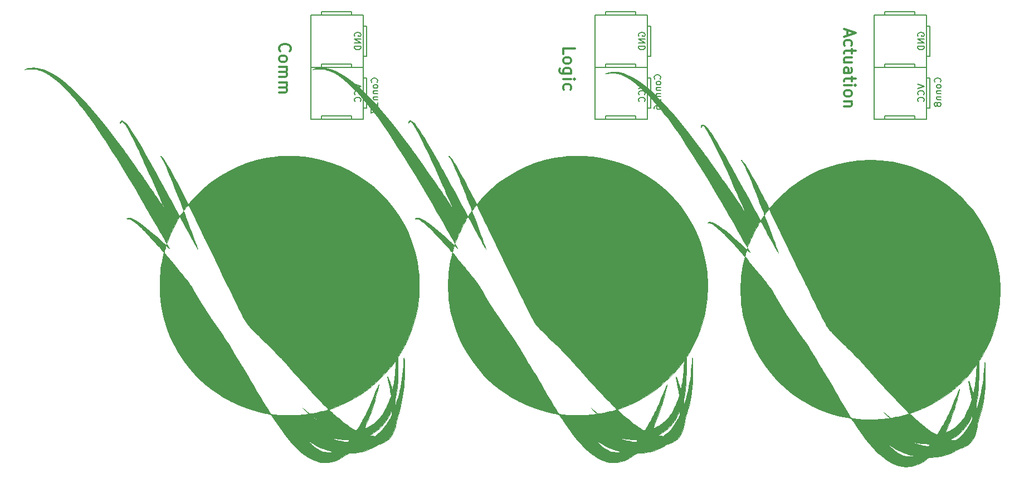
<source format=gbr>
G04 #@! TF.GenerationSoftware,KiCad,Pcbnew,(5.0.0)*
G04 #@! TF.CreationDate,2018-12-30T19:09:48-06:00*
G04 #@! TF.ProjectId,PatchPanel_Hardware,506174636850616E656C5F4861726477,rev?*
G04 #@! TF.SameCoordinates,Original*
G04 #@! TF.FileFunction,Legend,Bot*
G04 #@! TF.FilePolarity,Positive*
%FSLAX46Y46*%
G04 Gerber Fmt 4.6, Leading zero omitted, Abs format (unit mm)*
G04 Created by KiCad (PCBNEW (5.0.0)) date 12/30/18 19:09:48*
%MOMM*%
%LPD*%
G01*
G04 APERTURE LIST*
%ADD10C,0.300000*%
%ADD11C,0.010000*%
%ADD12C,0.150000*%
G04 APERTURE END LIST*
D10*
X175895000Y-18965333D02*
X175810333Y-18880666D01*
X175725666Y-18626666D01*
X175725666Y-18457333D01*
X175810333Y-18203333D01*
X175979666Y-18034000D01*
X176149000Y-17949333D01*
X176487666Y-17864666D01*
X176741666Y-17864666D01*
X177080333Y-17949333D01*
X177249666Y-18034000D01*
X177419000Y-18203333D01*
X177503666Y-18457333D01*
X177503666Y-18626666D01*
X177419000Y-18880666D01*
X177334333Y-18965333D01*
X175725666Y-19981333D02*
X175810333Y-19812000D01*
X175895000Y-19727333D01*
X176064333Y-19642666D01*
X176572333Y-19642666D01*
X176741666Y-19727333D01*
X176826333Y-19812000D01*
X176911000Y-19981333D01*
X176911000Y-20235333D01*
X176826333Y-20404666D01*
X176741666Y-20489333D01*
X176572333Y-20574000D01*
X176064333Y-20574000D01*
X175895000Y-20489333D01*
X175810333Y-20404666D01*
X175725666Y-20235333D01*
X175725666Y-19981333D01*
X175725666Y-21336000D02*
X176911000Y-21336000D01*
X176741666Y-21336000D02*
X176826333Y-21420666D01*
X176911000Y-21590000D01*
X176911000Y-21844000D01*
X176826333Y-22013333D01*
X176657000Y-22098000D01*
X175725666Y-22098000D01*
X176657000Y-22098000D02*
X176826333Y-22182666D01*
X176911000Y-22352000D01*
X176911000Y-22606000D01*
X176826333Y-22775333D01*
X176657000Y-22860000D01*
X175725666Y-22860000D01*
X175725666Y-23706666D02*
X176911000Y-23706666D01*
X176741666Y-23706666D02*
X176826333Y-23791333D01*
X176911000Y-23960666D01*
X176911000Y-24214666D01*
X176826333Y-24384000D01*
X176657000Y-24468666D01*
X175725666Y-24468666D01*
X176657000Y-24468666D02*
X176826333Y-24553333D01*
X176911000Y-24722666D01*
X176911000Y-24976666D01*
X176826333Y-25146000D01*
X176657000Y-25230666D01*
X175725666Y-25230666D01*
X218905666Y-19346333D02*
X218905666Y-18499666D01*
X220683666Y-18499666D01*
X218905666Y-20193000D02*
X218990333Y-20023666D01*
X219075000Y-19939000D01*
X219244333Y-19854333D01*
X219752333Y-19854333D01*
X219921666Y-19939000D01*
X220006333Y-20023666D01*
X220091000Y-20193000D01*
X220091000Y-20447000D01*
X220006333Y-20616333D01*
X219921666Y-20701000D01*
X219752333Y-20785666D01*
X219244333Y-20785666D01*
X219075000Y-20701000D01*
X218990333Y-20616333D01*
X218905666Y-20447000D01*
X218905666Y-20193000D01*
X220091000Y-22309666D02*
X218651666Y-22309666D01*
X218482333Y-22225000D01*
X218397666Y-22140333D01*
X218313000Y-21971000D01*
X218313000Y-21717000D01*
X218397666Y-21547666D01*
X218990333Y-22309666D02*
X218905666Y-22140333D01*
X218905666Y-21801666D01*
X218990333Y-21632333D01*
X219075000Y-21547666D01*
X219244333Y-21463000D01*
X219752333Y-21463000D01*
X219921666Y-21547666D01*
X220006333Y-21632333D01*
X220091000Y-21801666D01*
X220091000Y-22140333D01*
X220006333Y-22309666D01*
X218905666Y-23156333D02*
X220091000Y-23156333D01*
X220683666Y-23156333D02*
X220599000Y-23071666D01*
X220514333Y-23156333D01*
X220599000Y-23241000D01*
X220683666Y-23156333D01*
X220514333Y-23156333D01*
X218990333Y-24765000D02*
X218905666Y-24595666D01*
X218905666Y-24257000D01*
X218990333Y-24087666D01*
X219075000Y-24003000D01*
X219244333Y-23918333D01*
X219752333Y-23918333D01*
X219921666Y-24003000D01*
X220006333Y-24087666D01*
X220091000Y-24257000D01*
X220091000Y-24595666D01*
X220006333Y-24765000D01*
X262085666Y-15748000D02*
X262085666Y-16594666D01*
X261577666Y-15578666D02*
X263355666Y-16171333D01*
X261577666Y-16764000D01*
X261662333Y-18118666D02*
X261577666Y-17949333D01*
X261577666Y-17610666D01*
X261662333Y-17441333D01*
X261747000Y-17356666D01*
X261916333Y-17272000D01*
X262424333Y-17272000D01*
X262593666Y-17356666D01*
X262678333Y-17441333D01*
X262763000Y-17610666D01*
X262763000Y-17949333D01*
X262678333Y-18118666D01*
X262763000Y-18626666D02*
X262763000Y-19304000D01*
X263355666Y-18880666D02*
X261831666Y-18880666D01*
X261662333Y-18965333D01*
X261577666Y-19134666D01*
X261577666Y-19304000D01*
X262763000Y-20658666D02*
X261577666Y-20658666D01*
X262763000Y-19896666D02*
X261831666Y-19896666D01*
X261662333Y-19981333D01*
X261577666Y-20150666D01*
X261577666Y-20404666D01*
X261662333Y-20574000D01*
X261747000Y-20658666D01*
X261577666Y-22267333D02*
X262509000Y-22267333D01*
X262678333Y-22182666D01*
X262763000Y-22013333D01*
X262763000Y-21674666D01*
X262678333Y-21505333D01*
X261662333Y-22267333D02*
X261577666Y-22098000D01*
X261577666Y-21674666D01*
X261662333Y-21505333D01*
X261831666Y-21420666D01*
X262001000Y-21420666D01*
X262170333Y-21505333D01*
X262255000Y-21674666D01*
X262255000Y-22098000D01*
X262339666Y-22267333D01*
X262763000Y-22860000D02*
X262763000Y-23537333D01*
X263355666Y-23114000D02*
X261831666Y-23114000D01*
X261662333Y-23198666D01*
X261577666Y-23368000D01*
X261577666Y-23537333D01*
X261577666Y-24130000D02*
X262763000Y-24130000D01*
X263355666Y-24130000D02*
X263271000Y-24045333D01*
X263186333Y-24130000D01*
X263271000Y-24214666D01*
X263355666Y-24130000D01*
X263186333Y-24130000D01*
X261577666Y-25230666D02*
X261662333Y-25061333D01*
X261747000Y-24976666D01*
X261916333Y-24892000D01*
X262424333Y-24892000D01*
X262593666Y-24976666D01*
X262678333Y-25061333D01*
X262763000Y-25230666D01*
X262763000Y-25484666D01*
X262678333Y-25654000D01*
X262593666Y-25738666D01*
X262424333Y-25823333D01*
X261916333Y-25823333D01*
X261747000Y-25738666D01*
X261662333Y-25654000D01*
X261577666Y-25484666D01*
X261577666Y-25230666D01*
X262763000Y-26585333D02*
X261577666Y-26585333D01*
X262593666Y-26585333D02*
X262678333Y-26670000D01*
X262763000Y-26839333D01*
X262763000Y-27093333D01*
X262678333Y-27262666D01*
X262509000Y-27347333D01*
X261577666Y-27347333D01*
D11*
G04 #@! TO.C,G\002A\002A\002A*
G36*
X226234149Y-22085424D02*
X225841105Y-22142112D01*
X225521091Y-22235147D01*
X225472279Y-22256283D01*
X225276383Y-22347062D01*
X225456525Y-22316589D01*
X226083486Y-22246275D01*
X226670734Y-22250956D01*
X227191593Y-22330345D01*
X227213100Y-22335683D01*
X227820061Y-22535287D01*
X228452555Y-22834385D01*
X229112740Y-23234734D01*
X229802774Y-23738090D01*
X230524813Y-24346210D01*
X231281015Y-25060848D01*
X232073539Y-25883762D01*
X232904540Y-26816708D01*
X233318630Y-27305208D01*
X233702262Y-27768537D01*
X234068767Y-28220352D01*
X234423886Y-28668956D01*
X234773365Y-29122651D01*
X235122946Y-29589738D01*
X235478373Y-30078522D01*
X235845389Y-30597303D01*
X236229737Y-31154385D01*
X236637161Y-31758069D01*
X237073405Y-32416658D01*
X237544211Y-33138456D01*
X238055323Y-33931762D01*
X238612484Y-34804882D01*
X239221439Y-35766115D01*
X239733186Y-36577802D01*
X240900172Y-38459653D01*
X242022601Y-40325233D01*
X243082429Y-42144429D01*
X243349160Y-42612553D01*
X243590212Y-43035497D01*
X243869480Y-43521941D01*
X244163972Y-44032059D01*
X244450699Y-44526026D01*
X244702278Y-44956537D01*
X244952855Y-45386080D01*
X245227725Y-45861774D01*
X245505673Y-46346609D01*
X245765485Y-46803574D01*
X245985946Y-47195658D01*
X245993000Y-47208310D01*
X246183132Y-47548850D01*
X246363504Y-47870831D01*
X246522117Y-48152914D01*
X246646968Y-48373757D01*
X246726059Y-48512020D01*
X246728549Y-48516301D01*
X246879600Y-48775604D01*
X247112715Y-48156017D01*
X247234982Y-47849591D01*
X247386992Y-47497663D01*
X247561118Y-47115195D01*
X247749734Y-46717146D01*
X247945214Y-46318479D01*
X248139932Y-45934154D01*
X248326263Y-45579131D01*
X248496580Y-45268372D01*
X248643256Y-45016836D01*
X248758667Y-44839486D01*
X248835187Y-44751282D01*
X248851811Y-44744232D01*
X248892158Y-44794435D01*
X248978768Y-44933647D01*
X249101651Y-45144771D01*
X249250815Y-45410712D01*
X249386952Y-45659953D01*
X249606772Y-46065431D01*
X249842486Y-46497458D01*
X250086917Y-46943131D01*
X250332885Y-47389544D01*
X250573211Y-47823795D01*
X250800718Y-48232979D01*
X251008226Y-48604192D01*
X251188557Y-48924530D01*
X251334531Y-49181089D01*
X251438971Y-49360966D01*
X251494698Y-49451255D01*
X251499825Y-49457943D01*
X251503990Y-49431584D01*
X251472072Y-49313196D01*
X251410138Y-49123203D01*
X251348197Y-48947542D01*
X251197768Y-48534213D01*
X251030554Y-48078251D01*
X250851334Y-47592387D01*
X250664886Y-47089350D01*
X250475991Y-46581870D01*
X250289429Y-46082678D01*
X250109977Y-45604503D01*
X249942417Y-45160076D01*
X249791527Y-44762127D01*
X249662087Y-44423385D01*
X249558876Y-44156581D01*
X249486674Y-43974445D01*
X249450261Y-43889706D01*
X249447685Y-43885557D01*
X249397037Y-43909038D01*
X249302043Y-44014151D01*
X249180891Y-44180002D01*
X249147132Y-44230829D01*
X249021883Y-44415943D01*
X248919798Y-44553736D01*
X248859146Y-44619895D01*
X248852900Y-44622420D01*
X248814881Y-44571302D01*
X248729410Y-44429060D01*
X248605033Y-44210808D01*
X248450297Y-43931661D01*
X248273747Y-43606735D01*
X248184421Y-43440174D01*
X247974059Y-43048502D01*
X247722201Y-42583115D01*
X247445835Y-42075191D01*
X247161952Y-41555905D01*
X246887542Y-41056435D01*
X246720976Y-40754775D01*
X246479190Y-40317202D01*
X246195169Y-39801965D01*
X245884180Y-39236833D01*
X245561489Y-38649578D01*
X245242362Y-38067968D01*
X244942065Y-37519774D01*
X244837374Y-37328393D01*
X244350812Y-36445601D01*
X243872894Y-35592233D01*
X243408798Y-34776973D01*
X242963700Y-34008508D01*
X242542778Y-33295521D01*
X242151208Y-32646698D01*
X241794167Y-32070725D01*
X241476833Y-31576286D01*
X241204382Y-31172066D01*
X240998593Y-30888343D01*
X240710335Y-30540764D01*
X240453248Y-30290859D01*
X240231592Y-30141007D01*
X240049629Y-30093587D01*
X239911618Y-30150977D01*
X239847487Y-30245639D01*
X239788042Y-30406040D01*
X239777811Y-30500342D01*
X239811642Y-30512934D01*
X239884379Y-30428208D01*
X239899727Y-30403850D01*
X240015599Y-30263110D01*
X240123254Y-30223775D01*
X240124680Y-30224030D01*
X240237529Y-30296061D01*
X240393821Y-30475927D01*
X240591659Y-30760261D01*
X240829142Y-31145690D01*
X241104372Y-31628847D01*
X241415450Y-32206360D01*
X241760477Y-32874861D01*
X242137553Y-33630979D01*
X242544781Y-34471345D01*
X242690111Y-34776383D01*
X242833237Y-35081362D01*
X243007930Y-35459135D01*
X243209793Y-35899817D01*
X243434431Y-36393528D01*
X243677449Y-36930384D01*
X243934451Y-37500504D01*
X244201041Y-38094004D01*
X244472825Y-38701003D01*
X244745406Y-39311618D01*
X245014389Y-39915967D01*
X245275378Y-40504167D01*
X245523978Y-41066335D01*
X245755794Y-41592591D01*
X245966429Y-42073050D01*
X246151489Y-42497831D01*
X246306577Y-42857051D01*
X246427298Y-43140828D01*
X246509257Y-43339279D01*
X246548058Y-43442522D01*
X246550332Y-43455235D01*
X246513570Y-43412268D01*
X246419430Y-43282791D01*
X246277224Y-43080171D01*
X246096264Y-42817773D01*
X245885864Y-42508964D01*
X245722482Y-42267034D01*
X245450123Y-41864807D01*
X245127675Y-41392845D01*
X244763369Y-40862906D01*
X244365434Y-40286749D01*
X243942102Y-39676132D01*
X243501602Y-39042815D01*
X243052166Y-38398557D01*
X242602024Y-37755117D01*
X242159406Y-37124253D01*
X241732543Y-36517725D01*
X241329664Y-35947291D01*
X240959002Y-35424711D01*
X240628785Y-34961742D01*
X240347245Y-34570146D01*
X240122612Y-34261679D01*
X240059240Y-34175910D01*
X238963105Y-32718368D01*
X237917770Y-31366197D01*
X236920967Y-30117034D01*
X235970430Y-28968515D01*
X235063892Y-27918278D01*
X234199088Y-26963960D01*
X233373750Y-26103196D01*
X232585612Y-25333623D01*
X231832408Y-24652879D01*
X231111871Y-24058600D01*
X230421734Y-23548423D01*
X229759731Y-23119983D01*
X229123596Y-22770919D01*
X229119409Y-22768839D01*
X228645223Y-22542533D01*
X228241639Y-22372647D01*
X227879094Y-22249344D01*
X227528027Y-22162786D01*
X227158874Y-22103138D01*
X227095453Y-22095351D01*
X226664254Y-22068648D01*
X226234149Y-22085424D01*
X226234149Y-22085424D01*
G37*
X226234149Y-22085424D02*
X225841105Y-22142112D01*
X225521091Y-22235147D01*
X225472279Y-22256283D01*
X225276383Y-22347062D01*
X225456525Y-22316589D01*
X226083486Y-22246275D01*
X226670734Y-22250956D01*
X227191593Y-22330345D01*
X227213100Y-22335683D01*
X227820061Y-22535287D01*
X228452555Y-22834385D01*
X229112740Y-23234734D01*
X229802774Y-23738090D01*
X230524813Y-24346210D01*
X231281015Y-25060848D01*
X232073539Y-25883762D01*
X232904540Y-26816708D01*
X233318630Y-27305208D01*
X233702262Y-27768537D01*
X234068767Y-28220352D01*
X234423886Y-28668956D01*
X234773365Y-29122651D01*
X235122946Y-29589738D01*
X235478373Y-30078522D01*
X235845389Y-30597303D01*
X236229737Y-31154385D01*
X236637161Y-31758069D01*
X237073405Y-32416658D01*
X237544211Y-33138456D01*
X238055323Y-33931762D01*
X238612484Y-34804882D01*
X239221439Y-35766115D01*
X239733186Y-36577802D01*
X240900172Y-38459653D01*
X242022601Y-40325233D01*
X243082429Y-42144429D01*
X243349160Y-42612553D01*
X243590212Y-43035497D01*
X243869480Y-43521941D01*
X244163972Y-44032059D01*
X244450699Y-44526026D01*
X244702278Y-44956537D01*
X244952855Y-45386080D01*
X245227725Y-45861774D01*
X245505673Y-46346609D01*
X245765485Y-46803574D01*
X245985946Y-47195658D01*
X245993000Y-47208310D01*
X246183132Y-47548850D01*
X246363504Y-47870831D01*
X246522117Y-48152914D01*
X246646968Y-48373757D01*
X246726059Y-48512020D01*
X246728549Y-48516301D01*
X246879600Y-48775604D01*
X247112715Y-48156017D01*
X247234982Y-47849591D01*
X247386992Y-47497663D01*
X247561118Y-47115195D01*
X247749734Y-46717146D01*
X247945214Y-46318479D01*
X248139932Y-45934154D01*
X248326263Y-45579131D01*
X248496580Y-45268372D01*
X248643256Y-45016836D01*
X248758667Y-44839486D01*
X248835187Y-44751282D01*
X248851811Y-44744232D01*
X248892158Y-44794435D01*
X248978768Y-44933647D01*
X249101651Y-45144771D01*
X249250815Y-45410712D01*
X249386952Y-45659953D01*
X249606772Y-46065431D01*
X249842486Y-46497458D01*
X250086917Y-46943131D01*
X250332885Y-47389544D01*
X250573211Y-47823795D01*
X250800718Y-48232979D01*
X251008226Y-48604192D01*
X251188557Y-48924530D01*
X251334531Y-49181089D01*
X251438971Y-49360966D01*
X251494698Y-49451255D01*
X251499825Y-49457943D01*
X251503990Y-49431584D01*
X251472072Y-49313196D01*
X251410138Y-49123203D01*
X251348197Y-48947542D01*
X251197768Y-48534213D01*
X251030554Y-48078251D01*
X250851334Y-47592387D01*
X250664886Y-47089350D01*
X250475991Y-46581870D01*
X250289429Y-46082678D01*
X250109977Y-45604503D01*
X249942417Y-45160076D01*
X249791527Y-44762127D01*
X249662087Y-44423385D01*
X249558876Y-44156581D01*
X249486674Y-43974445D01*
X249450261Y-43889706D01*
X249447685Y-43885557D01*
X249397037Y-43909038D01*
X249302043Y-44014151D01*
X249180891Y-44180002D01*
X249147132Y-44230829D01*
X249021883Y-44415943D01*
X248919798Y-44553736D01*
X248859146Y-44619895D01*
X248852900Y-44622420D01*
X248814881Y-44571302D01*
X248729410Y-44429060D01*
X248605033Y-44210808D01*
X248450297Y-43931661D01*
X248273747Y-43606735D01*
X248184421Y-43440174D01*
X247974059Y-43048502D01*
X247722201Y-42583115D01*
X247445835Y-42075191D01*
X247161952Y-41555905D01*
X246887542Y-41056435D01*
X246720976Y-40754775D01*
X246479190Y-40317202D01*
X246195169Y-39801965D01*
X245884180Y-39236833D01*
X245561489Y-38649578D01*
X245242362Y-38067968D01*
X244942065Y-37519774D01*
X244837374Y-37328393D01*
X244350812Y-36445601D01*
X243872894Y-35592233D01*
X243408798Y-34776973D01*
X242963700Y-34008508D01*
X242542778Y-33295521D01*
X242151208Y-32646698D01*
X241794167Y-32070725D01*
X241476833Y-31576286D01*
X241204382Y-31172066D01*
X240998593Y-30888343D01*
X240710335Y-30540764D01*
X240453248Y-30290859D01*
X240231592Y-30141007D01*
X240049629Y-30093587D01*
X239911618Y-30150977D01*
X239847487Y-30245639D01*
X239788042Y-30406040D01*
X239777811Y-30500342D01*
X239811642Y-30512934D01*
X239884379Y-30428208D01*
X239899727Y-30403850D01*
X240015599Y-30263110D01*
X240123254Y-30223775D01*
X240124680Y-30224030D01*
X240237529Y-30296061D01*
X240393821Y-30475927D01*
X240591659Y-30760261D01*
X240829142Y-31145690D01*
X241104372Y-31628847D01*
X241415450Y-32206360D01*
X241760477Y-32874861D01*
X242137553Y-33630979D01*
X242544781Y-34471345D01*
X242690111Y-34776383D01*
X242833237Y-35081362D01*
X243007930Y-35459135D01*
X243209793Y-35899817D01*
X243434431Y-36393528D01*
X243677449Y-36930384D01*
X243934451Y-37500504D01*
X244201041Y-38094004D01*
X244472825Y-38701003D01*
X244745406Y-39311618D01*
X245014389Y-39915967D01*
X245275378Y-40504167D01*
X245523978Y-41066335D01*
X245755794Y-41592591D01*
X245966429Y-42073050D01*
X246151489Y-42497831D01*
X246306577Y-42857051D01*
X246427298Y-43140828D01*
X246509257Y-43339279D01*
X246548058Y-43442522D01*
X246550332Y-43455235D01*
X246513570Y-43412268D01*
X246419430Y-43282791D01*
X246277224Y-43080171D01*
X246096264Y-42817773D01*
X245885864Y-42508964D01*
X245722482Y-42267034D01*
X245450123Y-41864807D01*
X245127675Y-41392845D01*
X244763369Y-40862906D01*
X244365434Y-40286749D01*
X243942102Y-39676132D01*
X243501602Y-39042815D01*
X243052166Y-38398557D01*
X242602024Y-37755117D01*
X242159406Y-37124253D01*
X241732543Y-36517725D01*
X241329664Y-35947291D01*
X240959002Y-35424711D01*
X240628785Y-34961742D01*
X240347245Y-34570146D01*
X240122612Y-34261679D01*
X240059240Y-34175910D01*
X238963105Y-32718368D01*
X237917770Y-31366197D01*
X236920967Y-30117034D01*
X235970430Y-28968515D01*
X235063892Y-27918278D01*
X234199088Y-26963960D01*
X233373750Y-26103196D01*
X232585612Y-25333623D01*
X231832408Y-24652879D01*
X231111871Y-24058600D01*
X230421734Y-23548423D01*
X229759731Y-23119983D01*
X229123596Y-22770919D01*
X229119409Y-22768839D01*
X228645223Y-22542533D01*
X228241639Y-22372647D01*
X227879094Y-22249344D01*
X227528027Y-22162786D01*
X227158874Y-22103138D01*
X227095453Y-22095351D01*
X226664254Y-22068648D01*
X226234149Y-22085424D01*
G36*
X251547068Y-49578038D02*
X251577092Y-49608062D01*
X251607116Y-49578038D01*
X251577092Y-49548014D01*
X251547068Y-49578038D01*
X251547068Y-49578038D01*
G37*
X251547068Y-49578038D02*
X251577092Y-49608062D01*
X251607116Y-49578038D01*
X251577092Y-49548014D01*
X251547068Y-49578038D01*
G36*
X245913461Y-35472631D02*
X245944906Y-35545006D01*
X246047167Y-35698965D01*
X246105837Y-35782036D01*
X246215590Y-35944042D01*
X246323124Y-36121863D01*
X246435187Y-36329721D01*
X246558528Y-36581836D01*
X246699893Y-36892427D01*
X246866031Y-37275715D01*
X247063690Y-37745919D01*
X247239661Y-38171412D01*
X247389319Y-38538807D01*
X247573899Y-38997998D01*
X247785398Y-39528619D01*
X248015813Y-40110304D01*
X248257141Y-40722687D01*
X248501382Y-41345402D01*
X248740531Y-41958083D01*
X248966588Y-42540365D01*
X249171548Y-43071881D01*
X249347411Y-43532265D01*
X249382403Y-43624632D01*
X249447221Y-43796049D01*
X249784030Y-43334851D01*
X249932946Y-43142033D01*
X250058692Y-42999680D01*
X250143868Y-42926438D01*
X250168099Y-42923245D01*
X250201702Y-42984549D01*
X250282922Y-43144949D01*
X250407298Y-43395322D01*
X250570368Y-43726551D01*
X250767670Y-44129514D01*
X250994744Y-44595092D01*
X251247126Y-45114164D01*
X251520356Y-45677611D01*
X251809971Y-46276312D01*
X251925547Y-46515627D01*
X252590946Y-47893253D01*
X253208398Y-49169885D01*
X253781546Y-50352977D01*
X254314038Y-51449983D01*
X254809519Y-52468356D01*
X255271633Y-53415550D01*
X255704027Y-54299019D01*
X256110345Y-55126215D01*
X256494234Y-55904594D01*
X256859339Y-56641608D01*
X257209305Y-57344711D01*
X257547777Y-58021357D01*
X257740444Y-58404988D01*
X258001570Y-58927268D01*
X258224549Y-59376248D01*
X258417311Y-59762236D01*
X258587786Y-60095541D01*
X258743905Y-60386474D01*
X258893597Y-60645344D01*
X259044794Y-60882459D01*
X259205424Y-61108129D01*
X259383420Y-61332663D01*
X259586709Y-61566371D01*
X259823224Y-61819561D01*
X260100895Y-62102544D01*
X260427650Y-62425628D01*
X260811422Y-62799123D01*
X261260139Y-63233337D01*
X261781733Y-63738581D01*
X262025319Y-63975298D01*
X262464681Y-64405208D01*
X262894528Y-64830307D01*
X263303643Y-65239194D01*
X263680810Y-65620469D01*
X264014815Y-65962730D01*
X264294440Y-66254575D01*
X264508471Y-66484604D01*
X264633056Y-66626129D01*
X264971886Y-67024521D01*
X265382754Y-67495600D01*
X265853645Y-68026279D01*
X266372542Y-68603469D01*
X266927429Y-69214083D01*
X267506287Y-69845033D01*
X268097102Y-70483232D01*
X268687855Y-71115592D01*
X269266531Y-71729024D01*
X269821113Y-72310442D01*
X270339585Y-72846758D01*
X270424423Y-72933685D01*
X270711357Y-73228063D01*
X270967555Y-73492508D01*
X271181944Y-73715460D01*
X271343451Y-73885356D01*
X271441003Y-73990636D01*
X271465496Y-74020649D01*
X271391690Y-74046944D01*
X271224467Y-74095054D01*
X270987242Y-74159010D01*
X270703436Y-74232841D01*
X270396464Y-74310579D01*
X270089746Y-74386253D01*
X269806700Y-74453896D01*
X269570743Y-74507537D01*
X269479584Y-74526866D01*
X269093939Y-74599583D01*
X268813674Y-74637881D01*
X268629326Y-74642461D01*
X268531429Y-74614026D01*
X268516933Y-74598259D01*
X268459564Y-74541658D01*
X268329753Y-74429167D01*
X268149288Y-74279355D01*
X268017999Y-74173049D01*
X267549669Y-73797358D01*
X268023551Y-74244311D01*
X268497434Y-74691265D01*
X268293764Y-74727715D01*
X267932765Y-74779929D01*
X267500082Y-74822226D01*
X267012111Y-74854723D01*
X266485245Y-74877542D01*
X265935878Y-74890802D01*
X265380405Y-74894624D01*
X264835221Y-74889127D01*
X264316720Y-74874432D01*
X263841296Y-74850658D01*
X263425343Y-74817925D01*
X263085256Y-74776354D01*
X262837430Y-74726064D01*
X262730049Y-74686987D01*
X262661387Y-74616141D01*
X262539861Y-74451493D01*
X262371946Y-74203652D01*
X262164119Y-73883226D01*
X261922853Y-73500823D01*
X261654625Y-73067053D01*
X261365911Y-72592523D01*
X261063186Y-72087841D01*
X260752926Y-71563617D01*
X260441606Y-71030459D01*
X260135702Y-70498975D01*
X259841689Y-69979774D01*
X259682174Y-69693877D01*
X259429050Y-69245213D01*
X259157193Y-68776792D01*
X258882453Y-68315002D01*
X258620676Y-67886230D01*
X258387713Y-67516863D01*
X258239598Y-67291986D01*
X258017993Y-66953613D01*
X257760633Y-66542505D01*
X257487778Y-66092158D01*
X257219689Y-65636070D01*
X256976628Y-65207734D01*
X256952309Y-65163786D01*
X256653892Y-64636576D01*
X256360440Y-64149310D01*
X256050847Y-63669232D01*
X255704002Y-63163587D01*
X255307677Y-62611777D01*
X254458982Y-61425992D01*
X253656991Y-60254442D01*
X252883059Y-59068233D01*
X252118543Y-57838472D01*
X251344800Y-56536265D01*
X250985255Y-55913026D01*
X250769508Y-55542293D01*
X250573182Y-55222282D01*
X250378580Y-54927918D01*
X250168007Y-54634125D01*
X249923767Y-54315827D01*
X249628163Y-53947949D01*
X249417369Y-53691277D01*
X249126444Y-53338384D01*
X248837065Y-52986384D01*
X248565640Y-52655309D01*
X248328577Y-52365193D01*
X248142287Y-52136066D01*
X248064743Y-52039977D01*
X247878122Y-51810081D01*
X247641838Y-51522615D01*
X247383963Y-51211553D01*
X247132567Y-50910868D01*
X247091003Y-50861457D01*
X246886314Y-50613610D01*
X246712629Y-50394190D01*
X246583516Y-50221064D01*
X246512542Y-50112098D01*
X246503097Y-50087317D01*
X246519116Y-49997145D01*
X246560338Y-49833270D01*
X246616504Y-49630986D01*
X246677359Y-49425588D01*
X246732647Y-49252371D01*
X246772110Y-49146630D01*
X246780874Y-49131428D01*
X246833304Y-49155742D01*
X246945972Y-49244975D01*
X247085700Y-49371618D01*
X247224276Y-49496495D01*
X247289147Y-49537872D01*
X247276570Y-49493428D01*
X247273262Y-49487967D01*
X247189310Y-49341993D01*
X247086029Y-49150273D01*
X247045281Y-49071476D01*
X246963338Y-48917448D01*
X246913081Y-48857639D01*
X246873511Y-48878346D01*
X246839038Y-48936925D01*
X246806721Y-48986056D01*
X246765905Y-49002893D01*
X246701156Y-48977784D01*
X246597039Y-48901077D01*
X246438117Y-48763123D01*
X246208955Y-48554268D01*
X246170426Y-48518856D01*
X245490792Y-47899226D01*
X244885323Y-47358826D01*
X244345074Y-46890197D01*
X243861100Y-46485876D01*
X243424457Y-46138403D01*
X243026198Y-45840318D01*
X242657379Y-45584160D01*
X242630047Y-45566028D01*
X242141207Y-45263339D01*
X241722907Y-45047872D01*
X241377227Y-44920363D01*
X241106249Y-44881552D01*
X240912051Y-44932175D01*
X240888676Y-44948291D01*
X240824574Y-45004438D01*
X240836507Y-45031858D01*
X240941869Y-45041240D01*
X241042050Y-45042559D01*
X241309753Y-45082263D01*
X241575365Y-45209319D01*
X241587193Y-45216759D01*
X241797511Y-45365361D01*
X242069910Y-45580237D01*
X242382258Y-45842037D01*
X242712424Y-46131416D01*
X243038275Y-46429024D01*
X243337680Y-46715515D01*
X243560780Y-46942090D01*
X243746066Y-47139595D01*
X243980786Y-47392811D01*
X244252617Y-47688162D01*
X244549239Y-48012075D01*
X244858332Y-48350975D01*
X245167573Y-48691288D01*
X245464643Y-49019440D01*
X245737220Y-49321857D01*
X245972982Y-49584964D01*
X246159610Y-49795187D01*
X246284782Y-49938951D01*
X246325843Y-49988401D01*
X246458191Y-50156655D01*
X246295782Y-50888150D01*
X246162369Y-51523511D01*
X246058633Y-52104986D01*
X245980649Y-52666521D01*
X245924491Y-53242064D01*
X245886233Y-53865562D01*
X245861951Y-54570964D01*
X245859900Y-54657867D01*
X245852374Y-55634059D01*
X245878541Y-56525168D01*
X245941515Y-57362245D01*
X246044406Y-58176343D01*
X246190327Y-58998513D01*
X246380409Y-59851637D01*
X246796066Y-61315337D01*
X247321539Y-62735633D01*
X247952599Y-64106755D01*
X248685018Y-65422934D01*
X249514566Y-66678401D01*
X250437014Y-67867387D01*
X251448134Y-68984122D01*
X252543696Y-70022837D01*
X253719471Y-70977763D01*
X254971231Y-71843131D01*
X255336362Y-72069566D01*
X256582515Y-72761352D01*
X257886075Y-73366499D01*
X259227068Y-73877482D01*
X260585519Y-74286776D01*
X261941454Y-74586856D01*
X262085366Y-74612150D01*
X262401020Y-74676401D01*
X262604690Y-74742668D01*
X262702926Y-74811350D01*
X262757398Y-74889026D01*
X262869614Y-75050820D01*
X263029309Y-75281869D01*
X263226217Y-75567308D01*
X263450073Y-75892274D01*
X263626698Y-76148960D01*
X264285668Y-77084497D01*
X264905571Y-77916545D01*
X265493170Y-78652624D01*
X266055225Y-79300251D01*
X266598499Y-79866946D01*
X267129751Y-80360227D01*
X267655745Y-80787613D01*
X268052709Y-81070677D01*
X268402571Y-81284293D01*
X268805335Y-81496006D01*
X269222796Y-81688133D01*
X269616748Y-81842990D01*
X269924603Y-81937102D01*
X270417035Y-82024531D01*
X270949893Y-82063410D01*
X271470835Y-82051944D01*
X271854650Y-82003289D01*
X272566235Y-81807425D01*
X273248222Y-81495392D01*
X273899692Y-81067643D01*
X274125202Y-80886570D01*
X274299266Y-80751021D01*
X274440955Y-80680661D01*
X274602045Y-80654996D01*
X274716538Y-80652506D01*
X275521243Y-80605344D01*
X276337762Y-80469144D01*
X276531947Y-80416441D01*
X272094300Y-80416441D01*
X272011169Y-80468582D01*
X271933120Y-80492956D01*
X271819230Y-80506059D01*
X271622238Y-80512481D01*
X271379002Y-80511267D01*
X271302624Y-80509275D01*
X270952350Y-80483984D01*
X270663320Y-80425802D01*
X270415198Y-80339018D01*
X270009304Y-80153691D01*
X269646057Y-79941460D01*
X269293074Y-79680080D01*
X268917969Y-79347306D01*
X268784987Y-79219182D01*
X268588742Y-79023685D01*
X268442878Y-78871557D01*
X268358202Y-78774670D01*
X268345519Y-78744893D01*
X268360307Y-78752663D01*
X268980950Y-79138132D01*
X269517219Y-79445526D01*
X269973687Y-79677459D01*
X269995534Y-79687601D01*
X270317777Y-79825720D01*
X270686839Y-79966867D01*
X271069337Y-80099817D01*
X271431886Y-80213342D01*
X271741102Y-80296217D01*
X271903844Y-80329330D01*
X272058305Y-80368792D01*
X272094300Y-80416441D01*
X276531947Y-80416441D01*
X277138433Y-80251837D01*
X277895592Y-79961354D01*
X278581574Y-79605623D01*
X278760348Y-79493293D01*
X278967122Y-79372982D01*
X279170369Y-79279472D01*
X279288912Y-79242051D01*
X279445264Y-79195601D01*
X279665014Y-79111697D01*
X279904461Y-79007217D01*
X279939385Y-78990810D01*
X280419738Y-78697286D01*
X280420516Y-78696555D01*
X274572950Y-78696555D01*
X274553032Y-78744161D01*
X274496903Y-78808529D01*
X274483658Y-78822631D01*
X274408535Y-78896709D01*
X274333879Y-78942507D01*
X274236468Y-78960727D01*
X274093080Y-78952068D01*
X273880495Y-78917232D01*
X273575492Y-78856920D01*
X273545995Y-78850933D01*
X273300611Y-78796218D01*
X273019489Y-78725834D01*
X272724362Y-78646206D01*
X272436962Y-78563764D01*
X272179023Y-78484934D01*
X271972278Y-78416144D01*
X271838459Y-78363823D01*
X271799300Y-78334397D01*
X271799345Y-78334351D01*
X271864292Y-78334103D01*
X272018658Y-78352331D01*
X272233820Y-78385404D01*
X272325464Y-78401091D01*
X272587428Y-78440947D01*
X272925139Y-78483449D01*
X273294504Y-78523442D01*
X273642391Y-78555047D01*
X274012236Y-78585231D01*
X274276300Y-78610048D01*
X274448498Y-78633924D01*
X274542744Y-78661284D01*
X274572950Y-78696555D01*
X280420516Y-78696555D01*
X280836241Y-78306442D01*
X281184874Y-77825087D01*
X281461617Y-77260030D01*
X281662452Y-76618079D01*
X281783360Y-75906046D01*
X281788246Y-75858619D01*
X281830496Y-75600409D01*
X281904700Y-75294229D01*
X281995535Y-75002507D01*
X282004390Y-74978038D01*
X282239428Y-74254619D01*
X282269670Y-74137376D01*
X281099543Y-74137376D01*
X281073349Y-74566876D01*
X281046809Y-74828425D01*
X280992762Y-75042860D01*
X280893928Y-75267221D01*
X280818659Y-75407538D01*
X280307700Y-76234009D01*
X279752933Y-76951957D01*
X279150542Y-77566097D01*
X278898605Y-77781146D01*
X278538321Y-78073017D01*
X278148014Y-78035799D01*
X277944703Y-78013332D01*
X277794697Y-77990976D01*
X277732687Y-77974480D01*
X277719822Y-77958312D01*
X277731283Y-77936993D01*
X277785947Y-77897155D01*
X277902691Y-77825432D01*
X278100393Y-77708457D01*
X278148014Y-77680397D01*
X278804291Y-77238188D01*
X279393576Y-76721100D01*
X279925463Y-76118431D01*
X280409543Y-75419484D01*
X280801075Y-74721226D01*
X281099543Y-74137376D01*
X282269670Y-74137376D01*
X282453040Y-73426492D01*
X282642335Y-72507602D01*
X282804427Y-71511896D01*
X282930912Y-70504516D01*
X282958501Y-70190114D01*
X282981649Y-69807582D01*
X283000229Y-69375135D01*
X283014113Y-68910991D01*
X283023174Y-68433367D01*
X283027284Y-67960479D01*
X283026316Y-67510545D01*
X283020142Y-67101781D01*
X283008634Y-66752405D01*
X282991665Y-66480633D01*
X282969108Y-66304683D01*
X282960556Y-66271182D01*
X282927458Y-66180345D01*
X282909070Y-66175744D01*
X282900220Y-66269510D01*
X282896569Y-66421300D01*
X282877074Y-66898375D01*
X282835056Y-67464911D01*
X282774067Y-68093138D01*
X282697656Y-68755288D01*
X282609375Y-69423593D01*
X282512774Y-70070281D01*
X282411405Y-70667586D01*
X282308819Y-71187737D01*
X282259149Y-71406169D01*
X282167403Y-71771877D01*
X282070161Y-72132559D01*
X281972977Y-72470367D01*
X281881406Y-72767449D01*
X281801000Y-73005956D01*
X281737315Y-73168037D01*
X281695904Y-73235843D01*
X281689795Y-73236044D01*
X281634639Y-73138840D01*
X281607068Y-72947892D01*
X281607041Y-72686330D01*
X281634511Y-72377283D01*
X281689435Y-72043880D01*
X281692104Y-72030840D01*
X281779085Y-71583293D01*
X281849764Y-71154928D01*
X281905815Y-70725359D01*
X281948909Y-70274198D01*
X281980719Y-69781059D01*
X282002916Y-69225555D01*
X282017173Y-68587300D01*
X282024155Y-67982530D01*
X282033515Y-66813118D01*
X281687866Y-66813118D01*
X281682098Y-67046444D01*
X281670186Y-67336966D01*
X281653175Y-67663838D01*
X281632108Y-68006213D01*
X281608031Y-68343246D01*
X281581988Y-68654090D01*
X281565452Y-68823192D01*
X281532094Y-69105043D01*
X281487774Y-69428235D01*
X281436433Y-69769193D01*
X281382013Y-70104341D01*
X281328458Y-70410103D01*
X281279710Y-70662902D01*
X281239712Y-70839164D01*
X281216595Y-70909345D01*
X281184173Y-70884958D01*
X281124703Y-70764685D01*
X281046311Y-70567470D01*
X280957123Y-70312256D01*
X280946152Y-70278849D01*
X280811061Y-69875993D01*
X280690253Y-69537698D01*
X280588300Y-69275468D01*
X280509771Y-69100806D01*
X280459236Y-69025217D01*
X280448074Y-69025102D01*
X280450092Y-69090119D01*
X280474011Y-69249161D01*
X280515866Y-69478979D01*
X280571692Y-69756322D01*
X280577319Y-69783071D01*
X280653989Y-70161653D01*
X280735648Y-70590035D01*
X280810420Y-71004837D01*
X280848887Y-71232153D01*
X280965786Y-71948690D01*
X280783318Y-72472584D01*
X280630633Y-72874323D01*
X280441830Y-73314859D01*
X280232809Y-73761106D01*
X280019471Y-74179976D01*
X279817718Y-74538382D01*
X279705086Y-74716215D01*
X279418742Y-75095449D01*
X279071257Y-75486120D01*
X278699039Y-75850424D01*
X278338494Y-76150557D01*
X278288541Y-76187082D01*
X278106803Y-76306585D01*
X277883003Y-76438251D01*
X277641123Y-76569951D01*
X277405144Y-76689558D01*
X277199046Y-76784946D01*
X277046810Y-76843987D01*
X276972418Y-76854553D01*
X276970959Y-76853387D01*
X276982013Y-76790960D01*
X277033938Y-76648434D01*
X277116166Y-76454233D01*
X277134434Y-76413638D01*
X277311716Y-76005662D01*
X277511143Y-75517315D01*
X277719660Y-74983046D01*
X277924211Y-74437302D01*
X278111741Y-73914532D01*
X278269195Y-73449186D01*
X278327067Y-73266690D01*
X278427136Y-72932202D01*
X278535104Y-72554158D01*
X278646113Y-72151434D01*
X278755304Y-71742902D01*
X278857818Y-71347435D01*
X278948797Y-70983908D01*
X279023380Y-70671195D01*
X279076710Y-70428168D01*
X279103928Y-70273701D01*
X279106399Y-70239472D01*
X279084506Y-70262479D01*
X279023435Y-70385218D01*
X278928349Y-70595810D01*
X278804410Y-70882379D01*
X278656780Y-71233047D01*
X278490622Y-71635935D01*
X278364847Y-71945650D01*
X278101151Y-72593719D01*
X277869302Y-73150120D01*
X277659508Y-73635832D01*
X277461974Y-74071831D01*
X277266906Y-74479094D01*
X277064512Y-74878599D01*
X276844997Y-75291323D01*
X276598567Y-75738242D01*
X276571941Y-75785845D01*
X276332441Y-76210475D01*
X276141407Y-76540426D01*
X275990900Y-76787043D01*
X275872978Y-76961673D01*
X275779701Y-77075659D01*
X275703130Y-77140346D01*
X275635322Y-77167081D01*
X275603322Y-77169764D01*
X275494493Y-77137778D01*
X275315171Y-77051449D01*
X275093307Y-76925218D01*
X274926543Y-76820115D01*
X274681775Y-76651704D01*
X274378643Y-76431566D01*
X274051008Y-76184896D01*
X273732733Y-75936887D01*
X273643967Y-75865852D01*
X273586405Y-75818700D01*
X270101678Y-75818700D01*
X270071655Y-75848724D01*
X270041631Y-75818700D01*
X270071655Y-75788676D01*
X270101678Y-75818700D01*
X273586405Y-75818700D01*
X273524431Y-75767934D01*
X269981584Y-75767934D01*
X269935682Y-75756560D01*
X269798477Y-75668583D01*
X269570715Y-75504531D01*
X269253146Y-75264931D01*
X269092097Y-75141071D01*
X268889876Y-74980440D01*
X268732548Y-74846976D01*
X268638583Y-74756902D01*
X268621023Y-74727330D01*
X268673913Y-74752773D01*
X268799674Y-74837640D01*
X268977597Y-74966090D01*
X269186970Y-75122282D01*
X269407081Y-75290377D01*
X269617219Y-75454532D01*
X269796673Y-75598908D01*
X269924732Y-75707663D01*
X269980683Y-75764957D01*
X269981584Y-75767934D01*
X273524431Y-75767934D01*
X273385513Y-75654140D01*
X273101748Y-75415987D01*
X272806421Y-75163569D01*
X272513281Y-74909060D01*
X272236078Y-74664638D01*
X271988561Y-74442477D01*
X271784479Y-74254753D01*
X271637582Y-74113642D01*
X271561618Y-74031320D01*
X271554749Y-74015753D01*
X271614816Y-73989431D01*
X271765349Y-73930604D01*
X271983969Y-73847848D01*
X272248293Y-73749741D01*
X272261800Y-73744773D01*
X273660372Y-73169234D01*
X275010447Y-72490797D01*
X276303917Y-71715456D01*
X277532673Y-70849204D01*
X278688605Y-69898033D01*
X279763604Y-68867938D01*
X280749561Y-67764910D01*
X281297837Y-67066809D01*
X281449468Y-66867805D01*
X281574523Y-66711277D01*
X281655955Y-66618163D01*
X281676789Y-66601442D01*
X281686444Y-66657836D01*
X281687866Y-66813118D01*
X282033515Y-66813118D01*
X282039776Y-66030993D01*
X282441261Y-65370473D01*
X283174082Y-64050233D01*
X283799755Y-62676859D01*
X284318503Y-61249684D01*
X284730547Y-59768041D01*
X285036112Y-58231262D01*
X285180977Y-57174019D01*
X285208972Y-56839614D01*
X285229730Y-56412774D01*
X285243252Y-55920940D01*
X285249537Y-55391552D01*
X285248586Y-54852052D01*
X285240398Y-54329881D01*
X285224973Y-53852479D01*
X285202311Y-53447287D01*
X285180977Y-53210899D01*
X284945351Y-51633944D01*
X284601671Y-50109359D01*
X284149824Y-48636869D01*
X283589699Y-47216202D01*
X282921183Y-45847086D01*
X282144165Y-44529247D01*
X281258532Y-43262412D01*
X280916242Y-42822719D01*
X280610546Y-42458530D01*
X280238177Y-42043140D01*
X279824389Y-41602630D01*
X279394433Y-41163079D01*
X278973563Y-40750570D01*
X278587030Y-40391183D01*
X278418227Y-40242732D01*
X277210553Y-39284093D01*
X275940765Y-38427327D01*
X274613418Y-37674421D01*
X273233067Y-37027359D01*
X271804268Y-36488126D01*
X270331575Y-36058708D01*
X268819545Y-35741089D01*
X267729811Y-35585137D01*
X267282942Y-35544702D01*
X266750279Y-35514837D01*
X266162990Y-35495782D01*
X265552245Y-35487777D01*
X264949215Y-35491063D01*
X264385067Y-35505882D01*
X263890973Y-35532472D01*
X263646596Y-35553609D01*
X262091546Y-35771351D01*
X260584834Y-36098883D01*
X259125179Y-36536735D01*
X257711302Y-37085435D01*
X256341922Y-37745512D01*
X255015760Y-38517495D01*
X253731535Y-39401913D01*
X253048250Y-39931915D01*
X252786146Y-40153888D01*
X252473516Y-40435191D01*
X252128582Y-40757850D01*
X251769566Y-41103888D01*
X251414688Y-41455329D01*
X251082169Y-41794197D01*
X250790232Y-42102517D01*
X250557096Y-42362311D01*
X250436194Y-42508818D01*
X250309155Y-42667075D01*
X250211467Y-42779136D01*
X250165981Y-42819644D01*
X250132769Y-42768459D01*
X250052414Y-42622410D01*
X249931463Y-42394060D01*
X249776466Y-42095970D01*
X249593971Y-41740699D01*
X249390526Y-41340809D01*
X249251547Y-41065670D01*
X248820632Y-40219032D01*
X248406209Y-39422142D01*
X248011870Y-38681213D01*
X247641204Y-38002461D01*
X247297803Y-37392097D01*
X246985256Y-36856336D01*
X246707156Y-36401392D01*
X246467091Y-36033479D01*
X246268653Y-35758810D01*
X246115433Y-35583599D01*
X246055131Y-35534061D01*
X245950860Y-35472197D01*
X245913461Y-35472631D01*
X245913461Y-35472631D01*
G37*
X245913461Y-35472631D02*
X245944906Y-35545006D01*
X246047167Y-35698965D01*
X246105837Y-35782036D01*
X246215590Y-35944042D01*
X246323124Y-36121863D01*
X246435187Y-36329721D01*
X246558528Y-36581836D01*
X246699893Y-36892427D01*
X246866031Y-37275715D01*
X247063690Y-37745919D01*
X247239661Y-38171412D01*
X247389319Y-38538807D01*
X247573899Y-38997998D01*
X247785398Y-39528619D01*
X248015813Y-40110304D01*
X248257141Y-40722687D01*
X248501382Y-41345402D01*
X248740531Y-41958083D01*
X248966588Y-42540365D01*
X249171548Y-43071881D01*
X249347411Y-43532265D01*
X249382403Y-43624632D01*
X249447221Y-43796049D01*
X249784030Y-43334851D01*
X249932946Y-43142033D01*
X250058692Y-42999680D01*
X250143868Y-42926438D01*
X250168099Y-42923245D01*
X250201702Y-42984549D01*
X250282922Y-43144949D01*
X250407298Y-43395322D01*
X250570368Y-43726551D01*
X250767670Y-44129514D01*
X250994744Y-44595092D01*
X251247126Y-45114164D01*
X251520356Y-45677611D01*
X251809971Y-46276312D01*
X251925547Y-46515627D01*
X252590946Y-47893253D01*
X253208398Y-49169885D01*
X253781546Y-50352977D01*
X254314038Y-51449983D01*
X254809519Y-52468356D01*
X255271633Y-53415550D01*
X255704027Y-54299019D01*
X256110345Y-55126215D01*
X256494234Y-55904594D01*
X256859339Y-56641608D01*
X257209305Y-57344711D01*
X257547777Y-58021357D01*
X257740444Y-58404988D01*
X258001570Y-58927268D01*
X258224549Y-59376248D01*
X258417311Y-59762236D01*
X258587786Y-60095541D01*
X258743905Y-60386474D01*
X258893597Y-60645344D01*
X259044794Y-60882459D01*
X259205424Y-61108129D01*
X259383420Y-61332663D01*
X259586709Y-61566371D01*
X259823224Y-61819561D01*
X260100895Y-62102544D01*
X260427650Y-62425628D01*
X260811422Y-62799123D01*
X261260139Y-63233337D01*
X261781733Y-63738581D01*
X262025319Y-63975298D01*
X262464681Y-64405208D01*
X262894528Y-64830307D01*
X263303643Y-65239194D01*
X263680810Y-65620469D01*
X264014815Y-65962730D01*
X264294440Y-66254575D01*
X264508471Y-66484604D01*
X264633056Y-66626129D01*
X264971886Y-67024521D01*
X265382754Y-67495600D01*
X265853645Y-68026279D01*
X266372542Y-68603469D01*
X266927429Y-69214083D01*
X267506287Y-69845033D01*
X268097102Y-70483232D01*
X268687855Y-71115592D01*
X269266531Y-71729024D01*
X269821113Y-72310442D01*
X270339585Y-72846758D01*
X270424423Y-72933685D01*
X270711357Y-73228063D01*
X270967555Y-73492508D01*
X271181944Y-73715460D01*
X271343451Y-73885356D01*
X271441003Y-73990636D01*
X271465496Y-74020649D01*
X271391690Y-74046944D01*
X271224467Y-74095054D01*
X270987242Y-74159010D01*
X270703436Y-74232841D01*
X270396464Y-74310579D01*
X270089746Y-74386253D01*
X269806700Y-74453896D01*
X269570743Y-74507537D01*
X269479584Y-74526866D01*
X269093939Y-74599583D01*
X268813674Y-74637881D01*
X268629326Y-74642461D01*
X268531429Y-74614026D01*
X268516933Y-74598259D01*
X268459564Y-74541658D01*
X268329753Y-74429167D01*
X268149288Y-74279355D01*
X268017999Y-74173049D01*
X267549669Y-73797358D01*
X268023551Y-74244311D01*
X268497434Y-74691265D01*
X268293764Y-74727715D01*
X267932765Y-74779929D01*
X267500082Y-74822226D01*
X267012111Y-74854723D01*
X266485245Y-74877542D01*
X265935878Y-74890802D01*
X265380405Y-74894624D01*
X264835221Y-74889127D01*
X264316720Y-74874432D01*
X263841296Y-74850658D01*
X263425343Y-74817925D01*
X263085256Y-74776354D01*
X262837430Y-74726064D01*
X262730049Y-74686987D01*
X262661387Y-74616141D01*
X262539861Y-74451493D01*
X262371946Y-74203652D01*
X262164119Y-73883226D01*
X261922853Y-73500823D01*
X261654625Y-73067053D01*
X261365911Y-72592523D01*
X261063186Y-72087841D01*
X260752926Y-71563617D01*
X260441606Y-71030459D01*
X260135702Y-70498975D01*
X259841689Y-69979774D01*
X259682174Y-69693877D01*
X259429050Y-69245213D01*
X259157193Y-68776792D01*
X258882453Y-68315002D01*
X258620676Y-67886230D01*
X258387713Y-67516863D01*
X258239598Y-67291986D01*
X258017993Y-66953613D01*
X257760633Y-66542505D01*
X257487778Y-66092158D01*
X257219689Y-65636070D01*
X256976628Y-65207734D01*
X256952309Y-65163786D01*
X256653892Y-64636576D01*
X256360440Y-64149310D01*
X256050847Y-63669232D01*
X255704002Y-63163587D01*
X255307677Y-62611777D01*
X254458982Y-61425992D01*
X253656991Y-60254442D01*
X252883059Y-59068233D01*
X252118543Y-57838472D01*
X251344800Y-56536265D01*
X250985255Y-55913026D01*
X250769508Y-55542293D01*
X250573182Y-55222282D01*
X250378580Y-54927918D01*
X250168007Y-54634125D01*
X249923767Y-54315827D01*
X249628163Y-53947949D01*
X249417369Y-53691277D01*
X249126444Y-53338384D01*
X248837065Y-52986384D01*
X248565640Y-52655309D01*
X248328577Y-52365193D01*
X248142287Y-52136066D01*
X248064743Y-52039977D01*
X247878122Y-51810081D01*
X247641838Y-51522615D01*
X247383963Y-51211553D01*
X247132567Y-50910868D01*
X247091003Y-50861457D01*
X246886314Y-50613610D01*
X246712629Y-50394190D01*
X246583516Y-50221064D01*
X246512542Y-50112098D01*
X246503097Y-50087317D01*
X246519116Y-49997145D01*
X246560338Y-49833270D01*
X246616504Y-49630986D01*
X246677359Y-49425588D01*
X246732647Y-49252371D01*
X246772110Y-49146630D01*
X246780874Y-49131428D01*
X246833304Y-49155742D01*
X246945972Y-49244975D01*
X247085700Y-49371618D01*
X247224276Y-49496495D01*
X247289147Y-49537872D01*
X247276570Y-49493428D01*
X247273262Y-49487967D01*
X247189310Y-49341993D01*
X247086029Y-49150273D01*
X247045281Y-49071476D01*
X246963338Y-48917448D01*
X246913081Y-48857639D01*
X246873511Y-48878346D01*
X246839038Y-48936925D01*
X246806721Y-48986056D01*
X246765905Y-49002893D01*
X246701156Y-48977784D01*
X246597039Y-48901077D01*
X246438117Y-48763123D01*
X246208955Y-48554268D01*
X246170426Y-48518856D01*
X245490792Y-47899226D01*
X244885323Y-47358826D01*
X244345074Y-46890197D01*
X243861100Y-46485876D01*
X243424457Y-46138403D01*
X243026198Y-45840318D01*
X242657379Y-45584160D01*
X242630047Y-45566028D01*
X242141207Y-45263339D01*
X241722907Y-45047872D01*
X241377227Y-44920363D01*
X241106249Y-44881552D01*
X240912051Y-44932175D01*
X240888676Y-44948291D01*
X240824574Y-45004438D01*
X240836507Y-45031858D01*
X240941869Y-45041240D01*
X241042050Y-45042559D01*
X241309753Y-45082263D01*
X241575365Y-45209319D01*
X241587193Y-45216759D01*
X241797511Y-45365361D01*
X242069910Y-45580237D01*
X242382258Y-45842037D01*
X242712424Y-46131416D01*
X243038275Y-46429024D01*
X243337680Y-46715515D01*
X243560780Y-46942090D01*
X243746066Y-47139595D01*
X243980786Y-47392811D01*
X244252617Y-47688162D01*
X244549239Y-48012075D01*
X244858332Y-48350975D01*
X245167573Y-48691288D01*
X245464643Y-49019440D01*
X245737220Y-49321857D01*
X245972982Y-49584964D01*
X246159610Y-49795187D01*
X246284782Y-49938951D01*
X246325843Y-49988401D01*
X246458191Y-50156655D01*
X246295782Y-50888150D01*
X246162369Y-51523511D01*
X246058633Y-52104986D01*
X245980649Y-52666521D01*
X245924491Y-53242064D01*
X245886233Y-53865562D01*
X245861951Y-54570964D01*
X245859900Y-54657867D01*
X245852374Y-55634059D01*
X245878541Y-56525168D01*
X245941515Y-57362245D01*
X246044406Y-58176343D01*
X246190327Y-58998513D01*
X246380409Y-59851637D01*
X246796066Y-61315337D01*
X247321539Y-62735633D01*
X247952599Y-64106755D01*
X248685018Y-65422934D01*
X249514566Y-66678401D01*
X250437014Y-67867387D01*
X251448134Y-68984122D01*
X252543696Y-70022837D01*
X253719471Y-70977763D01*
X254971231Y-71843131D01*
X255336362Y-72069566D01*
X256582515Y-72761352D01*
X257886075Y-73366499D01*
X259227068Y-73877482D01*
X260585519Y-74286776D01*
X261941454Y-74586856D01*
X262085366Y-74612150D01*
X262401020Y-74676401D01*
X262604690Y-74742668D01*
X262702926Y-74811350D01*
X262757398Y-74889026D01*
X262869614Y-75050820D01*
X263029309Y-75281869D01*
X263226217Y-75567308D01*
X263450073Y-75892274D01*
X263626698Y-76148960D01*
X264285668Y-77084497D01*
X264905571Y-77916545D01*
X265493170Y-78652624D01*
X266055225Y-79300251D01*
X266598499Y-79866946D01*
X267129751Y-80360227D01*
X267655745Y-80787613D01*
X268052709Y-81070677D01*
X268402571Y-81284293D01*
X268805335Y-81496006D01*
X269222796Y-81688133D01*
X269616748Y-81842990D01*
X269924603Y-81937102D01*
X270417035Y-82024531D01*
X270949893Y-82063410D01*
X271470835Y-82051944D01*
X271854650Y-82003289D01*
X272566235Y-81807425D01*
X273248222Y-81495392D01*
X273899692Y-81067643D01*
X274125202Y-80886570D01*
X274299266Y-80751021D01*
X274440955Y-80680661D01*
X274602045Y-80654996D01*
X274716538Y-80652506D01*
X275521243Y-80605344D01*
X276337762Y-80469144D01*
X276531947Y-80416441D01*
X272094300Y-80416441D01*
X272011169Y-80468582D01*
X271933120Y-80492956D01*
X271819230Y-80506059D01*
X271622238Y-80512481D01*
X271379002Y-80511267D01*
X271302624Y-80509275D01*
X270952350Y-80483984D01*
X270663320Y-80425802D01*
X270415198Y-80339018D01*
X270009304Y-80153691D01*
X269646057Y-79941460D01*
X269293074Y-79680080D01*
X268917969Y-79347306D01*
X268784987Y-79219182D01*
X268588742Y-79023685D01*
X268442878Y-78871557D01*
X268358202Y-78774670D01*
X268345519Y-78744893D01*
X268360307Y-78752663D01*
X268980950Y-79138132D01*
X269517219Y-79445526D01*
X269973687Y-79677459D01*
X269995534Y-79687601D01*
X270317777Y-79825720D01*
X270686839Y-79966867D01*
X271069337Y-80099817D01*
X271431886Y-80213342D01*
X271741102Y-80296217D01*
X271903844Y-80329330D01*
X272058305Y-80368792D01*
X272094300Y-80416441D01*
X276531947Y-80416441D01*
X277138433Y-80251837D01*
X277895592Y-79961354D01*
X278581574Y-79605623D01*
X278760348Y-79493293D01*
X278967122Y-79372982D01*
X279170369Y-79279472D01*
X279288912Y-79242051D01*
X279445264Y-79195601D01*
X279665014Y-79111697D01*
X279904461Y-79007217D01*
X279939385Y-78990810D01*
X280419738Y-78697286D01*
X280420516Y-78696555D01*
X274572950Y-78696555D01*
X274553032Y-78744161D01*
X274496903Y-78808529D01*
X274483658Y-78822631D01*
X274408535Y-78896709D01*
X274333879Y-78942507D01*
X274236468Y-78960727D01*
X274093080Y-78952068D01*
X273880495Y-78917232D01*
X273575492Y-78856920D01*
X273545995Y-78850933D01*
X273300611Y-78796218D01*
X273019489Y-78725834D01*
X272724362Y-78646206D01*
X272436962Y-78563764D01*
X272179023Y-78484934D01*
X271972278Y-78416144D01*
X271838459Y-78363823D01*
X271799300Y-78334397D01*
X271799345Y-78334351D01*
X271864292Y-78334103D01*
X272018658Y-78352331D01*
X272233820Y-78385404D01*
X272325464Y-78401091D01*
X272587428Y-78440947D01*
X272925139Y-78483449D01*
X273294504Y-78523442D01*
X273642391Y-78555047D01*
X274012236Y-78585231D01*
X274276300Y-78610048D01*
X274448498Y-78633924D01*
X274542744Y-78661284D01*
X274572950Y-78696555D01*
X280420516Y-78696555D01*
X280836241Y-78306442D01*
X281184874Y-77825087D01*
X281461617Y-77260030D01*
X281662452Y-76618079D01*
X281783360Y-75906046D01*
X281788246Y-75858619D01*
X281830496Y-75600409D01*
X281904700Y-75294229D01*
X281995535Y-75002507D01*
X282004390Y-74978038D01*
X282239428Y-74254619D01*
X282269670Y-74137376D01*
X281099543Y-74137376D01*
X281073349Y-74566876D01*
X281046809Y-74828425D01*
X280992762Y-75042860D01*
X280893928Y-75267221D01*
X280818659Y-75407538D01*
X280307700Y-76234009D01*
X279752933Y-76951957D01*
X279150542Y-77566097D01*
X278898605Y-77781146D01*
X278538321Y-78073017D01*
X278148014Y-78035799D01*
X277944703Y-78013332D01*
X277794697Y-77990976D01*
X277732687Y-77974480D01*
X277719822Y-77958312D01*
X277731283Y-77936993D01*
X277785947Y-77897155D01*
X277902691Y-77825432D01*
X278100393Y-77708457D01*
X278148014Y-77680397D01*
X278804291Y-77238188D01*
X279393576Y-76721100D01*
X279925463Y-76118431D01*
X280409543Y-75419484D01*
X280801075Y-74721226D01*
X281099543Y-74137376D01*
X282269670Y-74137376D01*
X282453040Y-73426492D01*
X282642335Y-72507602D01*
X282804427Y-71511896D01*
X282930912Y-70504516D01*
X282958501Y-70190114D01*
X282981649Y-69807582D01*
X283000229Y-69375135D01*
X283014113Y-68910991D01*
X283023174Y-68433367D01*
X283027284Y-67960479D01*
X283026316Y-67510545D01*
X283020142Y-67101781D01*
X283008634Y-66752405D01*
X282991665Y-66480633D01*
X282969108Y-66304683D01*
X282960556Y-66271182D01*
X282927458Y-66180345D01*
X282909070Y-66175744D01*
X282900220Y-66269510D01*
X282896569Y-66421300D01*
X282877074Y-66898375D01*
X282835056Y-67464911D01*
X282774067Y-68093138D01*
X282697656Y-68755288D01*
X282609375Y-69423593D01*
X282512774Y-70070281D01*
X282411405Y-70667586D01*
X282308819Y-71187737D01*
X282259149Y-71406169D01*
X282167403Y-71771877D01*
X282070161Y-72132559D01*
X281972977Y-72470367D01*
X281881406Y-72767449D01*
X281801000Y-73005956D01*
X281737315Y-73168037D01*
X281695904Y-73235843D01*
X281689795Y-73236044D01*
X281634639Y-73138840D01*
X281607068Y-72947892D01*
X281607041Y-72686330D01*
X281634511Y-72377283D01*
X281689435Y-72043880D01*
X281692104Y-72030840D01*
X281779085Y-71583293D01*
X281849764Y-71154928D01*
X281905815Y-70725359D01*
X281948909Y-70274198D01*
X281980719Y-69781059D01*
X282002916Y-69225555D01*
X282017173Y-68587300D01*
X282024155Y-67982530D01*
X282033515Y-66813118D01*
X281687866Y-66813118D01*
X281682098Y-67046444D01*
X281670186Y-67336966D01*
X281653175Y-67663838D01*
X281632108Y-68006213D01*
X281608031Y-68343246D01*
X281581988Y-68654090D01*
X281565452Y-68823192D01*
X281532094Y-69105043D01*
X281487774Y-69428235D01*
X281436433Y-69769193D01*
X281382013Y-70104341D01*
X281328458Y-70410103D01*
X281279710Y-70662902D01*
X281239712Y-70839164D01*
X281216595Y-70909345D01*
X281184173Y-70884958D01*
X281124703Y-70764685D01*
X281046311Y-70567470D01*
X280957123Y-70312256D01*
X280946152Y-70278849D01*
X280811061Y-69875993D01*
X280690253Y-69537698D01*
X280588300Y-69275468D01*
X280509771Y-69100806D01*
X280459236Y-69025217D01*
X280448074Y-69025102D01*
X280450092Y-69090119D01*
X280474011Y-69249161D01*
X280515866Y-69478979D01*
X280571692Y-69756322D01*
X280577319Y-69783071D01*
X280653989Y-70161653D01*
X280735648Y-70590035D01*
X280810420Y-71004837D01*
X280848887Y-71232153D01*
X280965786Y-71948690D01*
X280783318Y-72472584D01*
X280630633Y-72874323D01*
X280441830Y-73314859D01*
X280232809Y-73761106D01*
X280019471Y-74179976D01*
X279817718Y-74538382D01*
X279705086Y-74716215D01*
X279418742Y-75095449D01*
X279071257Y-75486120D01*
X278699039Y-75850424D01*
X278338494Y-76150557D01*
X278288541Y-76187082D01*
X278106803Y-76306585D01*
X277883003Y-76438251D01*
X277641123Y-76569951D01*
X277405144Y-76689558D01*
X277199046Y-76784946D01*
X277046810Y-76843987D01*
X276972418Y-76854553D01*
X276970959Y-76853387D01*
X276982013Y-76790960D01*
X277033938Y-76648434D01*
X277116166Y-76454233D01*
X277134434Y-76413638D01*
X277311716Y-76005662D01*
X277511143Y-75517315D01*
X277719660Y-74983046D01*
X277924211Y-74437302D01*
X278111741Y-73914532D01*
X278269195Y-73449186D01*
X278327067Y-73266690D01*
X278427136Y-72932202D01*
X278535104Y-72554158D01*
X278646113Y-72151434D01*
X278755304Y-71742902D01*
X278857818Y-71347435D01*
X278948797Y-70983908D01*
X279023380Y-70671195D01*
X279076710Y-70428168D01*
X279103928Y-70273701D01*
X279106399Y-70239472D01*
X279084506Y-70262479D01*
X279023435Y-70385218D01*
X278928349Y-70595810D01*
X278804410Y-70882379D01*
X278656780Y-71233047D01*
X278490622Y-71635935D01*
X278364847Y-71945650D01*
X278101151Y-72593719D01*
X277869302Y-73150120D01*
X277659508Y-73635832D01*
X277461974Y-74071831D01*
X277266906Y-74479094D01*
X277064512Y-74878599D01*
X276844997Y-75291323D01*
X276598567Y-75738242D01*
X276571941Y-75785845D01*
X276332441Y-76210475D01*
X276141407Y-76540426D01*
X275990900Y-76787043D01*
X275872978Y-76961673D01*
X275779701Y-77075659D01*
X275703130Y-77140346D01*
X275635322Y-77167081D01*
X275603322Y-77169764D01*
X275494493Y-77137778D01*
X275315171Y-77051449D01*
X275093307Y-76925218D01*
X274926543Y-76820115D01*
X274681775Y-76651704D01*
X274378643Y-76431566D01*
X274051008Y-76184896D01*
X273732733Y-75936887D01*
X273643967Y-75865852D01*
X273586405Y-75818700D01*
X270101678Y-75818700D01*
X270071655Y-75848724D01*
X270041631Y-75818700D01*
X270071655Y-75788676D01*
X270101678Y-75818700D01*
X273586405Y-75818700D01*
X273524431Y-75767934D01*
X269981584Y-75767934D01*
X269935682Y-75756560D01*
X269798477Y-75668583D01*
X269570715Y-75504531D01*
X269253146Y-75264931D01*
X269092097Y-75141071D01*
X268889876Y-74980440D01*
X268732548Y-74846976D01*
X268638583Y-74756902D01*
X268621023Y-74727330D01*
X268673913Y-74752773D01*
X268799674Y-74837640D01*
X268977597Y-74966090D01*
X269186970Y-75122282D01*
X269407081Y-75290377D01*
X269617219Y-75454532D01*
X269796673Y-75598908D01*
X269924732Y-75707663D01*
X269980683Y-75764957D01*
X269981584Y-75767934D01*
X273524431Y-75767934D01*
X273385513Y-75654140D01*
X273101748Y-75415987D01*
X272806421Y-75163569D01*
X272513281Y-74909060D01*
X272236078Y-74664638D01*
X271988561Y-74442477D01*
X271784479Y-74254753D01*
X271637582Y-74113642D01*
X271561618Y-74031320D01*
X271554749Y-74015753D01*
X271614816Y-73989431D01*
X271765349Y-73930604D01*
X271983969Y-73847848D01*
X272248293Y-73749741D01*
X272261800Y-73744773D01*
X273660372Y-73169234D01*
X275010447Y-72490797D01*
X276303917Y-71715456D01*
X277532673Y-70849204D01*
X278688605Y-69898033D01*
X279763604Y-68867938D01*
X280749561Y-67764910D01*
X281297837Y-67066809D01*
X281449468Y-66867805D01*
X281574523Y-66711277D01*
X281655955Y-66618163D01*
X281676789Y-66601442D01*
X281686444Y-66657836D01*
X281687866Y-66813118D01*
X282033515Y-66813118D01*
X282039776Y-66030993D01*
X282441261Y-65370473D01*
X283174082Y-64050233D01*
X283799755Y-62676859D01*
X284318503Y-61249684D01*
X284730547Y-59768041D01*
X285036112Y-58231262D01*
X285180977Y-57174019D01*
X285208972Y-56839614D01*
X285229730Y-56412774D01*
X285243252Y-55920940D01*
X285249537Y-55391552D01*
X285248586Y-54852052D01*
X285240398Y-54329881D01*
X285224973Y-53852479D01*
X285202311Y-53447287D01*
X285180977Y-53210899D01*
X284945351Y-51633944D01*
X284601671Y-50109359D01*
X284149824Y-48636869D01*
X283589699Y-47216202D01*
X282921183Y-45847086D01*
X282144165Y-44529247D01*
X281258532Y-43262412D01*
X280916242Y-42822719D01*
X280610546Y-42458530D01*
X280238177Y-42043140D01*
X279824389Y-41602630D01*
X279394433Y-41163079D01*
X278973563Y-40750570D01*
X278587030Y-40391183D01*
X278418227Y-40242732D01*
X277210553Y-39284093D01*
X275940765Y-38427327D01*
X274613418Y-37674421D01*
X273233067Y-37027359D01*
X271804268Y-36488126D01*
X270331575Y-36058708D01*
X268819545Y-35741089D01*
X267729811Y-35585137D01*
X267282942Y-35544702D01*
X266750279Y-35514837D01*
X266162990Y-35495782D01*
X265552245Y-35487777D01*
X264949215Y-35491063D01*
X264385067Y-35505882D01*
X263890973Y-35532472D01*
X263646596Y-35553609D01*
X262091546Y-35771351D01*
X260584834Y-36098883D01*
X259125179Y-36536735D01*
X257711302Y-37085435D01*
X256341922Y-37745512D01*
X255015760Y-38517495D01*
X253731535Y-39401913D01*
X253048250Y-39931915D01*
X252786146Y-40153888D01*
X252473516Y-40435191D01*
X252128582Y-40757850D01*
X251769566Y-41103888D01*
X251414688Y-41455329D01*
X251082169Y-41794197D01*
X250790232Y-42102517D01*
X250557096Y-42362311D01*
X250436194Y-42508818D01*
X250309155Y-42667075D01*
X250211467Y-42779136D01*
X250165981Y-42819644D01*
X250132769Y-42768459D01*
X250052414Y-42622410D01*
X249931463Y-42394060D01*
X249776466Y-42095970D01*
X249593971Y-41740699D01*
X249390526Y-41340809D01*
X249251547Y-41065670D01*
X248820632Y-40219032D01*
X248406209Y-39422142D01*
X248011870Y-38681213D01*
X247641204Y-38002461D01*
X247297803Y-37392097D01*
X246985256Y-36856336D01*
X246707156Y-36401392D01*
X246467091Y-36033479D01*
X246268653Y-35758810D01*
X246115433Y-35583599D01*
X246055131Y-35534061D01*
X245950860Y-35472197D01*
X245913461Y-35472631D01*
G36*
X201463461Y-34837631D02*
X201494906Y-34910006D01*
X201597167Y-35063965D01*
X201655837Y-35147036D01*
X201765590Y-35309042D01*
X201873124Y-35486863D01*
X201985187Y-35694721D01*
X202108528Y-35946836D01*
X202249893Y-36257427D01*
X202416031Y-36640715D01*
X202613690Y-37110919D01*
X202789661Y-37536412D01*
X202939319Y-37903807D01*
X203123899Y-38362998D01*
X203335398Y-38893619D01*
X203565813Y-39475304D01*
X203807141Y-40087687D01*
X204051382Y-40710402D01*
X204290531Y-41323083D01*
X204516588Y-41905365D01*
X204721548Y-42436881D01*
X204897411Y-42897265D01*
X204932403Y-42989632D01*
X204997221Y-43161049D01*
X205334030Y-42699851D01*
X205482946Y-42507033D01*
X205608692Y-42364680D01*
X205693868Y-42291438D01*
X205718099Y-42288245D01*
X205751702Y-42349549D01*
X205832922Y-42509949D01*
X205957298Y-42760322D01*
X206120368Y-43091551D01*
X206317670Y-43494514D01*
X206544744Y-43960092D01*
X206797126Y-44479164D01*
X207070356Y-45042611D01*
X207359971Y-45641312D01*
X207475547Y-45880627D01*
X208140946Y-47258253D01*
X208758398Y-48534885D01*
X209331546Y-49717977D01*
X209864038Y-50814983D01*
X210359519Y-51833356D01*
X210821633Y-52780550D01*
X211254027Y-53664019D01*
X211660345Y-54491215D01*
X212044234Y-55269594D01*
X212409339Y-56006608D01*
X212759305Y-56709711D01*
X213097777Y-57386357D01*
X213290444Y-57769988D01*
X213551570Y-58292268D01*
X213774549Y-58741248D01*
X213967311Y-59127236D01*
X214137786Y-59460541D01*
X214293905Y-59751474D01*
X214443597Y-60010344D01*
X214594794Y-60247459D01*
X214755424Y-60473129D01*
X214933420Y-60697663D01*
X215136709Y-60931371D01*
X215373224Y-61184561D01*
X215650895Y-61467544D01*
X215977650Y-61790628D01*
X216361422Y-62164123D01*
X216810139Y-62598337D01*
X217331733Y-63103581D01*
X217575319Y-63340298D01*
X218014681Y-63770208D01*
X218444528Y-64195307D01*
X218853643Y-64604194D01*
X219230810Y-64985469D01*
X219564815Y-65327730D01*
X219844440Y-65619575D01*
X220058471Y-65849604D01*
X220183056Y-65991129D01*
X220521886Y-66389521D01*
X220932754Y-66860600D01*
X221403645Y-67391279D01*
X221922542Y-67968469D01*
X222477429Y-68579083D01*
X223056287Y-69210033D01*
X223647102Y-69848232D01*
X224237855Y-70480592D01*
X224816531Y-71094024D01*
X225371113Y-71675442D01*
X225889585Y-72211758D01*
X225974423Y-72298685D01*
X226261357Y-72593063D01*
X226517555Y-72857508D01*
X226731944Y-73080460D01*
X226893451Y-73250356D01*
X226991003Y-73355636D01*
X227015496Y-73385649D01*
X226941690Y-73411944D01*
X226774467Y-73460054D01*
X226537242Y-73524010D01*
X226253436Y-73597841D01*
X225946464Y-73675579D01*
X225639746Y-73751253D01*
X225356700Y-73818896D01*
X225120743Y-73872537D01*
X225029584Y-73891866D01*
X224643939Y-73964583D01*
X224363674Y-74002881D01*
X224179326Y-74007461D01*
X224081429Y-73979026D01*
X224066933Y-73963259D01*
X224009564Y-73906658D01*
X223879753Y-73794167D01*
X223699288Y-73644355D01*
X223567999Y-73538049D01*
X223099669Y-73162358D01*
X223573551Y-73609311D01*
X224047434Y-74056265D01*
X223843764Y-74092715D01*
X223482765Y-74144929D01*
X223050082Y-74187226D01*
X222562111Y-74219723D01*
X222035245Y-74242542D01*
X221485878Y-74255802D01*
X220930405Y-74259624D01*
X220385221Y-74254127D01*
X219866720Y-74239432D01*
X219391296Y-74215658D01*
X218975343Y-74182925D01*
X218635256Y-74141354D01*
X218387430Y-74091064D01*
X218280049Y-74051987D01*
X218211387Y-73981141D01*
X218089861Y-73816493D01*
X217921946Y-73568652D01*
X217714119Y-73248226D01*
X217472853Y-72865823D01*
X217204625Y-72432053D01*
X216915911Y-71957523D01*
X216613186Y-71452841D01*
X216302926Y-70928617D01*
X215991606Y-70395459D01*
X215685702Y-69863975D01*
X215391689Y-69344774D01*
X215232174Y-69058877D01*
X214979050Y-68610213D01*
X214707193Y-68141792D01*
X214432453Y-67680002D01*
X214170676Y-67251230D01*
X213937713Y-66881863D01*
X213789598Y-66656986D01*
X213567993Y-66318613D01*
X213310633Y-65907505D01*
X213037778Y-65457158D01*
X212769689Y-65001070D01*
X212526628Y-64572734D01*
X212502309Y-64528786D01*
X212203892Y-64001576D01*
X211910440Y-63514310D01*
X211600847Y-63034232D01*
X211254002Y-62528587D01*
X210857677Y-61976777D01*
X210008982Y-60790992D01*
X209206991Y-59619442D01*
X208433059Y-58433233D01*
X207668543Y-57203472D01*
X206894800Y-55901265D01*
X206535255Y-55278026D01*
X206319508Y-54907293D01*
X206123182Y-54587282D01*
X205928580Y-54292918D01*
X205718007Y-53999125D01*
X205473767Y-53680827D01*
X205178163Y-53312949D01*
X204967369Y-53056277D01*
X204676444Y-52703384D01*
X204387065Y-52351384D01*
X204115640Y-52020309D01*
X203878577Y-51730193D01*
X203692287Y-51501066D01*
X203614743Y-51404977D01*
X203428122Y-51175081D01*
X203191838Y-50887615D01*
X202933963Y-50576553D01*
X202682567Y-50275868D01*
X202641003Y-50226457D01*
X202436314Y-49978610D01*
X202262629Y-49759190D01*
X202133516Y-49586064D01*
X202062542Y-49477098D01*
X202053097Y-49452317D01*
X202069116Y-49362145D01*
X202110338Y-49198270D01*
X202166504Y-48995986D01*
X202227359Y-48790588D01*
X202282647Y-48617371D01*
X202322110Y-48511630D01*
X202330874Y-48496428D01*
X202383304Y-48520742D01*
X202495972Y-48609975D01*
X202635700Y-48736618D01*
X202774276Y-48861495D01*
X202839147Y-48902872D01*
X202826570Y-48858428D01*
X202823262Y-48852967D01*
X202739310Y-48706993D01*
X202636029Y-48515273D01*
X202595281Y-48436476D01*
X202513338Y-48282448D01*
X202463081Y-48222639D01*
X202423511Y-48243346D01*
X202389038Y-48301925D01*
X202356721Y-48351056D01*
X202315905Y-48367893D01*
X202251156Y-48342784D01*
X202147039Y-48266077D01*
X201988117Y-48128123D01*
X201758955Y-47919268D01*
X201720426Y-47883856D01*
X201040792Y-47264226D01*
X200435323Y-46723826D01*
X199895074Y-46255197D01*
X199411100Y-45850876D01*
X198974457Y-45503403D01*
X198576198Y-45205318D01*
X198207379Y-44949160D01*
X198180047Y-44931028D01*
X197691207Y-44628339D01*
X197272907Y-44412872D01*
X196927227Y-44285363D01*
X196656249Y-44246552D01*
X196462051Y-44297175D01*
X196438676Y-44313291D01*
X196374574Y-44369438D01*
X196386507Y-44396858D01*
X196491869Y-44406240D01*
X196592050Y-44407559D01*
X196859753Y-44447263D01*
X197125365Y-44574319D01*
X197137193Y-44581759D01*
X197347511Y-44730361D01*
X197619910Y-44945237D01*
X197932258Y-45207037D01*
X198262424Y-45496416D01*
X198588275Y-45794024D01*
X198887680Y-46080515D01*
X199110780Y-46307090D01*
X199296066Y-46504595D01*
X199530786Y-46757811D01*
X199802617Y-47053162D01*
X200099239Y-47377075D01*
X200408332Y-47715975D01*
X200717573Y-48056288D01*
X201014643Y-48384440D01*
X201287220Y-48686857D01*
X201522982Y-48949964D01*
X201709610Y-49160187D01*
X201834782Y-49303951D01*
X201875843Y-49353401D01*
X202008191Y-49521655D01*
X201845782Y-50253150D01*
X201712369Y-50888511D01*
X201608633Y-51469986D01*
X201530649Y-52031521D01*
X201474491Y-52607064D01*
X201436233Y-53230562D01*
X201411951Y-53935964D01*
X201409900Y-54022867D01*
X201402374Y-54999059D01*
X201428541Y-55890168D01*
X201491515Y-56727245D01*
X201594406Y-57541343D01*
X201740327Y-58363513D01*
X201930409Y-59216637D01*
X202346066Y-60680337D01*
X202871539Y-62100633D01*
X203502599Y-63471755D01*
X204235018Y-64787934D01*
X205064566Y-66043401D01*
X205987014Y-67232387D01*
X206998134Y-68349122D01*
X208093696Y-69387837D01*
X209269471Y-70342763D01*
X210521231Y-71208131D01*
X210886362Y-71434566D01*
X212132515Y-72126352D01*
X213436075Y-72731499D01*
X214777068Y-73242482D01*
X216135519Y-73651776D01*
X217491454Y-73951856D01*
X217635366Y-73977150D01*
X217951020Y-74041401D01*
X218154690Y-74107668D01*
X218252926Y-74176350D01*
X218307398Y-74254026D01*
X218419614Y-74415820D01*
X218579309Y-74646869D01*
X218776217Y-74932308D01*
X219000073Y-75257274D01*
X219176698Y-75513960D01*
X219835668Y-76449497D01*
X220455571Y-77281545D01*
X221043170Y-78017624D01*
X221605225Y-78665251D01*
X222148499Y-79231946D01*
X222679751Y-79725227D01*
X223205745Y-80152613D01*
X223602709Y-80435677D01*
X223952571Y-80649293D01*
X224355335Y-80861006D01*
X224772796Y-81053133D01*
X225166748Y-81207990D01*
X225474603Y-81302102D01*
X225967035Y-81389531D01*
X226499893Y-81428410D01*
X227020835Y-81416944D01*
X227404650Y-81368289D01*
X228116235Y-81172425D01*
X228798222Y-80860392D01*
X229449692Y-80432643D01*
X229675202Y-80251570D01*
X229849266Y-80116021D01*
X229990955Y-80045661D01*
X230152045Y-80019996D01*
X230266538Y-80017506D01*
X231071243Y-79970344D01*
X231887762Y-79834144D01*
X232081947Y-79781441D01*
X227644300Y-79781441D01*
X227561169Y-79833582D01*
X227483120Y-79857956D01*
X227369230Y-79871059D01*
X227172238Y-79877481D01*
X226929002Y-79876267D01*
X226852624Y-79874275D01*
X226502350Y-79848984D01*
X226213320Y-79790802D01*
X225965198Y-79704018D01*
X225559304Y-79518691D01*
X225196057Y-79306460D01*
X224843074Y-79045080D01*
X224467969Y-78712306D01*
X224334987Y-78584182D01*
X224138742Y-78388685D01*
X223992878Y-78236557D01*
X223908202Y-78139670D01*
X223895519Y-78109893D01*
X223910307Y-78117663D01*
X224530950Y-78503132D01*
X225067219Y-78810526D01*
X225523687Y-79042459D01*
X225545534Y-79052601D01*
X225867777Y-79190720D01*
X226236839Y-79331867D01*
X226619337Y-79464817D01*
X226981886Y-79578342D01*
X227291102Y-79661217D01*
X227453844Y-79694330D01*
X227608305Y-79733792D01*
X227644300Y-79781441D01*
X232081947Y-79781441D01*
X232688433Y-79616837D01*
X233445592Y-79326354D01*
X234131574Y-78970623D01*
X234310348Y-78858293D01*
X234517122Y-78737982D01*
X234720369Y-78644472D01*
X234838912Y-78607051D01*
X234995264Y-78560601D01*
X235215014Y-78476697D01*
X235454461Y-78372217D01*
X235489385Y-78355810D01*
X235969738Y-78062286D01*
X235970516Y-78061555D01*
X230122950Y-78061555D01*
X230103032Y-78109161D01*
X230046903Y-78173529D01*
X230033658Y-78187631D01*
X229958535Y-78261709D01*
X229883879Y-78307507D01*
X229786468Y-78325727D01*
X229643080Y-78317068D01*
X229430495Y-78282232D01*
X229125492Y-78221920D01*
X229095995Y-78215933D01*
X228850611Y-78161218D01*
X228569489Y-78090834D01*
X228274362Y-78011206D01*
X227986962Y-77928764D01*
X227729023Y-77849934D01*
X227522278Y-77781144D01*
X227388459Y-77728823D01*
X227349300Y-77699397D01*
X227349345Y-77699351D01*
X227414292Y-77699103D01*
X227568658Y-77717331D01*
X227783820Y-77750404D01*
X227875464Y-77766091D01*
X228137428Y-77805947D01*
X228475139Y-77848449D01*
X228844504Y-77888442D01*
X229192391Y-77920047D01*
X229562236Y-77950231D01*
X229826300Y-77975048D01*
X229998498Y-77998924D01*
X230092744Y-78026284D01*
X230122950Y-78061555D01*
X235970516Y-78061555D01*
X236386241Y-77671442D01*
X236734874Y-77190087D01*
X237011617Y-76625030D01*
X237212452Y-75983079D01*
X237333360Y-75271046D01*
X237338246Y-75223619D01*
X237380496Y-74965409D01*
X237454700Y-74659229D01*
X237545535Y-74367507D01*
X237554390Y-74343038D01*
X237789428Y-73619619D01*
X237819670Y-73502376D01*
X236649543Y-73502376D01*
X236623349Y-73931876D01*
X236596809Y-74193425D01*
X236542762Y-74407860D01*
X236443928Y-74632221D01*
X236368659Y-74772538D01*
X235857700Y-75599009D01*
X235302933Y-76316957D01*
X234700542Y-76931097D01*
X234448605Y-77146146D01*
X234088321Y-77438017D01*
X233698014Y-77400799D01*
X233494703Y-77378332D01*
X233344697Y-77355976D01*
X233282687Y-77339480D01*
X233269822Y-77323312D01*
X233281283Y-77301993D01*
X233335947Y-77262155D01*
X233452691Y-77190432D01*
X233650393Y-77073457D01*
X233698014Y-77045397D01*
X234354291Y-76603188D01*
X234943576Y-76086100D01*
X235475463Y-75483431D01*
X235959543Y-74784484D01*
X236351075Y-74086226D01*
X236649543Y-73502376D01*
X237819670Y-73502376D01*
X238003040Y-72791492D01*
X238192335Y-71872602D01*
X238354427Y-70876896D01*
X238480912Y-69869516D01*
X238508501Y-69555114D01*
X238531649Y-69172582D01*
X238550229Y-68740135D01*
X238564113Y-68275991D01*
X238573174Y-67798367D01*
X238577284Y-67325479D01*
X238576316Y-66875545D01*
X238570142Y-66466781D01*
X238558634Y-66117405D01*
X238541665Y-65845633D01*
X238519108Y-65669683D01*
X238510556Y-65636182D01*
X238477458Y-65545345D01*
X238459070Y-65540744D01*
X238450220Y-65634510D01*
X238446569Y-65786300D01*
X238427074Y-66263375D01*
X238385056Y-66829911D01*
X238324067Y-67458138D01*
X238247656Y-68120288D01*
X238159375Y-68788593D01*
X238062774Y-69435281D01*
X237961405Y-70032586D01*
X237858819Y-70552737D01*
X237809149Y-70771169D01*
X237717403Y-71136877D01*
X237620161Y-71497559D01*
X237522977Y-71835367D01*
X237431406Y-72132449D01*
X237351000Y-72370956D01*
X237287315Y-72533037D01*
X237245904Y-72600843D01*
X237239795Y-72601044D01*
X237184639Y-72503840D01*
X237157068Y-72312892D01*
X237157041Y-72051330D01*
X237184511Y-71742283D01*
X237239435Y-71408880D01*
X237242104Y-71395840D01*
X237329085Y-70948293D01*
X237399764Y-70519928D01*
X237455815Y-70090359D01*
X237498909Y-69639198D01*
X237530719Y-69146059D01*
X237552916Y-68590555D01*
X237567173Y-67952300D01*
X237574155Y-67347530D01*
X237583515Y-66178118D01*
X237237866Y-66178118D01*
X237232098Y-66411444D01*
X237220186Y-66701966D01*
X237203175Y-67028838D01*
X237182108Y-67371213D01*
X237158031Y-67708246D01*
X237131988Y-68019090D01*
X237115452Y-68188192D01*
X237082094Y-68470043D01*
X237037774Y-68793235D01*
X236986433Y-69134193D01*
X236932013Y-69469341D01*
X236878458Y-69775103D01*
X236829710Y-70027902D01*
X236789712Y-70204164D01*
X236766595Y-70274345D01*
X236734173Y-70249958D01*
X236674703Y-70129685D01*
X236596311Y-69932470D01*
X236507123Y-69677256D01*
X236496152Y-69643849D01*
X236361061Y-69240993D01*
X236240253Y-68902698D01*
X236138300Y-68640468D01*
X236059771Y-68465806D01*
X236009236Y-68390217D01*
X235998074Y-68390102D01*
X236000092Y-68455119D01*
X236024011Y-68614161D01*
X236065866Y-68843979D01*
X236121692Y-69121322D01*
X236127319Y-69148071D01*
X236203989Y-69526653D01*
X236285648Y-69955035D01*
X236360420Y-70369837D01*
X236398887Y-70597153D01*
X236515786Y-71313690D01*
X236333318Y-71837584D01*
X236180633Y-72239323D01*
X235991830Y-72679859D01*
X235782809Y-73126106D01*
X235569471Y-73544976D01*
X235367718Y-73903382D01*
X235255086Y-74081215D01*
X234968742Y-74460449D01*
X234621257Y-74851120D01*
X234249039Y-75215424D01*
X233888494Y-75515557D01*
X233838541Y-75552082D01*
X233656803Y-75671585D01*
X233433003Y-75803251D01*
X233191123Y-75934951D01*
X232955144Y-76054558D01*
X232749046Y-76149946D01*
X232596810Y-76208987D01*
X232522418Y-76219553D01*
X232520959Y-76218387D01*
X232532013Y-76155960D01*
X232583938Y-76013434D01*
X232666166Y-75819233D01*
X232684434Y-75778638D01*
X232861716Y-75370662D01*
X233061143Y-74882315D01*
X233269660Y-74348046D01*
X233474211Y-73802302D01*
X233661741Y-73279532D01*
X233819195Y-72814186D01*
X233877067Y-72631690D01*
X233977136Y-72297202D01*
X234085104Y-71919158D01*
X234196113Y-71516434D01*
X234305304Y-71107902D01*
X234407818Y-70712435D01*
X234498797Y-70348908D01*
X234573380Y-70036195D01*
X234626710Y-69793168D01*
X234653928Y-69638701D01*
X234656399Y-69604472D01*
X234634506Y-69627479D01*
X234573435Y-69750218D01*
X234478349Y-69960810D01*
X234354410Y-70247379D01*
X234206780Y-70598047D01*
X234040622Y-71000935D01*
X233914847Y-71310650D01*
X233651151Y-71958719D01*
X233419302Y-72515120D01*
X233209508Y-73000832D01*
X233011974Y-73436831D01*
X232816906Y-73844094D01*
X232614512Y-74243599D01*
X232394997Y-74656323D01*
X232148567Y-75103242D01*
X232121941Y-75150845D01*
X231882441Y-75575475D01*
X231691407Y-75905426D01*
X231540900Y-76152043D01*
X231422978Y-76326673D01*
X231329701Y-76440659D01*
X231253130Y-76505346D01*
X231185322Y-76532081D01*
X231153322Y-76534764D01*
X231044493Y-76502778D01*
X230865171Y-76416449D01*
X230643307Y-76290218D01*
X230476543Y-76185115D01*
X230231775Y-76016704D01*
X229928643Y-75796566D01*
X229601008Y-75549896D01*
X229282733Y-75301887D01*
X229193967Y-75230852D01*
X229136405Y-75183700D01*
X225651678Y-75183700D01*
X225621655Y-75213724D01*
X225591631Y-75183700D01*
X225621655Y-75153676D01*
X225651678Y-75183700D01*
X229136405Y-75183700D01*
X229074431Y-75132934D01*
X225531584Y-75132934D01*
X225485682Y-75121560D01*
X225348477Y-75033583D01*
X225120715Y-74869531D01*
X224803146Y-74629931D01*
X224642097Y-74506071D01*
X224439876Y-74345440D01*
X224282548Y-74211976D01*
X224188583Y-74121902D01*
X224171023Y-74092330D01*
X224223913Y-74117773D01*
X224349674Y-74202640D01*
X224527597Y-74331090D01*
X224736970Y-74487282D01*
X224957081Y-74655377D01*
X225167219Y-74819532D01*
X225346673Y-74963908D01*
X225474732Y-75072663D01*
X225530683Y-75129957D01*
X225531584Y-75132934D01*
X229074431Y-75132934D01*
X228935513Y-75019140D01*
X228651748Y-74780987D01*
X228356421Y-74528569D01*
X228063281Y-74274060D01*
X227786078Y-74029638D01*
X227538561Y-73807477D01*
X227334479Y-73619753D01*
X227187582Y-73478642D01*
X227111618Y-73396320D01*
X227104749Y-73380753D01*
X227164816Y-73354431D01*
X227315349Y-73295604D01*
X227533969Y-73212848D01*
X227798293Y-73114741D01*
X227811800Y-73109773D01*
X229210372Y-72534234D01*
X230560447Y-71855797D01*
X231853917Y-71080456D01*
X233082673Y-70214204D01*
X234238605Y-69263033D01*
X235313604Y-68232938D01*
X236299561Y-67129910D01*
X236847837Y-66431809D01*
X236999468Y-66232805D01*
X237124523Y-66076277D01*
X237205955Y-65983163D01*
X237226789Y-65966442D01*
X237236444Y-66022836D01*
X237237866Y-66178118D01*
X237583515Y-66178118D01*
X237589776Y-65395993D01*
X237991261Y-64735473D01*
X238724082Y-63415233D01*
X239349755Y-62041859D01*
X239868503Y-60614684D01*
X240280547Y-59133041D01*
X240586112Y-57596262D01*
X240730977Y-56539019D01*
X240758972Y-56204614D01*
X240779730Y-55777774D01*
X240793252Y-55285940D01*
X240799537Y-54756552D01*
X240798586Y-54217052D01*
X240790398Y-53694881D01*
X240774973Y-53217479D01*
X240752311Y-52812287D01*
X240730977Y-52575899D01*
X240495351Y-50998944D01*
X240151671Y-49474359D01*
X239699824Y-48001869D01*
X239139699Y-46581202D01*
X238471183Y-45212086D01*
X237694165Y-43894247D01*
X236808532Y-42627412D01*
X236466242Y-42187719D01*
X236160546Y-41823530D01*
X235788177Y-41408140D01*
X235374389Y-40967630D01*
X234944433Y-40528079D01*
X234523563Y-40115570D01*
X234137030Y-39756183D01*
X233968227Y-39607732D01*
X232760553Y-38649093D01*
X231490765Y-37792327D01*
X230163418Y-37039421D01*
X228783067Y-36392359D01*
X227354268Y-35853126D01*
X225881575Y-35423708D01*
X224369545Y-35106089D01*
X223279811Y-34950137D01*
X222832942Y-34909702D01*
X222300279Y-34879837D01*
X221712990Y-34860782D01*
X221102245Y-34852777D01*
X220499215Y-34856063D01*
X219935067Y-34870882D01*
X219440973Y-34897472D01*
X219196596Y-34918609D01*
X217641546Y-35136351D01*
X216134834Y-35463883D01*
X214675179Y-35901735D01*
X213261302Y-36450435D01*
X211891922Y-37110512D01*
X210565760Y-37882495D01*
X209281535Y-38766913D01*
X208598250Y-39296915D01*
X208336146Y-39518888D01*
X208023516Y-39800191D01*
X207678582Y-40122850D01*
X207319566Y-40468888D01*
X206964688Y-40820329D01*
X206632169Y-41159197D01*
X206340232Y-41467517D01*
X206107096Y-41727311D01*
X205986194Y-41873818D01*
X205859155Y-42032075D01*
X205761467Y-42144136D01*
X205715981Y-42184644D01*
X205682769Y-42133459D01*
X205602414Y-41987410D01*
X205481463Y-41759060D01*
X205326466Y-41460970D01*
X205143971Y-41105699D01*
X204940526Y-40705809D01*
X204801547Y-40430670D01*
X204370632Y-39584032D01*
X203956209Y-38787142D01*
X203561870Y-38046213D01*
X203191204Y-37367461D01*
X202847803Y-36757097D01*
X202535256Y-36221336D01*
X202257156Y-35766392D01*
X202017091Y-35398479D01*
X201818653Y-35123810D01*
X201665433Y-34948599D01*
X201605131Y-34899061D01*
X201500860Y-34837197D01*
X201463461Y-34837631D01*
X201463461Y-34837631D01*
G37*
X201463461Y-34837631D02*
X201494906Y-34910006D01*
X201597167Y-35063965D01*
X201655837Y-35147036D01*
X201765590Y-35309042D01*
X201873124Y-35486863D01*
X201985187Y-35694721D01*
X202108528Y-35946836D01*
X202249893Y-36257427D01*
X202416031Y-36640715D01*
X202613690Y-37110919D01*
X202789661Y-37536412D01*
X202939319Y-37903807D01*
X203123899Y-38362998D01*
X203335398Y-38893619D01*
X203565813Y-39475304D01*
X203807141Y-40087687D01*
X204051382Y-40710402D01*
X204290531Y-41323083D01*
X204516588Y-41905365D01*
X204721548Y-42436881D01*
X204897411Y-42897265D01*
X204932403Y-42989632D01*
X204997221Y-43161049D01*
X205334030Y-42699851D01*
X205482946Y-42507033D01*
X205608692Y-42364680D01*
X205693868Y-42291438D01*
X205718099Y-42288245D01*
X205751702Y-42349549D01*
X205832922Y-42509949D01*
X205957298Y-42760322D01*
X206120368Y-43091551D01*
X206317670Y-43494514D01*
X206544744Y-43960092D01*
X206797126Y-44479164D01*
X207070356Y-45042611D01*
X207359971Y-45641312D01*
X207475547Y-45880627D01*
X208140946Y-47258253D01*
X208758398Y-48534885D01*
X209331546Y-49717977D01*
X209864038Y-50814983D01*
X210359519Y-51833356D01*
X210821633Y-52780550D01*
X211254027Y-53664019D01*
X211660345Y-54491215D01*
X212044234Y-55269594D01*
X212409339Y-56006608D01*
X212759305Y-56709711D01*
X213097777Y-57386357D01*
X213290444Y-57769988D01*
X213551570Y-58292268D01*
X213774549Y-58741248D01*
X213967311Y-59127236D01*
X214137786Y-59460541D01*
X214293905Y-59751474D01*
X214443597Y-60010344D01*
X214594794Y-60247459D01*
X214755424Y-60473129D01*
X214933420Y-60697663D01*
X215136709Y-60931371D01*
X215373224Y-61184561D01*
X215650895Y-61467544D01*
X215977650Y-61790628D01*
X216361422Y-62164123D01*
X216810139Y-62598337D01*
X217331733Y-63103581D01*
X217575319Y-63340298D01*
X218014681Y-63770208D01*
X218444528Y-64195307D01*
X218853643Y-64604194D01*
X219230810Y-64985469D01*
X219564815Y-65327730D01*
X219844440Y-65619575D01*
X220058471Y-65849604D01*
X220183056Y-65991129D01*
X220521886Y-66389521D01*
X220932754Y-66860600D01*
X221403645Y-67391279D01*
X221922542Y-67968469D01*
X222477429Y-68579083D01*
X223056287Y-69210033D01*
X223647102Y-69848232D01*
X224237855Y-70480592D01*
X224816531Y-71094024D01*
X225371113Y-71675442D01*
X225889585Y-72211758D01*
X225974423Y-72298685D01*
X226261357Y-72593063D01*
X226517555Y-72857508D01*
X226731944Y-73080460D01*
X226893451Y-73250356D01*
X226991003Y-73355636D01*
X227015496Y-73385649D01*
X226941690Y-73411944D01*
X226774467Y-73460054D01*
X226537242Y-73524010D01*
X226253436Y-73597841D01*
X225946464Y-73675579D01*
X225639746Y-73751253D01*
X225356700Y-73818896D01*
X225120743Y-73872537D01*
X225029584Y-73891866D01*
X224643939Y-73964583D01*
X224363674Y-74002881D01*
X224179326Y-74007461D01*
X224081429Y-73979026D01*
X224066933Y-73963259D01*
X224009564Y-73906658D01*
X223879753Y-73794167D01*
X223699288Y-73644355D01*
X223567999Y-73538049D01*
X223099669Y-73162358D01*
X223573551Y-73609311D01*
X224047434Y-74056265D01*
X223843764Y-74092715D01*
X223482765Y-74144929D01*
X223050082Y-74187226D01*
X222562111Y-74219723D01*
X222035245Y-74242542D01*
X221485878Y-74255802D01*
X220930405Y-74259624D01*
X220385221Y-74254127D01*
X219866720Y-74239432D01*
X219391296Y-74215658D01*
X218975343Y-74182925D01*
X218635256Y-74141354D01*
X218387430Y-74091064D01*
X218280049Y-74051987D01*
X218211387Y-73981141D01*
X218089861Y-73816493D01*
X217921946Y-73568652D01*
X217714119Y-73248226D01*
X217472853Y-72865823D01*
X217204625Y-72432053D01*
X216915911Y-71957523D01*
X216613186Y-71452841D01*
X216302926Y-70928617D01*
X215991606Y-70395459D01*
X215685702Y-69863975D01*
X215391689Y-69344774D01*
X215232174Y-69058877D01*
X214979050Y-68610213D01*
X214707193Y-68141792D01*
X214432453Y-67680002D01*
X214170676Y-67251230D01*
X213937713Y-66881863D01*
X213789598Y-66656986D01*
X213567993Y-66318613D01*
X213310633Y-65907505D01*
X213037778Y-65457158D01*
X212769689Y-65001070D01*
X212526628Y-64572734D01*
X212502309Y-64528786D01*
X212203892Y-64001576D01*
X211910440Y-63514310D01*
X211600847Y-63034232D01*
X211254002Y-62528587D01*
X210857677Y-61976777D01*
X210008982Y-60790992D01*
X209206991Y-59619442D01*
X208433059Y-58433233D01*
X207668543Y-57203472D01*
X206894800Y-55901265D01*
X206535255Y-55278026D01*
X206319508Y-54907293D01*
X206123182Y-54587282D01*
X205928580Y-54292918D01*
X205718007Y-53999125D01*
X205473767Y-53680827D01*
X205178163Y-53312949D01*
X204967369Y-53056277D01*
X204676444Y-52703384D01*
X204387065Y-52351384D01*
X204115640Y-52020309D01*
X203878577Y-51730193D01*
X203692287Y-51501066D01*
X203614743Y-51404977D01*
X203428122Y-51175081D01*
X203191838Y-50887615D01*
X202933963Y-50576553D01*
X202682567Y-50275868D01*
X202641003Y-50226457D01*
X202436314Y-49978610D01*
X202262629Y-49759190D01*
X202133516Y-49586064D01*
X202062542Y-49477098D01*
X202053097Y-49452317D01*
X202069116Y-49362145D01*
X202110338Y-49198270D01*
X202166504Y-48995986D01*
X202227359Y-48790588D01*
X202282647Y-48617371D01*
X202322110Y-48511630D01*
X202330874Y-48496428D01*
X202383304Y-48520742D01*
X202495972Y-48609975D01*
X202635700Y-48736618D01*
X202774276Y-48861495D01*
X202839147Y-48902872D01*
X202826570Y-48858428D01*
X202823262Y-48852967D01*
X202739310Y-48706993D01*
X202636029Y-48515273D01*
X202595281Y-48436476D01*
X202513338Y-48282448D01*
X202463081Y-48222639D01*
X202423511Y-48243346D01*
X202389038Y-48301925D01*
X202356721Y-48351056D01*
X202315905Y-48367893D01*
X202251156Y-48342784D01*
X202147039Y-48266077D01*
X201988117Y-48128123D01*
X201758955Y-47919268D01*
X201720426Y-47883856D01*
X201040792Y-47264226D01*
X200435323Y-46723826D01*
X199895074Y-46255197D01*
X199411100Y-45850876D01*
X198974457Y-45503403D01*
X198576198Y-45205318D01*
X198207379Y-44949160D01*
X198180047Y-44931028D01*
X197691207Y-44628339D01*
X197272907Y-44412872D01*
X196927227Y-44285363D01*
X196656249Y-44246552D01*
X196462051Y-44297175D01*
X196438676Y-44313291D01*
X196374574Y-44369438D01*
X196386507Y-44396858D01*
X196491869Y-44406240D01*
X196592050Y-44407559D01*
X196859753Y-44447263D01*
X197125365Y-44574319D01*
X197137193Y-44581759D01*
X197347511Y-44730361D01*
X197619910Y-44945237D01*
X197932258Y-45207037D01*
X198262424Y-45496416D01*
X198588275Y-45794024D01*
X198887680Y-46080515D01*
X199110780Y-46307090D01*
X199296066Y-46504595D01*
X199530786Y-46757811D01*
X199802617Y-47053162D01*
X200099239Y-47377075D01*
X200408332Y-47715975D01*
X200717573Y-48056288D01*
X201014643Y-48384440D01*
X201287220Y-48686857D01*
X201522982Y-48949964D01*
X201709610Y-49160187D01*
X201834782Y-49303951D01*
X201875843Y-49353401D01*
X202008191Y-49521655D01*
X201845782Y-50253150D01*
X201712369Y-50888511D01*
X201608633Y-51469986D01*
X201530649Y-52031521D01*
X201474491Y-52607064D01*
X201436233Y-53230562D01*
X201411951Y-53935964D01*
X201409900Y-54022867D01*
X201402374Y-54999059D01*
X201428541Y-55890168D01*
X201491515Y-56727245D01*
X201594406Y-57541343D01*
X201740327Y-58363513D01*
X201930409Y-59216637D01*
X202346066Y-60680337D01*
X202871539Y-62100633D01*
X203502599Y-63471755D01*
X204235018Y-64787934D01*
X205064566Y-66043401D01*
X205987014Y-67232387D01*
X206998134Y-68349122D01*
X208093696Y-69387837D01*
X209269471Y-70342763D01*
X210521231Y-71208131D01*
X210886362Y-71434566D01*
X212132515Y-72126352D01*
X213436075Y-72731499D01*
X214777068Y-73242482D01*
X216135519Y-73651776D01*
X217491454Y-73951856D01*
X217635366Y-73977150D01*
X217951020Y-74041401D01*
X218154690Y-74107668D01*
X218252926Y-74176350D01*
X218307398Y-74254026D01*
X218419614Y-74415820D01*
X218579309Y-74646869D01*
X218776217Y-74932308D01*
X219000073Y-75257274D01*
X219176698Y-75513960D01*
X219835668Y-76449497D01*
X220455571Y-77281545D01*
X221043170Y-78017624D01*
X221605225Y-78665251D01*
X222148499Y-79231946D01*
X222679751Y-79725227D01*
X223205745Y-80152613D01*
X223602709Y-80435677D01*
X223952571Y-80649293D01*
X224355335Y-80861006D01*
X224772796Y-81053133D01*
X225166748Y-81207990D01*
X225474603Y-81302102D01*
X225967035Y-81389531D01*
X226499893Y-81428410D01*
X227020835Y-81416944D01*
X227404650Y-81368289D01*
X228116235Y-81172425D01*
X228798222Y-80860392D01*
X229449692Y-80432643D01*
X229675202Y-80251570D01*
X229849266Y-80116021D01*
X229990955Y-80045661D01*
X230152045Y-80019996D01*
X230266538Y-80017506D01*
X231071243Y-79970344D01*
X231887762Y-79834144D01*
X232081947Y-79781441D01*
X227644300Y-79781441D01*
X227561169Y-79833582D01*
X227483120Y-79857956D01*
X227369230Y-79871059D01*
X227172238Y-79877481D01*
X226929002Y-79876267D01*
X226852624Y-79874275D01*
X226502350Y-79848984D01*
X226213320Y-79790802D01*
X225965198Y-79704018D01*
X225559304Y-79518691D01*
X225196057Y-79306460D01*
X224843074Y-79045080D01*
X224467969Y-78712306D01*
X224334987Y-78584182D01*
X224138742Y-78388685D01*
X223992878Y-78236557D01*
X223908202Y-78139670D01*
X223895519Y-78109893D01*
X223910307Y-78117663D01*
X224530950Y-78503132D01*
X225067219Y-78810526D01*
X225523687Y-79042459D01*
X225545534Y-79052601D01*
X225867777Y-79190720D01*
X226236839Y-79331867D01*
X226619337Y-79464817D01*
X226981886Y-79578342D01*
X227291102Y-79661217D01*
X227453844Y-79694330D01*
X227608305Y-79733792D01*
X227644300Y-79781441D01*
X232081947Y-79781441D01*
X232688433Y-79616837D01*
X233445592Y-79326354D01*
X234131574Y-78970623D01*
X234310348Y-78858293D01*
X234517122Y-78737982D01*
X234720369Y-78644472D01*
X234838912Y-78607051D01*
X234995264Y-78560601D01*
X235215014Y-78476697D01*
X235454461Y-78372217D01*
X235489385Y-78355810D01*
X235969738Y-78062286D01*
X235970516Y-78061555D01*
X230122950Y-78061555D01*
X230103032Y-78109161D01*
X230046903Y-78173529D01*
X230033658Y-78187631D01*
X229958535Y-78261709D01*
X229883879Y-78307507D01*
X229786468Y-78325727D01*
X229643080Y-78317068D01*
X229430495Y-78282232D01*
X229125492Y-78221920D01*
X229095995Y-78215933D01*
X228850611Y-78161218D01*
X228569489Y-78090834D01*
X228274362Y-78011206D01*
X227986962Y-77928764D01*
X227729023Y-77849934D01*
X227522278Y-77781144D01*
X227388459Y-77728823D01*
X227349300Y-77699397D01*
X227349345Y-77699351D01*
X227414292Y-77699103D01*
X227568658Y-77717331D01*
X227783820Y-77750404D01*
X227875464Y-77766091D01*
X228137428Y-77805947D01*
X228475139Y-77848449D01*
X228844504Y-77888442D01*
X229192391Y-77920047D01*
X229562236Y-77950231D01*
X229826300Y-77975048D01*
X229998498Y-77998924D01*
X230092744Y-78026284D01*
X230122950Y-78061555D01*
X235970516Y-78061555D01*
X236386241Y-77671442D01*
X236734874Y-77190087D01*
X237011617Y-76625030D01*
X237212452Y-75983079D01*
X237333360Y-75271046D01*
X237338246Y-75223619D01*
X237380496Y-74965409D01*
X237454700Y-74659229D01*
X237545535Y-74367507D01*
X237554390Y-74343038D01*
X237789428Y-73619619D01*
X237819670Y-73502376D01*
X236649543Y-73502376D01*
X236623349Y-73931876D01*
X236596809Y-74193425D01*
X236542762Y-74407860D01*
X236443928Y-74632221D01*
X236368659Y-74772538D01*
X235857700Y-75599009D01*
X235302933Y-76316957D01*
X234700542Y-76931097D01*
X234448605Y-77146146D01*
X234088321Y-77438017D01*
X233698014Y-77400799D01*
X233494703Y-77378332D01*
X233344697Y-77355976D01*
X233282687Y-77339480D01*
X233269822Y-77323312D01*
X233281283Y-77301993D01*
X233335947Y-77262155D01*
X233452691Y-77190432D01*
X233650393Y-77073457D01*
X233698014Y-77045397D01*
X234354291Y-76603188D01*
X234943576Y-76086100D01*
X235475463Y-75483431D01*
X235959543Y-74784484D01*
X236351075Y-74086226D01*
X236649543Y-73502376D01*
X237819670Y-73502376D01*
X238003040Y-72791492D01*
X238192335Y-71872602D01*
X238354427Y-70876896D01*
X238480912Y-69869516D01*
X238508501Y-69555114D01*
X238531649Y-69172582D01*
X238550229Y-68740135D01*
X238564113Y-68275991D01*
X238573174Y-67798367D01*
X238577284Y-67325479D01*
X238576316Y-66875545D01*
X238570142Y-66466781D01*
X238558634Y-66117405D01*
X238541665Y-65845633D01*
X238519108Y-65669683D01*
X238510556Y-65636182D01*
X238477458Y-65545345D01*
X238459070Y-65540744D01*
X238450220Y-65634510D01*
X238446569Y-65786300D01*
X238427074Y-66263375D01*
X238385056Y-66829911D01*
X238324067Y-67458138D01*
X238247656Y-68120288D01*
X238159375Y-68788593D01*
X238062774Y-69435281D01*
X237961405Y-70032586D01*
X237858819Y-70552737D01*
X237809149Y-70771169D01*
X237717403Y-71136877D01*
X237620161Y-71497559D01*
X237522977Y-71835367D01*
X237431406Y-72132449D01*
X237351000Y-72370956D01*
X237287315Y-72533037D01*
X237245904Y-72600843D01*
X237239795Y-72601044D01*
X237184639Y-72503840D01*
X237157068Y-72312892D01*
X237157041Y-72051330D01*
X237184511Y-71742283D01*
X237239435Y-71408880D01*
X237242104Y-71395840D01*
X237329085Y-70948293D01*
X237399764Y-70519928D01*
X237455815Y-70090359D01*
X237498909Y-69639198D01*
X237530719Y-69146059D01*
X237552916Y-68590555D01*
X237567173Y-67952300D01*
X237574155Y-67347530D01*
X237583515Y-66178118D01*
X237237866Y-66178118D01*
X237232098Y-66411444D01*
X237220186Y-66701966D01*
X237203175Y-67028838D01*
X237182108Y-67371213D01*
X237158031Y-67708246D01*
X237131988Y-68019090D01*
X237115452Y-68188192D01*
X237082094Y-68470043D01*
X237037774Y-68793235D01*
X236986433Y-69134193D01*
X236932013Y-69469341D01*
X236878458Y-69775103D01*
X236829710Y-70027902D01*
X236789712Y-70204164D01*
X236766595Y-70274345D01*
X236734173Y-70249958D01*
X236674703Y-70129685D01*
X236596311Y-69932470D01*
X236507123Y-69677256D01*
X236496152Y-69643849D01*
X236361061Y-69240993D01*
X236240253Y-68902698D01*
X236138300Y-68640468D01*
X236059771Y-68465806D01*
X236009236Y-68390217D01*
X235998074Y-68390102D01*
X236000092Y-68455119D01*
X236024011Y-68614161D01*
X236065866Y-68843979D01*
X236121692Y-69121322D01*
X236127319Y-69148071D01*
X236203989Y-69526653D01*
X236285648Y-69955035D01*
X236360420Y-70369837D01*
X236398887Y-70597153D01*
X236515786Y-71313690D01*
X236333318Y-71837584D01*
X236180633Y-72239323D01*
X235991830Y-72679859D01*
X235782809Y-73126106D01*
X235569471Y-73544976D01*
X235367718Y-73903382D01*
X235255086Y-74081215D01*
X234968742Y-74460449D01*
X234621257Y-74851120D01*
X234249039Y-75215424D01*
X233888494Y-75515557D01*
X233838541Y-75552082D01*
X233656803Y-75671585D01*
X233433003Y-75803251D01*
X233191123Y-75934951D01*
X232955144Y-76054558D01*
X232749046Y-76149946D01*
X232596810Y-76208987D01*
X232522418Y-76219553D01*
X232520959Y-76218387D01*
X232532013Y-76155960D01*
X232583938Y-76013434D01*
X232666166Y-75819233D01*
X232684434Y-75778638D01*
X232861716Y-75370662D01*
X233061143Y-74882315D01*
X233269660Y-74348046D01*
X233474211Y-73802302D01*
X233661741Y-73279532D01*
X233819195Y-72814186D01*
X233877067Y-72631690D01*
X233977136Y-72297202D01*
X234085104Y-71919158D01*
X234196113Y-71516434D01*
X234305304Y-71107902D01*
X234407818Y-70712435D01*
X234498797Y-70348908D01*
X234573380Y-70036195D01*
X234626710Y-69793168D01*
X234653928Y-69638701D01*
X234656399Y-69604472D01*
X234634506Y-69627479D01*
X234573435Y-69750218D01*
X234478349Y-69960810D01*
X234354410Y-70247379D01*
X234206780Y-70598047D01*
X234040622Y-71000935D01*
X233914847Y-71310650D01*
X233651151Y-71958719D01*
X233419302Y-72515120D01*
X233209508Y-73000832D01*
X233011974Y-73436831D01*
X232816906Y-73844094D01*
X232614512Y-74243599D01*
X232394997Y-74656323D01*
X232148567Y-75103242D01*
X232121941Y-75150845D01*
X231882441Y-75575475D01*
X231691407Y-75905426D01*
X231540900Y-76152043D01*
X231422978Y-76326673D01*
X231329701Y-76440659D01*
X231253130Y-76505346D01*
X231185322Y-76532081D01*
X231153322Y-76534764D01*
X231044493Y-76502778D01*
X230865171Y-76416449D01*
X230643307Y-76290218D01*
X230476543Y-76185115D01*
X230231775Y-76016704D01*
X229928643Y-75796566D01*
X229601008Y-75549896D01*
X229282733Y-75301887D01*
X229193967Y-75230852D01*
X229136405Y-75183700D01*
X225651678Y-75183700D01*
X225621655Y-75213724D01*
X225591631Y-75183700D01*
X225621655Y-75153676D01*
X225651678Y-75183700D01*
X229136405Y-75183700D01*
X229074431Y-75132934D01*
X225531584Y-75132934D01*
X225485682Y-75121560D01*
X225348477Y-75033583D01*
X225120715Y-74869531D01*
X224803146Y-74629931D01*
X224642097Y-74506071D01*
X224439876Y-74345440D01*
X224282548Y-74211976D01*
X224188583Y-74121902D01*
X224171023Y-74092330D01*
X224223913Y-74117773D01*
X224349674Y-74202640D01*
X224527597Y-74331090D01*
X224736970Y-74487282D01*
X224957081Y-74655377D01*
X225167219Y-74819532D01*
X225346673Y-74963908D01*
X225474732Y-75072663D01*
X225530683Y-75129957D01*
X225531584Y-75132934D01*
X229074431Y-75132934D01*
X228935513Y-75019140D01*
X228651748Y-74780987D01*
X228356421Y-74528569D01*
X228063281Y-74274060D01*
X227786078Y-74029638D01*
X227538561Y-73807477D01*
X227334479Y-73619753D01*
X227187582Y-73478642D01*
X227111618Y-73396320D01*
X227104749Y-73380753D01*
X227164816Y-73354431D01*
X227315349Y-73295604D01*
X227533969Y-73212848D01*
X227798293Y-73114741D01*
X227811800Y-73109773D01*
X229210372Y-72534234D01*
X230560447Y-71855797D01*
X231853917Y-71080456D01*
X233082673Y-70214204D01*
X234238605Y-69263033D01*
X235313604Y-68232938D01*
X236299561Y-67129910D01*
X236847837Y-66431809D01*
X236999468Y-66232805D01*
X237124523Y-66076277D01*
X237205955Y-65983163D01*
X237226789Y-65966442D01*
X237236444Y-66022836D01*
X237237866Y-66178118D01*
X237583515Y-66178118D01*
X237589776Y-65395993D01*
X237991261Y-64735473D01*
X238724082Y-63415233D01*
X239349755Y-62041859D01*
X239868503Y-60614684D01*
X240280547Y-59133041D01*
X240586112Y-57596262D01*
X240730977Y-56539019D01*
X240758972Y-56204614D01*
X240779730Y-55777774D01*
X240793252Y-55285940D01*
X240799537Y-54756552D01*
X240798586Y-54217052D01*
X240790398Y-53694881D01*
X240774973Y-53217479D01*
X240752311Y-52812287D01*
X240730977Y-52575899D01*
X240495351Y-50998944D01*
X240151671Y-49474359D01*
X239699824Y-48001869D01*
X239139699Y-46581202D01*
X238471183Y-45212086D01*
X237694165Y-43894247D01*
X236808532Y-42627412D01*
X236466242Y-42187719D01*
X236160546Y-41823530D01*
X235788177Y-41408140D01*
X235374389Y-40967630D01*
X234944433Y-40528079D01*
X234523563Y-40115570D01*
X234137030Y-39756183D01*
X233968227Y-39607732D01*
X232760553Y-38649093D01*
X231490765Y-37792327D01*
X230163418Y-37039421D01*
X228783067Y-36392359D01*
X227354268Y-35853126D01*
X225881575Y-35423708D01*
X224369545Y-35106089D01*
X223279811Y-34950137D01*
X222832942Y-34909702D01*
X222300279Y-34879837D01*
X221712990Y-34860782D01*
X221102245Y-34852777D01*
X220499215Y-34856063D01*
X219935067Y-34870882D01*
X219440973Y-34897472D01*
X219196596Y-34918609D01*
X217641546Y-35136351D01*
X216134834Y-35463883D01*
X214675179Y-35901735D01*
X213261302Y-36450435D01*
X211891922Y-37110512D01*
X210565760Y-37882495D01*
X209281535Y-38766913D01*
X208598250Y-39296915D01*
X208336146Y-39518888D01*
X208023516Y-39800191D01*
X207678582Y-40122850D01*
X207319566Y-40468888D01*
X206964688Y-40820329D01*
X206632169Y-41159197D01*
X206340232Y-41467517D01*
X206107096Y-41727311D01*
X205986194Y-41873818D01*
X205859155Y-42032075D01*
X205761467Y-42144136D01*
X205715981Y-42184644D01*
X205682769Y-42133459D01*
X205602414Y-41987410D01*
X205481463Y-41759060D01*
X205326466Y-41460970D01*
X205143971Y-41105699D01*
X204940526Y-40705809D01*
X204801547Y-40430670D01*
X204370632Y-39584032D01*
X203956209Y-38787142D01*
X203561870Y-38046213D01*
X203191204Y-37367461D01*
X202847803Y-36757097D01*
X202535256Y-36221336D01*
X202257156Y-35766392D01*
X202017091Y-35398479D01*
X201818653Y-35123810D01*
X201665433Y-34948599D01*
X201605131Y-34899061D01*
X201500860Y-34837197D01*
X201463461Y-34837631D01*
G36*
X207097068Y-48943038D02*
X207127092Y-48973062D01*
X207157116Y-48943038D01*
X207127092Y-48913014D01*
X207097068Y-48943038D01*
X207097068Y-48943038D01*
G37*
X207097068Y-48943038D02*
X207127092Y-48973062D01*
X207157116Y-48943038D01*
X207127092Y-48913014D01*
X207097068Y-48943038D01*
G36*
X181784149Y-21450424D02*
X181391105Y-21507112D01*
X181071091Y-21600147D01*
X181022279Y-21621283D01*
X180826383Y-21712062D01*
X181006525Y-21681589D01*
X181633486Y-21611275D01*
X182220734Y-21615956D01*
X182741593Y-21695345D01*
X182763100Y-21700683D01*
X183370061Y-21900287D01*
X184002555Y-22199385D01*
X184662740Y-22599734D01*
X185352774Y-23103090D01*
X186074813Y-23711210D01*
X186831015Y-24425848D01*
X187623539Y-25248762D01*
X188454540Y-26181708D01*
X188868630Y-26670208D01*
X189252262Y-27133537D01*
X189618767Y-27585352D01*
X189973886Y-28033956D01*
X190323365Y-28487651D01*
X190672946Y-28954738D01*
X191028373Y-29443522D01*
X191395389Y-29962303D01*
X191779737Y-30519385D01*
X192187161Y-31123069D01*
X192623405Y-31781658D01*
X193094211Y-32503456D01*
X193605323Y-33296762D01*
X194162484Y-34169882D01*
X194771439Y-35131115D01*
X195283186Y-35942802D01*
X196450172Y-37824653D01*
X197572601Y-39690233D01*
X198632429Y-41509429D01*
X198899160Y-41977553D01*
X199140212Y-42400497D01*
X199419480Y-42886941D01*
X199713972Y-43397059D01*
X200000699Y-43891026D01*
X200252278Y-44321537D01*
X200502855Y-44751080D01*
X200777725Y-45226774D01*
X201055673Y-45711609D01*
X201315485Y-46168574D01*
X201535946Y-46560658D01*
X201543000Y-46573310D01*
X201733132Y-46913850D01*
X201913504Y-47235831D01*
X202072117Y-47517914D01*
X202196968Y-47738757D01*
X202276059Y-47877020D01*
X202278549Y-47881301D01*
X202429600Y-48140604D01*
X202662715Y-47521017D01*
X202784982Y-47214591D01*
X202936992Y-46862663D01*
X203111118Y-46480195D01*
X203299734Y-46082146D01*
X203495214Y-45683479D01*
X203689932Y-45299154D01*
X203876263Y-44944131D01*
X204046580Y-44633372D01*
X204193256Y-44381836D01*
X204308667Y-44204486D01*
X204385187Y-44116282D01*
X204401811Y-44109232D01*
X204442158Y-44159435D01*
X204528768Y-44298647D01*
X204651651Y-44509771D01*
X204800815Y-44775712D01*
X204936952Y-45024953D01*
X205156772Y-45430431D01*
X205392486Y-45862458D01*
X205636917Y-46308131D01*
X205882885Y-46754544D01*
X206123211Y-47188795D01*
X206350718Y-47597979D01*
X206558226Y-47969192D01*
X206738557Y-48289530D01*
X206884531Y-48546089D01*
X206988971Y-48725966D01*
X207044698Y-48816255D01*
X207049825Y-48822943D01*
X207053990Y-48796584D01*
X207022072Y-48678196D01*
X206960138Y-48488203D01*
X206898197Y-48312542D01*
X206747768Y-47899213D01*
X206580554Y-47443251D01*
X206401334Y-46957387D01*
X206214886Y-46454350D01*
X206025991Y-45946870D01*
X205839429Y-45447678D01*
X205659977Y-44969503D01*
X205492417Y-44525076D01*
X205341527Y-44127127D01*
X205212087Y-43788385D01*
X205108876Y-43521581D01*
X205036674Y-43339445D01*
X205000261Y-43254706D01*
X204997685Y-43250557D01*
X204947037Y-43274038D01*
X204852043Y-43379151D01*
X204730891Y-43545002D01*
X204697132Y-43595829D01*
X204571883Y-43780943D01*
X204469798Y-43918736D01*
X204409146Y-43984895D01*
X204402900Y-43987420D01*
X204364881Y-43936302D01*
X204279410Y-43794060D01*
X204155033Y-43575808D01*
X204000297Y-43296661D01*
X203823747Y-42971735D01*
X203734421Y-42805174D01*
X203524059Y-42413502D01*
X203272201Y-41948115D01*
X202995835Y-41440191D01*
X202711952Y-40920905D01*
X202437542Y-40421435D01*
X202270976Y-40119775D01*
X202029190Y-39682202D01*
X201745169Y-39166965D01*
X201434180Y-38601833D01*
X201111489Y-38014578D01*
X200792362Y-37432968D01*
X200492065Y-36884774D01*
X200387374Y-36693393D01*
X199900812Y-35810601D01*
X199422894Y-34957233D01*
X198958798Y-34141973D01*
X198513700Y-33373508D01*
X198092778Y-32660521D01*
X197701208Y-32011698D01*
X197344167Y-31435725D01*
X197026833Y-30941286D01*
X196754382Y-30537066D01*
X196548593Y-30253343D01*
X196260335Y-29905764D01*
X196003248Y-29655859D01*
X195781592Y-29506007D01*
X195599629Y-29458587D01*
X195461618Y-29515977D01*
X195397487Y-29610639D01*
X195338042Y-29771040D01*
X195327811Y-29865342D01*
X195361642Y-29877934D01*
X195434379Y-29793208D01*
X195449727Y-29768850D01*
X195565599Y-29628110D01*
X195673254Y-29588775D01*
X195674680Y-29589030D01*
X195787529Y-29661061D01*
X195943821Y-29840927D01*
X196141659Y-30125261D01*
X196379142Y-30510690D01*
X196654372Y-30993847D01*
X196965450Y-31571360D01*
X197310477Y-32239861D01*
X197687553Y-32995979D01*
X198094781Y-33836345D01*
X198240111Y-34141383D01*
X198383237Y-34446362D01*
X198557930Y-34824135D01*
X198759793Y-35264817D01*
X198984431Y-35758528D01*
X199227449Y-36295384D01*
X199484451Y-36865504D01*
X199751041Y-37459004D01*
X200022825Y-38066003D01*
X200295406Y-38676618D01*
X200564389Y-39280967D01*
X200825378Y-39869167D01*
X201073978Y-40431335D01*
X201305794Y-40957591D01*
X201516429Y-41438050D01*
X201701489Y-41862831D01*
X201856577Y-42222051D01*
X201977298Y-42505828D01*
X202059257Y-42704279D01*
X202098058Y-42807522D01*
X202100332Y-42820235D01*
X202063570Y-42777268D01*
X201969430Y-42647791D01*
X201827224Y-42445171D01*
X201646264Y-42182773D01*
X201435864Y-41873964D01*
X201272482Y-41632034D01*
X201000123Y-41229807D01*
X200677675Y-40757845D01*
X200313369Y-40227906D01*
X199915434Y-39651749D01*
X199492102Y-39041132D01*
X199051602Y-38407815D01*
X198602166Y-37763557D01*
X198152024Y-37120117D01*
X197709406Y-36489253D01*
X197282543Y-35882725D01*
X196879664Y-35312291D01*
X196509002Y-34789711D01*
X196178785Y-34326742D01*
X195897245Y-33935146D01*
X195672612Y-33626679D01*
X195609240Y-33540910D01*
X194513105Y-32083368D01*
X193467770Y-30731197D01*
X192470967Y-29482034D01*
X191520430Y-28333515D01*
X190613892Y-27283278D01*
X189749088Y-26328960D01*
X188923750Y-25468196D01*
X188135612Y-24698623D01*
X187382408Y-24017879D01*
X186661871Y-23423600D01*
X185971734Y-22913423D01*
X185309731Y-22484983D01*
X184673596Y-22135919D01*
X184669409Y-22133839D01*
X184195223Y-21907533D01*
X183791639Y-21737647D01*
X183429094Y-21614344D01*
X183078027Y-21527786D01*
X182708874Y-21468138D01*
X182645453Y-21460351D01*
X182214254Y-21433648D01*
X181784149Y-21450424D01*
X181784149Y-21450424D01*
G37*
X181784149Y-21450424D02*
X181391105Y-21507112D01*
X181071091Y-21600147D01*
X181022279Y-21621283D01*
X180826383Y-21712062D01*
X181006525Y-21681589D01*
X181633486Y-21611275D01*
X182220734Y-21615956D01*
X182741593Y-21695345D01*
X182763100Y-21700683D01*
X183370061Y-21900287D01*
X184002555Y-22199385D01*
X184662740Y-22599734D01*
X185352774Y-23103090D01*
X186074813Y-23711210D01*
X186831015Y-24425848D01*
X187623539Y-25248762D01*
X188454540Y-26181708D01*
X188868630Y-26670208D01*
X189252262Y-27133537D01*
X189618767Y-27585352D01*
X189973886Y-28033956D01*
X190323365Y-28487651D01*
X190672946Y-28954738D01*
X191028373Y-29443522D01*
X191395389Y-29962303D01*
X191779737Y-30519385D01*
X192187161Y-31123069D01*
X192623405Y-31781658D01*
X193094211Y-32503456D01*
X193605323Y-33296762D01*
X194162484Y-34169882D01*
X194771439Y-35131115D01*
X195283186Y-35942802D01*
X196450172Y-37824653D01*
X197572601Y-39690233D01*
X198632429Y-41509429D01*
X198899160Y-41977553D01*
X199140212Y-42400497D01*
X199419480Y-42886941D01*
X199713972Y-43397059D01*
X200000699Y-43891026D01*
X200252278Y-44321537D01*
X200502855Y-44751080D01*
X200777725Y-45226774D01*
X201055673Y-45711609D01*
X201315485Y-46168574D01*
X201535946Y-46560658D01*
X201543000Y-46573310D01*
X201733132Y-46913850D01*
X201913504Y-47235831D01*
X202072117Y-47517914D01*
X202196968Y-47738757D01*
X202276059Y-47877020D01*
X202278549Y-47881301D01*
X202429600Y-48140604D01*
X202662715Y-47521017D01*
X202784982Y-47214591D01*
X202936992Y-46862663D01*
X203111118Y-46480195D01*
X203299734Y-46082146D01*
X203495214Y-45683479D01*
X203689932Y-45299154D01*
X203876263Y-44944131D01*
X204046580Y-44633372D01*
X204193256Y-44381836D01*
X204308667Y-44204486D01*
X204385187Y-44116282D01*
X204401811Y-44109232D01*
X204442158Y-44159435D01*
X204528768Y-44298647D01*
X204651651Y-44509771D01*
X204800815Y-44775712D01*
X204936952Y-45024953D01*
X205156772Y-45430431D01*
X205392486Y-45862458D01*
X205636917Y-46308131D01*
X205882885Y-46754544D01*
X206123211Y-47188795D01*
X206350718Y-47597979D01*
X206558226Y-47969192D01*
X206738557Y-48289530D01*
X206884531Y-48546089D01*
X206988971Y-48725966D01*
X207044698Y-48816255D01*
X207049825Y-48822943D01*
X207053990Y-48796584D01*
X207022072Y-48678196D01*
X206960138Y-48488203D01*
X206898197Y-48312542D01*
X206747768Y-47899213D01*
X206580554Y-47443251D01*
X206401334Y-46957387D01*
X206214886Y-46454350D01*
X206025991Y-45946870D01*
X205839429Y-45447678D01*
X205659977Y-44969503D01*
X205492417Y-44525076D01*
X205341527Y-44127127D01*
X205212087Y-43788385D01*
X205108876Y-43521581D01*
X205036674Y-43339445D01*
X205000261Y-43254706D01*
X204997685Y-43250557D01*
X204947037Y-43274038D01*
X204852043Y-43379151D01*
X204730891Y-43545002D01*
X204697132Y-43595829D01*
X204571883Y-43780943D01*
X204469798Y-43918736D01*
X204409146Y-43984895D01*
X204402900Y-43987420D01*
X204364881Y-43936302D01*
X204279410Y-43794060D01*
X204155033Y-43575808D01*
X204000297Y-43296661D01*
X203823747Y-42971735D01*
X203734421Y-42805174D01*
X203524059Y-42413502D01*
X203272201Y-41948115D01*
X202995835Y-41440191D01*
X202711952Y-40920905D01*
X202437542Y-40421435D01*
X202270976Y-40119775D01*
X202029190Y-39682202D01*
X201745169Y-39166965D01*
X201434180Y-38601833D01*
X201111489Y-38014578D01*
X200792362Y-37432968D01*
X200492065Y-36884774D01*
X200387374Y-36693393D01*
X199900812Y-35810601D01*
X199422894Y-34957233D01*
X198958798Y-34141973D01*
X198513700Y-33373508D01*
X198092778Y-32660521D01*
X197701208Y-32011698D01*
X197344167Y-31435725D01*
X197026833Y-30941286D01*
X196754382Y-30537066D01*
X196548593Y-30253343D01*
X196260335Y-29905764D01*
X196003248Y-29655859D01*
X195781592Y-29506007D01*
X195599629Y-29458587D01*
X195461618Y-29515977D01*
X195397487Y-29610639D01*
X195338042Y-29771040D01*
X195327811Y-29865342D01*
X195361642Y-29877934D01*
X195434379Y-29793208D01*
X195449727Y-29768850D01*
X195565599Y-29628110D01*
X195673254Y-29588775D01*
X195674680Y-29589030D01*
X195787529Y-29661061D01*
X195943821Y-29840927D01*
X196141659Y-30125261D01*
X196379142Y-30510690D01*
X196654372Y-30993847D01*
X196965450Y-31571360D01*
X197310477Y-32239861D01*
X197687553Y-32995979D01*
X198094781Y-33836345D01*
X198240111Y-34141383D01*
X198383237Y-34446362D01*
X198557930Y-34824135D01*
X198759793Y-35264817D01*
X198984431Y-35758528D01*
X199227449Y-36295384D01*
X199484451Y-36865504D01*
X199751041Y-37459004D01*
X200022825Y-38066003D01*
X200295406Y-38676618D01*
X200564389Y-39280967D01*
X200825378Y-39869167D01*
X201073978Y-40431335D01*
X201305794Y-40957591D01*
X201516429Y-41438050D01*
X201701489Y-41862831D01*
X201856577Y-42222051D01*
X201977298Y-42505828D01*
X202059257Y-42704279D01*
X202098058Y-42807522D01*
X202100332Y-42820235D01*
X202063570Y-42777268D01*
X201969430Y-42647791D01*
X201827224Y-42445171D01*
X201646264Y-42182773D01*
X201435864Y-41873964D01*
X201272482Y-41632034D01*
X201000123Y-41229807D01*
X200677675Y-40757845D01*
X200313369Y-40227906D01*
X199915434Y-39651749D01*
X199492102Y-39041132D01*
X199051602Y-38407815D01*
X198602166Y-37763557D01*
X198152024Y-37120117D01*
X197709406Y-36489253D01*
X197282543Y-35882725D01*
X196879664Y-35312291D01*
X196509002Y-34789711D01*
X196178785Y-34326742D01*
X195897245Y-33935146D01*
X195672612Y-33626679D01*
X195609240Y-33540910D01*
X194513105Y-32083368D01*
X193467770Y-30731197D01*
X192470967Y-29482034D01*
X191520430Y-28333515D01*
X190613892Y-27283278D01*
X189749088Y-26328960D01*
X188923750Y-25468196D01*
X188135612Y-24698623D01*
X187382408Y-24017879D01*
X186661871Y-23423600D01*
X185971734Y-22913423D01*
X185309731Y-22484983D01*
X184673596Y-22135919D01*
X184669409Y-22133839D01*
X184195223Y-21907533D01*
X183791639Y-21737647D01*
X183429094Y-21614344D01*
X183078027Y-21527786D01*
X182708874Y-21468138D01*
X182645453Y-21460351D01*
X182214254Y-21433648D01*
X181784149Y-21450424D01*
D12*
G04 #@! TO.C,Conn8*
X274066000Y-21362000D02*
X274066000Y-13462000D01*
X266166000Y-21362000D02*
X266166000Y-13462000D01*
X267716000Y-13462000D02*
X267716000Y-12954000D01*
X272288000Y-12954000D02*
X272288000Y-13462000D01*
X267716000Y-12954000D02*
X272288000Y-12954000D01*
X274066000Y-15113000D02*
X274574000Y-15113000D01*
X274574000Y-15113000D02*
X274574000Y-19685000D01*
X274574000Y-19685000D02*
X274066000Y-19685000D01*
X274066000Y-13462000D02*
X266166000Y-13462000D01*
X267716000Y-20853400D02*
X272288000Y-20853400D01*
X274066000Y-21362000D02*
X266166000Y-21362000D01*
X272288000Y-20853400D02*
X272288000Y-21361400D01*
X267716000Y-21361400D02*
X267716000Y-20853400D01*
X274066000Y-22990000D02*
X274574000Y-22990000D01*
X266166000Y-29262000D02*
X266166000Y-21362000D01*
X274574000Y-22990000D02*
X274574000Y-27562000D01*
X274574000Y-27562000D02*
X274066000Y-27562000D01*
X272288000Y-28754000D02*
X272288000Y-29262000D01*
X267716000Y-29262000D02*
X267716000Y-28754000D01*
X274066000Y-29262000D02*
X274066000Y-21362000D01*
X274066000Y-29262000D02*
X266166000Y-29262000D01*
X267716000Y-28754000D02*
X272288000Y-28754000D01*
G04 #@! TO.C,Conn16*
X231648000Y-21362000D02*
X231648000Y-13462000D01*
X223748000Y-21362000D02*
X223748000Y-13462000D01*
X225298000Y-13462000D02*
X225298000Y-12954000D01*
X229870000Y-12954000D02*
X229870000Y-13462000D01*
X225298000Y-12954000D02*
X229870000Y-12954000D01*
X231648000Y-15113000D02*
X232156000Y-15113000D01*
X232156000Y-15113000D02*
X232156000Y-19685000D01*
X232156000Y-19685000D02*
X231648000Y-19685000D01*
X231648000Y-13462000D02*
X223748000Y-13462000D01*
X225298000Y-20853400D02*
X229870000Y-20853400D01*
X231648000Y-21362000D02*
X223748000Y-21362000D01*
X229870000Y-20853400D02*
X229870000Y-21361400D01*
X225298000Y-21361400D02*
X225298000Y-20853400D01*
X231648000Y-22990000D02*
X232156000Y-22990000D01*
X223748000Y-29262000D02*
X223748000Y-21362000D01*
X232156000Y-22990000D02*
X232156000Y-27562000D01*
X232156000Y-27562000D02*
X231648000Y-27562000D01*
X229870000Y-28754000D02*
X229870000Y-29262000D01*
X225298000Y-29262000D02*
X225298000Y-28754000D01*
X231648000Y-29262000D02*
X231648000Y-21362000D01*
X231648000Y-29262000D02*
X223748000Y-29262000D01*
X225298000Y-28754000D02*
X229870000Y-28754000D01*
G04 #@! TO.C,Conn17*
X182118000Y-28754000D02*
X186690000Y-28754000D01*
X188468000Y-29262000D02*
X180568000Y-29262000D01*
X188468000Y-29262000D02*
X188468000Y-21362000D01*
X182118000Y-29262000D02*
X182118000Y-28754000D01*
X186690000Y-28754000D02*
X186690000Y-29262000D01*
X188976000Y-27562000D02*
X188468000Y-27562000D01*
X188976000Y-22990000D02*
X188976000Y-27562000D01*
X180568000Y-29262000D02*
X180568000Y-21362000D01*
X188468000Y-22990000D02*
X188976000Y-22990000D01*
X182118000Y-21361400D02*
X182118000Y-20853400D01*
X186690000Y-20853400D02*
X186690000Y-21361400D01*
X188468000Y-21362000D02*
X180568000Y-21362000D01*
X182118000Y-20853400D02*
X186690000Y-20853400D01*
X188468000Y-13462000D02*
X180568000Y-13462000D01*
X188976000Y-19685000D02*
X188468000Y-19685000D01*
X188976000Y-15113000D02*
X188976000Y-19685000D01*
X188468000Y-15113000D02*
X188976000Y-15113000D01*
X182118000Y-12954000D02*
X186690000Y-12954000D01*
X186690000Y-12954000D02*
X186690000Y-13462000D01*
X182118000Y-13462000D02*
X182118000Y-12954000D01*
X180568000Y-21362000D02*
X180568000Y-13462000D01*
X188468000Y-21362000D02*
X188468000Y-13462000D01*
D11*
G04 #@! TO.C,G\002A\002A\002A*
G36*
X137969149Y-21450424D02*
X137576105Y-21507112D01*
X137256091Y-21600147D01*
X137207279Y-21621283D01*
X137011383Y-21712062D01*
X137191525Y-21681589D01*
X137818486Y-21611275D01*
X138405734Y-21615956D01*
X138926593Y-21695345D01*
X138948100Y-21700683D01*
X139555061Y-21900287D01*
X140187555Y-22199385D01*
X140847740Y-22599734D01*
X141537774Y-23103090D01*
X142259813Y-23711210D01*
X143016015Y-24425848D01*
X143808539Y-25248762D01*
X144639540Y-26181708D01*
X145053630Y-26670208D01*
X145437262Y-27133537D01*
X145803767Y-27585352D01*
X146158886Y-28033956D01*
X146508365Y-28487651D01*
X146857946Y-28954738D01*
X147213373Y-29443522D01*
X147580389Y-29962303D01*
X147964737Y-30519385D01*
X148372161Y-31123069D01*
X148808405Y-31781658D01*
X149279211Y-32503456D01*
X149790323Y-33296762D01*
X150347484Y-34169882D01*
X150956439Y-35131115D01*
X151468186Y-35942802D01*
X152635172Y-37824653D01*
X153757601Y-39690233D01*
X154817429Y-41509429D01*
X155084160Y-41977553D01*
X155325212Y-42400497D01*
X155604480Y-42886941D01*
X155898972Y-43397059D01*
X156185699Y-43891026D01*
X156437278Y-44321537D01*
X156687855Y-44751080D01*
X156962725Y-45226774D01*
X157240673Y-45711609D01*
X157500485Y-46168574D01*
X157720946Y-46560658D01*
X157728000Y-46573310D01*
X157918132Y-46913850D01*
X158098504Y-47235831D01*
X158257117Y-47517914D01*
X158381968Y-47738757D01*
X158461059Y-47877020D01*
X158463549Y-47881301D01*
X158614600Y-48140604D01*
X158847715Y-47521017D01*
X158969982Y-47214591D01*
X159121992Y-46862663D01*
X159296118Y-46480195D01*
X159484734Y-46082146D01*
X159680214Y-45683479D01*
X159874932Y-45299154D01*
X160061263Y-44944131D01*
X160231580Y-44633372D01*
X160378256Y-44381836D01*
X160493667Y-44204486D01*
X160570187Y-44116282D01*
X160586811Y-44109232D01*
X160627158Y-44159435D01*
X160713768Y-44298647D01*
X160836651Y-44509771D01*
X160985815Y-44775712D01*
X161121952Y-45024953D01*
X161341772Y-45430431D01*
X161577486Y-45862458D01*
X161821917Y-46308131D01*
X162067885Y-46754544D01*
X162308211Y-47188795D01*
X162535718Y-47597979D01*
X162743226Y-47969192D01*
X162923557Y-48289530D01*
X163069531Y-48546089D01*
X163173971Y-48725966D01*
X163229698Y-48816255D01*
X163234825Y-48822943D01*
X163238990Y-48796584D01*
X163207072Y-48678196D01*
X163145138Y-48488203D01*
X163083197Y-48312542D01*
X162932768Y-47899213D01*
X162765554Y-47443251D01*
X162586334Y-46957387D01*
X162399886Y-46454350D01*
X162210991Y-45946870D01*
X162024429Y-45447678D01*
X161844977Y-44969503D01*
X161677417Y-44525076D01*
X161526527Y-44127127D01*
X161397087Y-43788385D01*
X161293876Y-43521581D01*
X161221674Y-43339445D01*
X161185261Y-43254706D01*
X161182685Y-43250557D01*
X161132037Y-43274038D01*
X161037043Y-43379151D01*
X160915891Y-43545002D01*
X160882132Y-43595829D01*
X160756883Y-43780943D01*
X160654798Y-43918736D01*
X160594146Y-43984895D01*
X160587900Y-43987420D01*
X160549881Y-43936302D01*
X160464410Y-43794060D01*
X160340033Y-43575808D01*
X160185297Y-43296661D01*
X160008747Y-42971735D01*
X159919421Y-42805174D01*
X159709059Y-42413502D01*
X159457201Y-41948115D01*
X159180835Y-41440191D01*
X158896952Y-40920905D01*
X158622542Y-40421435D01*
X158455976Y-40119775D01*
X158214190Y-39682202D01*
X157930169Y-39166965D01*
X157619180Y-38601833D01*
X157296489Y-38014578D01*
X156977362Y-37432968D01*
X156677065Y-36884774D01*
X156572374Y-36693393D01*
X156085812Y-35810601D01*
X155607894Y-34957233D01*
X155143798Y-34141973D01*
X154698700Y-33373508D01*
X154277778Y-32660521D01*
X153886208Y-32011698D01*
X153529167Y-31435725D01*
X153211833Y-30941286D01*
X152939382Y-30537066D01*
X152733593Y-30253343D01*
X152445335Y-29905764D01*
X152188248Y-29655859D01*
X151966592Y-29506007D01*
X151784629Y-29458587D01*
X151646618Y-29515977D01*
X151582487Y-29610639D01*
X151523042Y-29771040D01*
X151512811Y-29865342D01*
X151546642Y-29877934D01*
X151619379Y-29793208D01*
X151634727Y-29768850D01*
X151750599Y-29628110D01*
X151858254Y-29588775D01*
X151859680Y-29589030D01*
X151972529Y-29661061D01*
X152128821Y-29840927D01*
X152326659Y-30125261D01*
X152564142Y-30510690D01*
X152839372Y-30993847D01*
X153150450Y-31571360D01*
X153495477Y-32239861D01*
X153872553Y-32995979D01*
X154279781Y-33836345D01*
X154425111Y-34141383D01*
X154568237Y-34446362D01*
X154742930Y-34824135D01*
X154944793Y-35264817D01*
X155169431Y-35758528D01*
X155412449Y-36295384D01*
X155669451Y-36865504D01*
X155936041Y-37459004D01*
X156207825Y-38066003D01*
X156480406Y-38676618D01*
X156749389Y-39280967D01*
X157010378Y-39869167D01*
X157258978Y-40431335D01*
X157490794Y-40957591D01*
X157701429Y-41438050D01*
X157886489Y-41862831D01*
X158041577Y-42222051D01*
X158162298Y-42505828D01*
X158244257Y-42704279D01*
X158283058Y-42807522D01*
X158285332Y-42820235D01*
X158248570Y-42777268D01*
X158154430Y-42647791D01*
X158012224Y-42445171D01*
X157831264Y-42182773D01*
X157620864Y-41873964D01*
X157457482Y-41632034D01*
X157185123Y-41229807D01*
X156862675Y-40757845D01*
X156498369Y-40227906D01*
X156100434Y-39651749D01*
X155677102Y-39041132D01*
X155236602Y-38407815D01*
X154787166Y-37763557D01*
X154337024Y-37120117D01*
X153894406Y-36489253D01*
X153467543Y-35882725D01*
X153064664Y-35312291D01*
X152694002Y-34789711D01*
X152363785Y-34326742D01*
X152082245Y-33935146D01*
X151857612Y-33626679D01*
X151794240Y-33540910D01*
X150698105Y-32083368D01*
X149652770Y-30731197D01*
X148655967Y-29482034D01*
X147705430Y-28333515D01*
X146798892Y-27283278D01*
X145934088Y-26328960D01*
X145108750Y-25468196D01*
X144320612Y-24698623D01*
X143567408Y-24017879D01*
X142846871Y-23423600D01*
X142156734Y-22913423D01*
X141494731Y-22484983D01*
X140858596Y-22135919D01*
X140854409Y-22133839D01*
X140380223Y-21907533D01*
X139976639Y-21737647D01*
X139614094Y-21614344D01*
X139263027Y-21527786D01*
X138893874Y-21468138D01*
X138830453Y-21460351D01*
X138399254Y-21433648D01*
X137969149Y-21450424D01*
X137969149Y-21450424D01*
G37*
X137969149Y-21450424D02*
X137576105Y-21507112D01*
X137256091Y-21600147D01*
X137207279Y-21621283D01*
X137011383Y-21712062D01*
X137191525Y-21681589D01*
X137818486Y-21611275D01*
X138405734Y-21615956D01*
X138926593Y-21695345D01*
X138948100Y-21700683D01*
X139555061Y-21900287D01*
X140187555Y-22199385D01*
X140847740Y-22599734D01*
X141537774Y-23103090D01*
X142259813Y-23711210D01*
X143016015Y-24425848D01*
X143808539Y-25248762D01*
X144639540Y-26181708D01*
X145053630Y-26670208D01*
X145437262Y-27133537D01*
X145803767Y-27585352D01*
X146158886Y-28033956D01*
X146508365Y-28487651D01*
X146857946Y-28954738D01*
X147213373Y-29443522D01*
X147580389Y-29962303D01*
X147964737Y-30519385D01*
X148372161Y-31123069D01*
X148808405Y-31781658D01*
X149279211Y-32503456D01*
X149790323Y-33296762D01*
X150347484Y-34169882D01*
X150956439Y-35131115D01*
X151468186Y-35942802D01*
X152635172Y-37824653D01*
X153757601Y-39690233D01*
X154817429Y-41509429D01*
X155084160Y-41977553D01*
X155325212Y-42400497D01*
X155604480Y-42886941D01*
X155898972Y-43397059D01*
X156185699Y-43891026D01*
X156437278Y-44321537D01*
X156687855Y-44751080D01*
X156962725Y-45226774D01*
X157240673Y-45711609D01*
X157500485Y-46168574D01*
X157720946Y-46560658D01*
X157728000Y-46573310D01*
X157918132Y-46913850D01*
X158098504Y-47235831D01*
X158257117Y-47517914D01*
X158381968Y-47738757D01*
X158461059Y-47877020D01*
X158463549Y-47881301D01*
X158614600Y-48140604D01*
X158847715Y-47521017D01*
X158969982Y-47214591D01*
X159121992Y-46862663D01*
X159296118Y-46480195D01*
X159484734Y-46082146D01*
X159680214Y-45683479D01*
X159874932Y-45299154D01*
X160061263Y-44944131D01*
X160231580Y-44633372D01*
X160378256Y-44381836D01*
X160493667Y-44204486D01*
X160570187Y-44116282D01*
X160586811Y-44109232D01*
X160627158Y-44159435D01*
X160713768Y-44298647D01*
X160836651Y-44509771D01*
X160985815Y-44775712D01*
X161121952Y-45024953D01*
X161341772Y-45430431D01*
X161577486Y-45862458D01*
X161821917Y-46308131D01*
X162067885Y-46754544D01*
X162308211Y-47188795D01*
X162535718Y-47597979D01*
X162743226Y-47969192D01*
X162923557Y-48289530D01*
X163069531Y-48546089D01*
X163173971Y-48725966D01*
X163229698Y-48816255D01*
X163234825Y-48822943D01*
X163238990Y-48796584D01*
X163207072Y-48678196D01*
X163145138Y-48488203D01*
X163083197Y-48312542D01*
X162932768Y-47899213D01*
X162765554Y-47443251D01*
X162586334Y-46957387D01*
X162399886Y-46454350D01*
X162210991Y-45946870D01*
X162024429Y-45447678D01*
X161844977Y-44969503D01*
X161677417Y-44525076D01*
X161526527Y-44127127D01*
X161397087Y-43788385D01*
X161293876Y-43521581D01*
X161221674Y-43339445D01*
X161185261Y-43254706D01*
X161182685Y-43250557D01*
X161132037Y-43274038D01*
X161037043Y-43379151D01*
X160915891Y-43545002D01*
X160882132Y-43595829D01*
X160756883Y-43780943D01*
X160654798Y-43918736D01*
X160594146Y-43984895D01*
X160587900Y-43987420D01*
X160549881Y-43936302D01*
X160464410Y-43794060D01*
X160340033Y-43575808D01*
X160185297Y-43296661D01*
X160008747Y-42971735D01*
X159919421Y-42805174D01*
X159709059Y-42413502D01*
X159457201Y-41948115D01*
X159180835Y-41440191D01*
X158896952Y-40920905D01*
X158622542Y-40421435D01*
X158455976Y-40119775D01*
X158214190Y-39682202D01*
X157930169Y-39166965D01*
X157619180Y-38601833D01*
X157296489Y-38014578D01*
X156977362Y-37432968D01*
X156677065Y-36884774D01*
X156572374Y-36693393D01*
X156085812Y-35810601D01*
X155607894Y-34957233D01*
X155143798Y-34141973D01*
X154698700Y-33373508D01*
X154277778Y-32660521D01*
X153886208Y-32011698D01*
X153529167Y-31435725D01*
X153211833Y-30941286D01*
X152939382Y-30537066D01*
X152733593Y-30253343D01*
X152445335Y-29905764D01*
X152188248Y-29655859D01*
X151966592Y-29506007D01*
X151784629Y-29458587D01*
X151646618Y-29515977D01*
X151582487Y-29610639D01*
X151523042Y-29771040D01*
X151512811Y-29865342D01*
X151546642Y-29877934D01*
X151619379Y-29793208D01*
X151634727Y-29768850D01*
X151750599Y-29628110D01*
X151858254Y-29588775D01*
X151859680Y-29589030D01*
X151972529Y-29661061D01*
X152128821Y-29840927D01*
X152326659Y-30125261D01*
X152564142Y-30510690D01*
X152839372Y-30993847D01*
X153150450Y-31571360D01*
X153495477Y-32239861D01*
X153872553Y-32995979D01*
X154279781Y-33836345D01*
X154425111Y-34141383D01*
X154568237Y-34446362D01*
X154742930Y-34824135D01*
X154944793Y-35264817D01*
X155169431Y-35758528D01*
X155412449Y-36295384D01*
X155669451Y-36865504D01*
X155936041Y-37459004D01*
X156207825Y-38066003D01*
X156480406Y-38676618D01*
X156749389Y-39280967D01*
X157010378Y-39869167D01*
X157258978Y-40431335D01*
X157490794Y-40957591D01*
X157701429Y-41438050D01*
X157886489Y-41862831D01*
X158041577Y-42222051D01*
X158162298Y-42505828D01*
X158244257Y-42704279D01*
X158283058Y-42807522D01*
X158285332Y-42820235D01*
X158248570Y-42777268D01*
X158154430Y-42647791D01*
X158012224Y-42445171D01*
X157831264Y-42182773D01*
X157620864Y-41873964D01*
X157457482Y-41632034D01*
X157185123Y-41229807D01*
X156862675Y-40757845D01*
X156498369Y-40227906D01*
X156100434Y-39651749D01*
X155677102Y-39041132D01*
X155236602Y-38407815D01*
X154787166Y-37763557D01*
X154337024Y-37120117D01*
X153894406Y-36489253D01*
X153467543Y-35882725D01*
X153064664Y-35312291D01*
X152694002Y-34789711D01*
X152363785Y-34326742D01*
X152082245Y-33935146D01*
X151857612Y-33626679D01*
X151794240Y-33540910D01*
X150698105Y-32083368D01*
X149652770Y-30731197D01*
X148655967Y-29482034D01*
X147705430Y-28333515D01*
X146798892Y-27283278D01*
X145934088Y-26328960D01*
X145108750Y-25468196D01*
X144320612Y-24698623D01*
X143567408Y-24017879D01*
X142846871Y-23423600D01*
X142156734Y-22913423D01*
X141494731Y-22484983D01*
X140858596Y-22135919D01*
X140854409Y-22133839D01*
X140380223Y-21907533D01*
X139976639Y-21737647D01*
X139614094Y-21614344D01*
X139263027Y-21527786D01*
X138893874Y-21468138D01*
X138830453Y-21460351D01*
X138399254Y-21433648D01*
X137969149Y-21450424D01*
G36*
X163282068Y-48943038D02*
X163312092Y-48973062D01*
X163342116Y-48943038D01*
X163312092Y-48913014D01*
X163282068Y-48943038D01*
X163282068Y-48943038D01*
G37*
X163282068Y-48943038D02*
X163312092Y-48973062D01*
X163342116Y-48943038D01*
X163312092Y-48913014D01*
X163282068Y-48943038D01*
G36*
X157648461Y-34837631D02*
X157679906Y-34910006D01*
X157782167Y-35063965D01*
X157840837Y-35147036D01*
X157950590Y-35309042D01*
X158058124Y-35486863D01*
X158170187Y-35694721D01*
X158293528Y-35946836D01*
X158434893Y-36257427D01*
X158601031Y-36640715D01*
X158798690Y-37110919D01*
X158974661Y-37536412D01*
X159124319Y-37903807D01*
X159308899Y-38362998D01*
X159520398Y-38893619D01*
X159750813Y-39475304D01*
X159992141Y-40087687D01*
X160236382Y-40710402D01*
X160475531Y-41323083D01*
X160701588Y-41905365D01*
X160906548Y-42436881D01*
X161082411Y-42897265D01*
X161117403Y-42989632D01*
X161182221Y-43161049D01*
X161519030Y-42699851D01*
X161667946Y-42507033D01*
X161793692Y-42364680D01*
X161878868Y-42291438D01*
X161903099Y-42288245D01*
X161936702Y-42349549D01*
X162017922Y-42509949D01*
X162142298Y-42760322D01*
X162305368Y-43091551D01*
X162502670Y-43494514D01*
X162729744Y-43960092D01*
X162982126Y-44479164D01*
X163255356Y-45042611D01*
X163544971Y-45641312D01*
X163660547Y-45880627D01*
X164325946Y-47258253D01*
X164943398Y-48534885D01*
X165516546Y-49717977D01*
X166049038Y-50814983D01*
X166544519Y-51833356D01*
X167006633Y-52780550D01*
X167439027Y-53664019D01*
X167845345Y-54491215D01*
X168229234Y-55269594D01*
X168594339Y-56006608D01*
X168944305Y-56709711D01*
X169282777Y-57386357D01*
X169475444Y-57769988D01*
X169736570Y-58292268D01*
X169959549Y-58741248D01*
X170152311Y-59127236D01*
X170322786Y-59460541D01*
X170478905Y-59751474D01*
X170628597Y-60010344D01*
X170779794Y-60247459D01*
X170940424Y-60473129D01*
X171118420Y-60697663D01*
X171321709Y-60931371D01*
X171558224Y-61184561D01*
X171835895Y-61467544D01*
X172162650Y-61790628D01*
X172546422Y-62164123D01*
X172995139Y-62598337D01*
X173516733Y-63103581D01*
X173760319Y-63340298D01*
X174199681Y-63770208D01*
X174629528Y-64195307D01*
X175038643Y-64604194D01*
X175415810Y-64985469D01*
X175749815Y-65327730D01*
X176029440Y-65619575D01*
X176243471Y-65849604D01*
X176368056Y-65991129D01*
X176706886Y-66389521D01*
X177117754Y-66860600D01*
X177588645Y-67391279D01*
X178107542Y-67968469D01*
X178662429Y-68579083D01*
X179241287Y-69210033D01*
X179832102Y-69848232D01*
X180422855Y-70480592D01*
X181001531Y-71094024D01*
X181556113Y-71675442D01*
X182074585Y-72211758D01*
X182159423Y-72298685D01*
X182446357Y-72593063D01*
X182702555Y-72857508D01*
X182916944Y-73080460D01*
X183078451Y-73250356D01*
X183176003Y-73355636D01*
X183200496Y-73385649D01*
X183126690Y-73411944D01*
X182959467Y-73460054D01*
X182722242Y-73524010D01*
X182438436Y-73597841D01*
X182131464Y-73675579D01*
X181824746Y-73751253D01*
X181541700Y-73818896D01*
X181305743Y-73872537D01*
X181214584Y-73891866D01*
X180828939Y-73964583D01*
X180548674Y-74002881D01*
X180364326Y-74007461D01*
X180266429Y-73979026D01*
X180251933Y-73963259D01*
X180194564Y-73906658D01*
X180064753Y-73794167D01*
X179884288Y-73644355D01*
X179752999Y-73538049D01*
X179284669Y-73162358D01*
X179758551Y-73609311D01*
X180232434Y-74056265D01*
X180028764Y-74092715D01*
X179667765Y-74144929D01*
X179235082Y-74187226D01*
X178747111Y-74219723D01*
X178220245Y-74242542D01*
X177670878Y-74255802D01*
X177115405Y-74259624D01*
X176570221Y-74254127D01*
X176051720Y-74239432D01*
X175576296Y-74215658D01*
X175160343Y-74182925D01*
X174820256Y-74141354D01*
X174572430Y-74091064D01*
X174465049Y-74051987D01*
X174396387Y-73981141D01*
X174274861Y-73816493D01*
X174106946Y-73568652D01*
X173899119Y-73248226D01*
X173657853Y-72865823D01*
X173389625Y-72432053D01*
X173100911Y-71957523D01*
X172798186Y-71452841D01*
X172487926Y-70928617D01*
X172176606Y-70395459D01*
X171870702Y-69863975D01*
X171576689Y-69344774D01*
X171417174Y-69058877D01*
X171164050Y-68610213D01*
X170892193Y-68141792D01*
X170617453Y-67680002D01*
X170355676Y-67251230D01*
X170122713Y-66881863D01*
X169974598Y-66656986D01*
X169752993Y-66318613D01*
X169495633Y-65907505D01*
X169222778Y-65457158D01*
X168954689Y-65001070D01*
X168711628Y-64572734D01*
X168687309Y-64528786D01*
X168388892Y-64001576D01*
X168095440Y-63514310D01*
X167785847Y-63034232D01*
X167439002Y-62528587D01*
X167042677Y-61976777D01*
X166193982Y-60790992D01*
X165391991Y-59619442D01*
X164618059Y-58433233D01*
X163853543Y-57203472D01*
X163079800Y-55901265D01*
X162720255Y-55278026D01*
X162504508Y-54907293D01*
X162308182Y-54587282D01*
X162113580Y-54292918D01*
X161903007Y-53999125D01*
X161658767Y-53680827D01*
X161363163Y-53312949D01*
X161152369Y-53056277D01*
X160861444Y-52703384D01*
X160572065Y-52351384D01*
X160300640Y-52020309D01*
X160063577Y-51730193D01*
X159877287Y-51501066D01*
X159799743Y-51404977D01*
X159613122Y-51175081D01*
X159376838Y-50887615D01*
X159118963Y-50576553D01*
X158867567Y-50275868D01*
X158826003Y-50226457D01*
X158621314Y-49978610D01*
X158447629Y-49759190D01*
X158318516Y-49586064D01*
X158247542Y-49477098D01*
X158238097Y-49452317D01*
X158254116Y-49362145D01*
X158295338Y-49198270D01*
X158351504Y-48995986D01*
X158412359Y-48790588D01*
X158467647Y-48617371D01*
X158507110Y-48511630D01*
X158515874Y-48496428D01*
X158568304Y-48520742D01*
X158680972Y-48609975D01*
X158820700Y-48736618D01*
X158959276Y-48861495D01*
X159024147Y-48902872D01*
X159011570Y-48858428D01*
X159008262Y-48852967D01*
X158924310Y-48706993D01*
X158821029Y-48515273D01*
X158780281Y-48436476D01*
X158698338Y-48282448D01*
X158648081Y-48222639D01*
X158608511Y-48243346D01*
X158574038Y-48301925D01*
X158541721Y-48351056D01*
X158500905Y-48367893D01*
X158436156Y-48342784D01*
X158332039Y-48266077D01*
X158173117Y-48128123D01*
X157943955Y-47919268D01*
X157905426Y-47883856D01*
X157225792Y-47264226D01*
X156620323Y-46723826D01*
X156080074Y-46255197D01*
X155596100Y-45850876D01*
X155159457Y-45503403D01*
X154761198Y-45205318D01*
X154392379Y-44949160D01*
X154365047Y-44931028D01*
X153876207Y-44628339D01*
X153457907Y-44412872D01*
X153112227Y-44285363D01*
X152841249Y-44246552D01*
X152647051Y-44297175D01*
X152623676Y-44313291D01*
X152559574Y-44369438D01*
X152571507Y-44396858D01*
X152676869Y-44406240D01*
X152777050Y-44407559D01*
X153044753Y-44447263D01*
X153310365Y-44574319D01*
X153322193Y-44581759D01*
X153532511Y-44730361D01*
X153804910Y-44945237D01*
X154117258Y-45207037D01*
X154447424Y-45496416D01*
X154773275Y-45794024D01*
X155072680Y-46080515D01*
X155295780Y-46307090D01*
X155481066Y-46504595D01*
X155715786Y-46757811D01*
X155987617Y-47053162D01*
X156284239Y-47377075D01*
X156593332Y-47715975D01*
X156902573Y-48056288D01*
X157199643Y-48384440D01*
X157472220Y-48686857D01*
X157707982Y-48949964D01*
X157894610Y-49160187D01*
X158019782Y-49303951D01*
X158060843Y-49353401D01*
X158193191Y-49521655D01*
X158030782Y-50253150D01*
X157897369Y-50888511D01*
X157793633Y-51469986D01*
X157715649Y-52031521D01*
X157659491Y-52607064D01*
X157621233Y-53230562D01*
X157596951Y-53935964D01*
X157594900Y-54022867D01*
X157587374Y-54999059D01*
X157613541Y-55890168D01*
X157676515Y-56727245D01*
X157779406Y-57541343D01*
X157925327Y-58363513D01*
X158115409Y-59216637D01*
X158531066Y-60680337D01*
X159056539Y-62100633D01*
X159687599Y-63471755D01*
X160420018Y-64787934D01*
X161249566Y-66043401D01*
X162172014Y-67232387D01*
X163183134Y-68349122D01*
X164278696Y-69387837D01*
X165454471Y-70342763D01*
X166706231Y-71208131D01*
X167071362Y-71434566D01*
X168317515Y-72126352D01*
X169621075Y-72731499D01*
X170962068Y-73242482D01*
X172320519Y-73651776D01*
X173676454Y-73951856D01*
X173820366Y-73977150D01*
X174136020Y-74041401D01*
X174339690Y-74107668D01*
X174437926Y-74176350D01*
X174492398Y-74254026D01*
X174604614Y-74415820D01*
X174764309Y-74646869D01*
X174961217Y-74932308D01*
X175185073Y-75257274D01*
X175361698Y-75513960D01*
X176020668Y-76449497D01*
X176640571Y-77281545D01*
X177228170Y-78017624D01*
X177790225Y-78665251D01*
X178333499Y-79231946D01*
X178864751Y-79725227D01*
X179390745Y-80152613D01*
X179787709Y-80435677D01*
X180137571Y-80649293D01*
X180540335Y-80861006D01*
X180957796Y-81053133D01*
X181351748Y-81207990D01*
X181659603Y-81302102D01*
X182152035Y-81389531D01*
X182684893Y-81428410D01*
X183205835Y-81416944D01*
X183589650Y-81368289D01*
X184301235Y-81172425D01*
X184983222Y-80860392D01*
X185634692Y-80432643D01*
X185860202Y-80251570D01*
X186034266Y-80116021D01*
X186175955Y-80045661D01*
X186337045Y-80019996D01*
X186451538Y-80017506D01*
X187256243Y-79970344D01*
X188072762Y-79834144D01*
X188266947Y-79781441D01*
X183829300Y-79781441D01*
X183746169Y-79833582D01*
X183668120Y-79857956D01*
X183554230Y-79871059D01*
X183357238Y-79877481D01*
X183114002Y-79876267D01*
X183037624Y-79874275D01*
X182687350Y-79848984D01*
X182398320Y-79790802D01*
X182150198Y-79704018D01*
X181744304Y-79518691D01*
X181381057Y-79306460D01*
X181028074Y-79045080D01*
X180652969Y-78712306D01*
X180519987Y-78584182D01*
X180323742Y-78388685D01*
X180177878Y-78236557D01*
X180093202Y-78139670D01*
X180080519Y-78109893D01*
X180095307Y-78117663D01*
X180715950Y-78503132D01*
X181252219Y-78810526D01*
X181708687Y-79042459D01*
X181730534Y-79052601D01*
X182052777Y-79190720D01*
X182421839Y-79331867D01*
X182804337Y-79464817D01*
X183166886Y-79578342D01*
X183476102Y-79661217D01*
X183638844Y-79694330D01*
X183793305Y-79733792D01*
X183829300Y-79781441D01*
X188266947Y-79781441D01*
X188873433Y-79616837D01*
X189630592Y-79326354D01*
X190316574Y-78970623D01*
X190495348Y-78858293D01*
X190702122Y-78737982D01*
X190905369Y-78644472D01*
X191023912Y-78607051D01*
X191180264Y-78560601D01*
X191400014Y-78476697D01*
X191639461Y-78372217D01*
X191674385Y-78355810D01*
X192154738Y-78062286D01*
X192155516Y-78061555D01*
X186307950Y-78061555D01*
X186288032Y-78109161D01*
X186231903Y-78173529D01*
X186218658Y-78187631D01*
X186143535Y-78261709D01*
X186068879Y-78307507D01*
X185971468Y-78325727D01*
X185828080Y-78317068D01*
X185615495Y-78282232D01*
X185310492Y-78221920D01*
X185280995Y-78215933D01*
X185035611Y-78161218D01*
X184754489Y-78090834D01*
X184459362Y-78011206D01*
X184171962Y-77928764D01*
X183914023Y-77849934D01*
X183707278Y-77781144D01*
X183573459Y-77728823D01*
X183534300Y-77699397D01*
X183534345Y-77699351D01*
X183599292Y-77699103D01*
X183753658Y-77717331D01*
X183968820Y-77750404D01*
X184060464Y-77766091D01*
X184322428Y-77805947D01*
X184660139Y-77848449D01*
X185029504Y-77888442D01*
X185377391Y-77920047D01*
X185747236Y-77950231D01*
X186011300Y-77975048D01*
X186183498Y-77998924D01*
X186277744Y-78026284D01*
X186307950Y-78061555D01*
X192155516Y-78061555D01*
X192571241Y-77671442D01*
X192919874Y-77190087D01*
X193196617Y-76625030D01*
X193397452Y-75983079D01*
X193518360Y-75271046D01*
X193523246Y-75223619D01*
X193565496Y-74965409D01*
X193639700Y-74659229D01*
X193730535Y-74367507D01*
X193739390Y-74343038D01*
X193974428Y-73619619D01*
X194004670Y-73502376D01*
X192834543Y-73502376D01*
X192808349Y-73931876D01*
X192781809Y-74193425D01*
X192727762Y-74407860D01*
X192628928Y-74632221D01*
X192553659Y-74772538D01*
X192042700Y-75599009D01*
X191487933Y-76316957D01*
X190885542Y-76931097D01*
X190633605Y-77146146D01*
X190273321Y-77438017D01*
X189883014Y-77400799D01*
X189679703Y-77378332D01*
X189529697Y-77355976D01*
X189467687Y-77339480D01*
X189454822Y-77323312D01*
X189466283Y-77301993D01*
X189520947Y-77262155D01*
X189637691Y-77190432D01*
X189835393Y-77073457D01*
X189883014Y-77045397D01*
X190539291Y-76603188D01*
X191128576Y-76086100D01*
X191660463Y-75483431D01*
X192144543Y-74784484D01*
X192536075Y-74086226D01*
X192834543Y-73502376D01*
X194004670Y-73502376D01*
X194188040Y-72791492D01*
X194377335Y-71872602D01*
X194539427Y-70876896D01*
X194665912Y-69869516D01*
X194693501Y-69555114D01*
X194716649Y-69172582D01*
X194735229Y-68740135D01*
X194749113Y-68275991D01*
X194758174Y-67798367D01*
X194762284Y-67325479D01*
X194761316Y-66875545D01*
X194755142Y-66466781D01*
X194743634Y-66117405D01*
X194726665Y-65845633D01*
X194704108Y-65669683D01*
X194695556Y-65636182D01*
X194662458Y-65545345D01*
X194644070Y-65540744D01*
X194635220Y-65634510D01*
X194631569Y-65786300D01*
X194612074Y-66263375D01*
X194570056Y-66829911D01*
X194509067Y-67458138D01*
X194432656Y-68120288D01*
X194344375Y-68788593D01*
X194247774Y-69435281D01*
X194146405Y-70032586D01*
X194043819Y-70552737D01*
X193994149Y-70771169D01*
X193902403Y-71136877D01*
X193805161Y-71497559D01*
X193707977Y-71835367D01*
X193616406Y-72132449D01*
X193536000Y-72370956D01*
X193472315Y-72533037D01*
X193430904Y-72600843D01*
X193424795Y-72601044D01*
X193369639Y-72503840D01*
X193342068Y-72312892D01*
X193342041Y-72051330D01*
X193369511Y-71742283D01*
X193424435Y-71408880D01*
X193427104Y-71395840D01*
X193514085Y-70948293D01*
X193584764Y-70519928D01*
X193640815Y-70090359D01*
X193683909Y-69639198D01*
X193715719Y-69146059D01*
X193737916Y-68590555D01*
X193752173Y-67952300D01*
X193759155Y-67347530D01*
X193768515Y-66178118D01*
X193422866Y-66178118D01*
X193417098Y-66411444D01*
X193405186Y-66701966D01*
X193388175Y-67028838D01*
X193367108Y-67371213D01*
X193343031Y-67708246D01*
X193316988Y-68019090D01*
X193300452Y-68188192D01*
X193267094Y-68470043D01*
X193222774Y-68793235D01*
X193171433Y-69134193D01*
X193117013Y-69469341D01*
X193063458Y-69775103D01*
X193014710Y-70027902D01*
X192974712Y-70204164D01*
X192951595Y-70274345D01*
X192919173Y-70249958D01*
X192859703Y-70129685D01*
X192781311Y-69932470D01*
X192692123Y-69677256D01*
X192681152Y-69643849D01*
X192546061Y-69240993D01*
X192425253Y-68902698D01*
X192323300Y-68640468D01*
X192244771Y-68465806D01*
X192194236Y-68390217D01*
X192183074Y-68390102D01*
X192185092Y-68455119D01*
X192209011Y-68614161D01*
X192250866Y-68843979D01*
X192306692Y-69121322D01*
X192312319Y-69148071D01*
X192388989Y-69526653D01*
X192470648Y-69955035D01*
X192545420Y-70369837D01*
X192583887Y-70597153D01*
X192700786Y-71313690D01*
X192518318Y-71837584D01*
X192365633Y-72239323D01*
X192176830Y-72679859D01*
X191967809Y-73126106D01*
X191754471Y-73544976D01*
X191552718Y-73903382D01*
X191440086Y-74081215D01*
X191153742Y-74460449D01*
X190806257Y-74851120D01*
X190434039Y-75215424D01*
X190073494Y-75515557D01*
X190023541Y-75552082D01*
X189841803Y-75671585D01*
X189618003Y-75803251D01*
X189376123Y-75934951D01*
X189140144Y-76054558D01*
X188934046Y-76149946D01*
X188781810Y-76208987D01*
X188707418Y-76219553D01*
X188705959Y-76218387D01*
X188717013Y-76155960D01*
X188768938Y-76013434D01*
X188851166Y-75819233D01*
X188869434Y-75778638D01*
X189046716Y-75370662D01*
X189246143Y-74882315D01*
X189454660Y-74348046D01*
X189659211Y-73802302D01*
X189846741Y-73279532D01*
X190004195Y-72814186D01*
X190062067Y-72631690D01*
X190162136Y-72297202D01*
X190270104Y-71919158D01*
X190381113Y-71516434D01*
X190490304Y-71107902D01*
X190592818Y-70712435D01*
X190683797Y-70348908D01*
X190758380Y-70036195D01*
X190811710Y-69793168D01*
X190838928Y-69638701D01*
X190841399Y-69604472D01*
X190819506Y-69627479D01*
X190758435Y-69750218D01*
X190663349Y-69960810D01*
X190539410Y-70247379D01*
X190391780Y-70598047D01*
X190225622Y-71000935D01*
X190099847Y-71310650D01*
X189836151Y-71958719D01*
X189604302Y-72515120D01*
X189394508Y-73000832D01*
X189196974Y-73436831D01*
X189001906Y-73844094D01*
X188799512Y-74243599D01*
X188579997Y-74656323D01*
X188333567Y-75103242D01*
X188306941Y-75150845D01*
X188067441Y-75575475D01*
X187876407Y-75905426D01*
X187725900Y-76152043D01*
X187607978Y-76326673D01*
X187514701Y-76440659D01*
X187438130Y-76505346D01*
X187370322Y-76532081D01*
X187338322Y-76534764D01*
X187229493Y-76502778D01*
X187050171Y-76416449D01*
X186828307Y-76290218D01*
X186661543Y-76185115D01*
X186416775Y-76016704D01*
X186113643Y-75796566D01*
X185786008Y-75549896D01*
X185467733Y-75301887D01*
X185378967Y-75230852D01*
X185321405Y-75183700D01*
X181836678Y-75183700D01*
X181806655Y-75213724D01*
X181776631Y-75183700D01*
X181806655Y-75153676D01*
X181836678Y-75183700D01*
X185321405Y-75183700D01*
X185259431Y-75132934D01*
X181716584Y-75132934D01*
X181670682Y-75121560D01*
X181533477Y-75033583D01*
X181305715Y-74869531D01*
X180988146Y-74629931D01*
X180827097Y-74506071D01*
X180624876Y-74345440D01*
X180467548Y-74211976D01*
X180373583Y-74121902D01*
X180356023Y-74092330D01*
X180408913Y-74117773D01*
X180534674Y-74202640D01*
X180712597Y-74331090D01*
X180921970Y-74487282D01*
X181142081Y-74655377D01*
X181352219Y-74819532D01*
X181531673Y-74963908D01*
X181659732Y-75072663D01*
X181715683Y-75129957D01*
X181716584Y-75132934D01*
X185259431Y-75132934D01*
X185120513Y-75019140D01*
X184836748Y-74780987D01*
X184541421Y-74528569D01*
X184248281Y-74274060D01*
X183971078Y-74029638D01*
X183723561Y-73807477D01*
X183519479Y-73619753D01*
X183372582Y-73478642D01*
X183296618Y-73396320D01*
X183289749Y-73380753D01*
X183349816Y-73354431D01*
X183500349Y-73295604D01*
X183718969Y-73212848D01*
X183983293Y-73114741D01*
X183996800Y-73109773D01*
X185395372Y-72534234D01*
X186745447Y-71855797D01*
X188038917Y-71080456D01*
X189267673Y-70214204D01*
X190423605Y-69263033D01*
X191498604Y-68232938D01*
X192484561Y-67129910D01*
X193032837Y-66431809D01*
X193184468Y-66232805D01*
X193309523Y-66076277D01*
X193390955Y-65983163D01*
X193411789Y-65966442D01*
X193421444Y-66022836D01*
X193422866Y-66178118D01*
X193768515Y-66178118D01*
X193774776Y-65395993D01*
X194176261Y-64735473D01*
X194909082Y-63415233D01*
X195534755Y-62041859D01*
X196053503Y-60614684D01*
X196465547Y-59133041D01*
X196771112Y-57596262D01*
X196915977Y-56539019D01*
X196943972Y-56204614D01*
X196964730Y-55777774D01*
X196978252Y-55285940D01*
X196984537Y-54756552D01*
X196983586Y-54217052D01*
X196975398Y-53694881D01*
X196959973Y-53217479D01*
X196937311Y-52812287D01*
X196915977Y-52575899D01*
X196680351Y-50998944D01*
X196336671Y-49474359D01*
X195884824Y-48001869D01*
X195324699Y-46581202D01*
X194656183Y-45212086D01*
X193879165Y-43894247D01*
X192993532Y-42627412D01*
X192651242Y-42187719D01*
X192345546Y-41823530D01*
X191973177Y-41408140D01*
X191559389Y-40967630D01*
X191129433Y-40528079D01*
X190708563Y-40115570D01*
X190322030Y-39756183D01*
X190153227Y-39607732D01*
X188945553Y-38649093D01*
X187675765Y-37792327D01*
X186348418Y-37039421D01*
X184968067Y-36392359D01*
X183539268Y-35853126D01*
X182066575Y-35423708D01*
X180554545Y-35106089D01*
X179464811Y-34950137D01*
X179017942Y-34909702D01*
X178485279Y-34879837D01*
X177897990Y-34860782D01*
X177287245Y-34852777D01*
X176684215Y-34856063D01*
X176120067Y-34870882D01*
X175625973Y-34897472D01*
X175381596Y-34918609D01*
X173826546Y-35136351D01*
X172319834Y-35463883D01*
X170860179Y-35901735D01*
X169446302Y-36450435D01*
X168076922Y-37110512D01*
X166750760Y-37882495D01*
X165466535Y-38766913D01*
X164783250Y-39296915D01*
X164521146Y-39518888D01*
X164208516Y-39800191D01*
X163863582Y-40122850D01*
X163504566Y-40468888D01*
X163149688Y-40820329D01*
X162817169Y-41159197D01*
X162525232Y-41467517D01*
X162292096Y-41727311D01*
X162171194Y-41873818D01*
X162044155Y-42032075D01*
X161946467Y-42144136D01*
X161900981Y-42184644D01*
X161867769Y-42133459D01*
X161787414Y-41987410D01*
X161666463Y-41759060D01*
X161511466Y-41460970D01*
X161328971Y-41105699D01*
X161125526Y-40705809D01*
X160986547Y-40430670D01*
X160555632Y-39584032D01*
X160141209Y-38787142D01*
X159746870Y-38046213D01*
X159376204Y-37367461D01*
X159032803Y-36757097D01*
X158720256Y-36221336D01*
X158442156Y-35766392D01*
X158202091Y-35398479D01*
X158003653Y-35123810D01*
X157850433Y-34948599D01*
X157790131Y-34899061D01*
X157685860Y-34837197D01*
X157648461Y-34837631D01*
X157648461Y-34837631D01*
G37*
X157648461Y-34837631D02*
X157679906Y-34910006D01*
X157782167Y-35063965D01*
X157840837Y-35147036D01*
X157950590Y-35309042D01*
X158058124Y-35486863D01*
X158170187Y-35694721D01*
X158293528Y-35946836D01*
X158434893Y-36257427D01*
X158601031Y-36640715D01*
X158798690Y-37110919D01*
X158974661Y-37536412D01*
X159124319Y-37903807D01*
X159308899Y-38362998D01*
X159520398Y-38893619D01*
X159750813Y-39475304D01*
X159992141Y-40087687D01*
X160236382Y-40710402D01*
X160475531Y-41323083D01*
X160701588Y-41905365D01*
X160906548Y-42436881D01*
X161082411Y-42897265D01*
X161117403Y-42989632D01*
X161182221Y-43161049D01*
X161519030Y-42699851D01*
X161667946Y-42507033D01*
X161793692Y-42364680D01*
X161878868Y-42291438D01*
X161903099Y-42288245D01*
X161936702Y-42349549D01*
X162017922Y-42509949D01*
X162142298Y-42760322D01*
X162305368Y-43091551D01*
X162502670Y-43494514D01*
X162729744Y-43960092D01*
X162982126Y-44479164D01*
X163255356Y-45042611D01*
X163544971Y-45641312D01*
X163660547Y-45880627D01*
X164325946Y-47258253D01*
X164943398Y-48534885D01*
X165516546Y-49717977D01*
X166049038Y-50814983D01*
X166544519Y-51833356D01*
X167006633Y-52780550D01*
X167439027Y-53664019D01*
X167845345Y-54491215D01*
X168229234Y-55269594D01*
X168594339Y-56006608D01*
X168944305Y-56709711D01*
X169282777Y-57386357D01*
X169475444Y-57769988D01*
X169736570Y-58292268D01*
X169959549Y-58741248D01*
X170152311Y-59127236D01*
X170322786Y-59460541D01*
X170478905Y-59751474D01*
X170628597Y-60010344D01*
X170779794Y-60247459D01*
X170940424Y-60473129D01*
X171118420Y-60697663D01*
X171321709Y-60931371D01*
X171558224Y-61184561D01*
X171835895Y-61467544D01*
X172162650Y-61790628D01*
X172546422Y-62164123D01*
X172995139Y-62598337D01*
X173516733Y-63103581D01*
X173760319Y-63340298D01*
X174199681Y-63770208D01*
X174629528Y-64195307D01*
X175038643Y-64604194D01*
X175415810Y-64985469D01*
X175749815Y-65327730D01*
X176029440Y-65619575D01*
X176243471Y-65849604D01*
X176368056Y-65991129D01*
X176706886Y-66389521D01*
X177117754Y-66860600D01*
X177588645Y-67391279D01*
X178107542Y-67968469D01*
X178662429Y-68579083D01*
X179241287Y-69210033D01*
X179832102Y-69848232D01*
X180422855Y-70480592D01*
X181001531Y-71094024D01*
X181556113Y-71675442D01*
X182074585Y-72211758D01*
X182159423Y-72298685D01*
X182446357Y-72593063D01*
X182702555Y-72857508D01*
X182916944Y-73080460D01*
X183078451Y-73250356D01*
X183176003Y-73355636D01*
X183200496Y-73385649D01*
X183126690Y-73411944D01*
X182959467Y-73460054D01*
X182722242Y-73524010D01*
X182438436Y-73597841D01*
X182131464Y-73675579D01*
X181824746Y-73751253D01*
X181541700Y-73818896D01*
X181305743Y-73872537D01*
X181214584Y-73891866D01*
X180828939Y-73964583D01*
X180548674Y-74002881D01*
X180364326Y-74007461D01*
X180266429Y-73979026D01*
X180251933Y-73963259D01*
X180194564Y-73906658D01*
X180064753Y-73794167D01*
X179884288Y-73644355D01*
X179752999Y-73538049D01*
X179284669Y-73162358D01*
X179758551Y-73609311D01*
X180232434Y-74056265D01*
X180028764Y-74092715D01*
X179667765Y-74144929D01*
X179235082Y-74187226D01*
X178747111Y-74219723D01*
X178220245Y-74242542D01*
X177670878Y-74255802D01*
X177115405Y-74259624D01*
X176570221Y-74254127D01*
X176051720Y-74239432D01*
X175576296Y-74215658D01*
X175160343Y-74182925D01*
X174820256Y-74141354D01*
X174572430Y-74091064D01*
X174465049Y-74051987D01*
X174396387Y-73981141D01*
X174274861Y-73816493D01*
X174106946Y-73568652D01*
X173899119Y-73248226D01*
X173657853Y-72865823D01*
X173389625Y-72432053D01*
X173100911Y-71957523D01*
X172798186Y-71452841D01*
X172487926Y-70928617D01*
X172176606Y-70395459D01*
X171870702Y-69863975D01*
X171576689Y-69344774D01*
X171417174Y-69058877D01*
X171164050Y-68610213D01*
X170892193Y-68141792D01*
X170617453Y-67680002D01*
X170355676Y-67251230D01*
X170122713Y-66881863D01*
X169974598Y-66656986D01*
X169752993Y-66318613D01*
X169495633Y-65907505D01*
X169222778Y-65457158D01*
X168954689Y-65001070D01*
X168711628Y-64572734D01*
X168687309Y-64528786D01*
X168388892Y-64001576D01*
X168095440Y-63514310D01*
X167785847Y-63034232D01*
X167439002Y-62528587D01*
X167042677Y-61976777D01*
X166193982Y-60790992D01*
X165391991Y-59619442D01*
X164618059Y-58433233D01*
X163853543Y-57203472D01*
X163079800Y-55901265D01*
X162720255Y-55278026D01*
X162504508Y-54907293D01*
X162308182Y-54587282D01*
X162113580Y-54292918D01*
X161903007Y-53999125D01*
X161658767Y-53680827D01*
X161363163Y-53312949D01*
X161152369Y-53056277D01*
X160861444Y-52703384D01*
X160572065Y-52351384D01*
X160300640Y-52020309D01*
X160063577Y-51730193D01*
X159877287Y-51501066D01*
X159799743Y-51404977D01*
X159613122Y-51175081D01*
X159376838Y-50887615D01*
X159118963Y-50576553D01*
X158867567Y-50275868D01*
X158826003Y-50226457D01*
X158621314Y-49978610D01*
X158447629Y-49759190D01*
X158318516Y-49586064D01*
X158247542Y-49477098D01*
X158238097Y-49452317D01*
X158254116Y-49362145D01*
X158295338Y-49198270D01*
X158351504Y-48995986D01*
X158412359Y-48790588D01*
X158467647Y-48617371D01*
X158507110Y-48511630D01*
X158515874Y-48496428D01*
X158568304Y-48520742D01*
X158680972Y-48609975D01*
X158820700Y-48736618D01*
X158959276Y-48861495D01*
X159024147Y-48902872D01*
X159011570Y-48858428D01*
X159008262Y-48852967D01*
X158924310Y-48706993D01*
X158821029Y-48515273D01*
X158780281Y-48436476D01*
X158698338Y-48282448D01*
X158648081Y-48222639D01*
X158608511Y-48243346D01*
X158574038Y-48301925D01*
X158541721Y-48351056D01*
X158500905Y-48367893D01*
X158436156Y-48342784D01*
X158332039Y-48266077D01*
X158173117Y-48128123D01*
X157943955Y-47919268D01*
X157905426Y-47883856D01*
X157225792Y-47264226D01*
X156620323Y-46723826D01*
X156080074Y-46255197D01*
X155596100Y-45850876D01*
X155159457Y-45503403D01*
X154761198Y-45205318D01*
X154392379Y-44949160D01*
X154365047Y-44931028D01*
X153876207Y-44628339D01*
X153457907Y-44412872D01*
X153112227Y-44285363D01*
X152841249Y-44246552D01*
X152647051Y-44297175D01*
X152623676Y-44313291D01*
X152559574Y-44369438D01*
X152571507Y-44396858D01*
X152676869Y-44406240D01*
X152777050Y-44407559D01*
X153044753Y-44447263D01*
X153310365Y-44574319D01*
X153322193Y-44581759D01*
X153532511Y-44730361D01*
X153804910Y-44945237D01*
X154117258Y-45207037D01*
X154447424Y-45496416D01*
X154773275Y-45794024D01*
X155072680Y-46080515D01*
X155295780Y-46307090D01*
X155481066Y-46504595D01*
X155715786Y-46757811D01*
X155987617Y-47053162D01*
X156284239Y-47377075D01*
X156593332Y-47715975D01*
X156902573Y-48056288D01*
X157199643Y-48384440D01*
X157472220Y-48686857D01*
X157707982Y-48949964D01*
X157894610Y-49160187D01*
X158019782Y-49303951D01*
X158060843Y-49353401D01*
X158193191Y-49521655D01*
X158030782Y-50253150D01*
X157897369Y-50888511D01*
X157793633Y-51469986D01*
X157715649Y-52031521D01*
X157659491Y-52607064D01*
X157621233Y-53230562D01*
X157596951Y-53935964D01*
X157594900Y-54022867D01*
X157587374Y-54999059D01*
X157613541Y-55890168D01*
X157676515Y-56727245D01*
X157779406Y-57541343D01*
X157925327Y-58363513D01*
X158115409Y-59216637D01*
X158531066Y-60680337D01*
X159056539Y-62100633D01*
X159687599Y-63471755D01*
X160420018Y-64787934D01*
X161249566Y-66043401D01*
X162172014Y-67232387D01*
X163183134Y-68349122D01*
X164278696Y-69387837D01*
X165454471Y-70342763D01*
X166706231Y-71208131D01*
X167071362Y-71434566D01*
X168317515Y-72126352D01*
X169621075Y-72731499D01*
X170962068Y-73242482D01*
X172320519Y-73651776D01*
X173676454Y-73951856D01*
X173820366Y-73977150D01*
X174136020Y-74041401D01*
X174339690Y-74107668D01*
X174437926Y-74176350D01*
X174492398Y-74254026D01*
X174604614Y-74415820D01*
X174764309Y-74646869D01*
X174961217Y-74932308D01*
X175185073Y-75257274D01*
X175361698Y-75513960D01*
X176020668Y-76449497D01*
X176640571Y-77281545D01*
X177228170Y-78017624D01*
X177790225Y-78665251D01*
X178333499Y-79231946D01*
X178864751Y-79725227D01*
X179390745Y-80152613D01*
X179787709Y-80435677D01*
X180137571Y-80649293D01*
X180540335Y-80861006D01*
X180957796Y-81053133D01*
X181351748Y-81207990D01*
X181659603Y-81302102D01*
X182152035Y-81389531D01*
X182684893Y-81428410D01*
X183205835Y-81416944D01*
X183589650Y-81368289D01*
X184301235Y-81172425D01*
X184983222Y-80860392D01*
X185634692Y-80432643D01*
X185860202Y-80251570D01*
X186034266Y-80116021D01*
X186175955Y-80045661D01*
X186337045Y-80019996D01*
X186451538Y-80017506D01*
X187256243Y-79970344D01*
X188072762Y-79834144D01*
X188266947Y-79781441D01*
X183829300Y-79781441D01*
X183746169Y-79833582D01*
X183668120Y-79857956D01*
X183554230Y-79871059D01*
X183357238Y-79877481D01*
X183114002Y-79876267D01*
X183037624Y-79874275D01*
X182687350Y-79848984D01*
X182398320Y-79790802D01*
X182150198Y-79704018D01*
X181744304Y-79518691D01*
X181381057Y-79306460D01*
X181028074Y-79045080D01*
X180652969Y-78712306D01*
X180519987Y-78584182D01*
X180323742Y-78388685D01*
X180177878Y-78236557D01*
X180093202Y-78139670D01*
X180080519Y-78109893D01*
X180095307Y-78117663D01*
X180715950Y-78503132D01*
X181252219Y-78810526D01*
X181708687Y-79042459D01*
X181730534Y-79052601D01*
X182052777Y-79190720D01*
X182421839Y-79331867D01*
X182804337Y-79464817D01*
X183166886Y-79578342D01*
X183476102Y-79661217D01*
X183638844Y-79694330D01*
X183793305Y-79733792D01*
X183829300Y-79781441D01*
X188266947Y-79781441D01*
X188873433Y-79616837D01*
X189630592Y-79326354D01*
X190316574Y-78970623D01*
X190495348Y-78858293D01*
X190702122Y-78737982D01*
X190905369Y-78644472D01*
X191023912Y-78607051D01*
X191180264Y-78560601D01*
X191400014Y-78476697D01*
X191639461Y-78372217D01*
X191674385Y-78355810D01*
X192154738Y-78062286D01*
X192155516Y-78061555D01*
X186307950Y-78061555D01*
X186288032Y-78109161D01*
X186231903Y-78173529D01*
X186218658Y-78187631D01*
X186143535Y-78261709D01*
X186068879Y-78307507D01*
X185971468Y-78325727D01*
X185828080Y-78317068D01*
X185615495Y-78282232D01*
X185310492Y-78221920D01*
X185280995Y-78215933D01*
X185035611Y-78161218D01*
X184754489Y-78090834D01*
X184459362Y-78011206D01*
X184171962Y-77928764D01*
X183914023Y-77849934D01*
X183707278Y-77781144D01*
X183573459Y-77728823D01*
X183534300Y-77699397D01*
X183534345Y-77699351D01*
X183599292Y-77699103D01*
X183753658Y-77717331D01*
X183968820Y-77750404D01*
X184060464Y-77766091D01*
X184322428Y-77805947D01*
X184660139Y-77848449D01*
X185029504Y-77888442D01*
X185377391Y-77920047D01*
X185747236Y-77950231D01*
X186011300Y-77975048D01*
X186183498Y-77998924D01*
X186277744Y-78026284D01*
X186307950Y-78061555D01*
X192155516Y-78061555D01*
X192571241Y-77671442D01*
X192919874Y-77190087D01*
X193196617Y-76625030D01*
X193397452Y-75983079D01*
X193518360Y-75271046D01*
X193523246Y-75223619D01*
X193565496Y-74965409D01*
X193639700Y-74659229D01*
X193730535Y-74367507D01*
X193739390Y-74343038D01*
X193974428Y-73619619D01*
X194004670Y-73502376D01*
X192834543Y-73502376D01*
X192808349Y-73931876D01*
X192781809Y-74193425D01*
X192727762Y-74407860D01*
X192628928Y-74632221D01*
X192553659Y-74772538D01*
X192042700Y-75599009D01*
X191487933Y-76316957D01*
X190885542Y-76931097D01*
X190633605Y-77146146D01*
X190273321Y-77438017D01*
X189883014Y-77400799D01*
X189679703Y-77378332D01*
X189529697Y-77355976D01*
X189467687Y-77339480D01*
X189454822Y-77323312D01*
X189466283Y-77301993D01*
X189520947Y-77262155D01*
X189637691Y-77190432D01*
X189835393Y-77073457D01*
X189883014Y-77045397D01*
X190539291Y-76603188D01*
X191128576Y-76086100D01*
X191660463Y-75483431D01*
X192144543Y-74784484D01*
X192536075Y-74086226D01*
X192834543Y-73502376D01*
X194004670Y-73502376D01*
X194188040Y-72791492D01*
X194377335Y-71872602D01*
X194539427Y-70876896D01*
X194665912Y-69869516D01*
X194693501Y-69555114D01*
X194716649Y-69172582D01*
X194735229Y-68740135D01*
X194749113Y-68275991D01*
X194758174Y-67798367D01*
X194762284Y-67325479D01*
X194761316Y-66875545D01*
X194755142Y-66466781D01*
X194743634Y-66117405D01*
X194726665Y-65845633D01*
X194704108Y-65669683D01*
X194695556Y-65636182D01*
X194662458Y-65545345D01*
X194644070Y-65540744D01*
X194635220Y-65634510D01*
X194631569Y-65786300D01*
X194612074Y-66263375D01*
X194570056Y-66829911D01*
X194509067Y-67458138D01*
X194432656Y-68120288D01*
X194344375Y-68788593D01*
X194247774Y-69435281D01*
X194146405Y-70032586D01*
X194043819Y-70552737D01*
X193994149Y-70771169D01*
X193902403Y-71136877D01*
X193805161Y-71497559D01*
X193707977Y-71835367D01*
X193616406Y-72132449D01*
X193536000Y-72370956D01*
X193472315Y-72533037D01*
X193430904Y-72600843D01*
X193424795Y-72601044D01*
X193369639Y-72503840D01*
X193342068Y-72312892D01*
X193342041Y-72051330D01*
X193369511Y-71742283D01*
X193424435Y-71408880D01*
X193427104Y-71395840D01*
X193514085Y-70948293D01*
X193584764Y-70519928D01*
X193640815Y-70090359D01*
X193683909Y-69639198D01*
X193715719Y-69146059D01*
X193737916Y-68590555D01*
X193752173Y-67952300D01*
X193759155Y-67347530D01*
X193768515Y-66178118D01*
X193422866Y-66178118D01*
X193417098Y-66411444D01*
X193405186Y-66701966D01*
X193388175Y-67028838D01*
X193367108Y-67371213D01*
X193343031Y-67708246D01*
X193316988Y-68019090D01*
X193300452Y-68188192D01*
X193267094Y-68470043D01*
X193222774Y-68793235D01*
X193171433Y-69134193D01*
X193117013Y-69469341D01*
X193063458Y-69775103D01*
X193014710Y-70027902D01*
X192974712Y-70204164D01*
X192951595Y-70274345D01*
X192919173Y-70249958D01*
X192859703Y-70129685D01*
X192781311Y-69932470D01*
X192692123Y-69677256D01*
X192681152Y-69643849D01*
X192546061Y-69240993D01*
X192425253Y-68902698D01*
X192323300Y-68640468D01*
X192244771Y-68465806D01*
X192194236Y-68390217D01*
X192183074Y-68390102D01*
X192185092Y-68455119D01*
X192209011Y-68614161D01*
X192250866Y-68843979D01*
X192306692Y-69121322D01*
X192312319Y-69148071D01*
X192388989Y-69526653D01*
X192470648Y-69955035D01*
X192545420Y-70369837D01*
X192583887Y-70597153D01*
X192700786Y-71313690D01*
X192518318Y-71837584D01*
X192365633Y-72239323D01*
X192176830Y-72679859D01*
X191967809Y-73126106D01*
X191754471Y-73544976D01*
X191552718Y-73903382D01*
X191440086Y-74081215D01*
X191153742Y-74460449D01*
X190806257Y-74851120D01*
X190434039Y-75215424D01*
X190073494Y-75515557D01*
X190023541Y-75552082D01*
X189841803Y-75671585D01*
X189618003Y-75803251D01*
X189376123Y-75934951D01*
X189140144Y-76054558D01*
X188934046Y-76149946D01*
X188781810Y-76208987D01*
X188707418Y-76219553D01*
X188705959Y-76218387D01*
X188717013Y-76155960D01*
X188768938Y-76013434D01*
X188851166Y-75819233D01*
X188869434Y-75778638D01*
X189046716Y-75370662D01*
X189246143Y-74882315D01*
X189454660Y-74348046D01*
X189659211Y-73802302D01*
X189846741Y-73279532D01*
X190004195Y-72814186D01*
X190062067Y-72631690D01*
X190162136Y-72297202D01*
X190270104Y-71919158D01*
X190381113Y-71516434D01*
X190490304Y-71107902D01*
X190592818Y-70712435D01*
X190683797Y-70348908D01*
X190758380Y-70036195D01*
X190811710Y-69793168D01*
X190838928Y-69638701D01*
X190841399Y-69604472D01*
X190819506Y-69627479D01*
X190758435Y-69750218D01*
X190663349Y-69960810D01*
X190539410Y-70247379D01*
X190391780Y-70598047D01*
X190225622Y-71000935D01*
X190099847Y-71310650D01*
X189836151Y-71958719D01*
X189604302Y-72515120D01*
X189394508Y-73000832D01*
X189196974Y-73436831D01*
X189001906Y-73844094D01*
X188799512Y-74243599D01*
X188579997Y-74656323D01*
X188333567Y-75103242D01*
X188306941Y-75150845D01*
X188067441Y-75575475D01*
X187876407Y-75905426D01*
X187725900Y-76152043D01*
X187607978Y-76326673D01*
X187514701Y-76440659D01*
X187438130Y-76505346D01*
X187370322Y-76532081D01*
X187338322Y-76534764D01*
X187229493Y-76502778D01*
X187050171Y-76416449D01*
X186828307Y-76290218D01*
X186661543Y-76185115D01*
X186416775Y-76016704D01*
X186113643Y-75796566D01*
X185786008Y-75549896D01*
X185467733Y-75301887D01*
X185378967Y-75230852D01*
X185321405Y-75183700D01*
X181836678Y-75183700D01*
X181806655Y-75213724D01*
X181776631Y-75183700D01*
X181806655Y-75153676D01*
X181836678Y-75183700D01*
X185321405Y-75183700D01*
X185259431Y-75132934D01*
X181716584Y-75132934D01*
X181670682Y-75121560D01*
X181533477Y-75033583D01*
X181305715Y-74869531D01*
X180988146Y-74629931D01*
X180827097Y-74506071D01*
X180624876Y-74345440D01*
X180467548Y-74211976D01*
X180373583Y-74121902D01*
X180356023Y-74092330D01*
X180408913Y-74117773D01*
X180534674Y-74202640D01*
X180712597Y-74331090D01*
X180921970Y-74487282D01*
X181142081Y-74655377D01*
X181352219Y-74819532D01*
X181531673Y-74963908D01*
X181659732Y-75072663D01*
X181715683Y-75129957D01*
X181716584Y-75132934D01*
X185259431Y-75132934D01*
X185120513Y-75019140D01*
X184836748Y-74780987D01*
X184541421Y-74528569D01*
X184248281Y-74274060D01*
X183971078Y-74029638D01*
X183723561Y-73807477D01*
X183519479Y-73619753D01*
X183372582Y-73478642D01*
X183296618Y-73396320D01*
X183289749Y-73380753D01*
X183349816Y-73354431D01*
X183500349Y-73295604D01*
X183718969Y-73212848D01*
X183983293Y-73114741D01*
X183996800Y-73109773D01*
X185395372Y-72534234D01*
X186745447Y-71855797D01*
X188038917Y-71080456D01*
X189267673Y-70214204D01*
X190423605Y-69263033D01*
X191498604Y-68232938D01*
X192484561Y-67129910D01*
X193032837Y-66431809D01*
X193184468Y-66232805D01*
X193309523Y-66076277D01*
X193390955Y-65983163D01*
X193411789Y-65966442D01*
X193421444Y-66022836D01*
X193422866Y-66178118D01*
X193768515Y-66178118D01*
X193774776Y-65395993D01*
X194176261Y-64735473D01*
X194909082Y-63415233D01*
X195534755Y-62041859D01*
X196053503Y-60614684D01*
X196465547Y-59133041D01*
X196771112Y-57596262D01*
X196915977Y-56539019D01*
X196943972Y-56204614D01*
X196964730Y-55777774D01*
X196978252Y-55285940D01*
X196984537Y-54756552D01*
X196983586Y-54217052D01*
X196975398Y-53694881D01*
X196959973Y-53217479D01*
X196937311Y-52812287D01*
X196915977Y-52575899D01*
X196680351Y-50998944D01*
X196336671Y-49474359D01*
X195884824Y-48001869D01*
X195324699Y-46581202D01*
X194656183Y-45212086D01*
X193879165Y-43894247D01*
X192993532Y-42627412D01*
X192651242Y-42187719D01*
X192345546Y-41823530D01*
X191973177Y-41408140D01*
X191559389Y-40967630D01*
X191129433Y-40528079D01*
X190708563Y-40115570D01*
X190322030Y-39756183D01*
X190153227Y-39607732D01*
X188945553Y-38649093D01*
X187675765Y-37792327D01*
X186348418Y-37039421D01*
X184968067Y-36392359D01*
X183539268Y-35853126D01*
X182066575Y-35423708D01*
X180554545Y-35106089D01*
X179464811Y-34950137D01*
X179017942Y-34909702D01*
X178485279Y-34879837D01*
X177897990Y-34860782D01*
X177287245Y-34852777D01*
X176684215Y-34856063D01*
X176120067Y-34870882D01*
X175625973Y-34897472D01*
X175381596Y-34918609D01*
X173826546Y-35136351D01*
X172319834Y-35463883D01*
X170860179Y-35901735D01*
X169446302Y-36450435D01*
X168076922Y-37110512D01*
X166750760Y-37882495D01*
X165466535Y-38766913D01*
X164783250Y-39296915D01*
X164521146Y-39518888D01*
X164208516Y-39800191D01*
X163863582Y-40122850D01*
X163504566Y-40468888D01*
X163149688Y-40820329D01*
X162817169Y-41159197D01*
X162525232Y-41467517D01*
X162292096Y-41727311D01*
X162171194Y-41873818D01*
X162044155Y-42032075D01*
X161946467Y-42144136D01*
X161900981Y-42184644D01*
X161867769Y-42133459D01*
X161787414Y-41987410D01*
X161666463Y-41759060D01*
X161511466Y-41460970D01*
X161328971Y-41105699D01*
X161125526Y-40705809D01*
X160986547Y-40430670D01*
X160555632Y-39584032D01*
X160141209Y-38787142D01*
X159746870Y-38046213D01*
X159376204Y-37367461D01*
X159032803Y-36757097D01*
X158720256Y-36221336D01*
X158442156Y-35766392D01*
X158202091Y-35398479D01*
X158003653Y-35123810D01*
X157850433Y-34948599D01*
X157790131Y-34899061D01*
X157685860Y-34837197D01*
X157648461Y-34837631D01*
G04 #@! TO.C,Conn8*
D12*
X276201142Y-23622190D02*
X276248761Y-23574571D01*
X276296380Y-23431714D01*
X276296380Y-23336476D01*
X276248761Y-23193619D01*
X276153523Y-23098380D01*
X276058285Y-23050761D01*
X275867809Y-23003142D01*
X275724952Y-23003142D01*
X275534476Y-23050761D01*
X275439238Y-23098380D01*
X275344000Y-23193619D01*
X275296380Y-23336476D01*
X275296380Y-23431714D01*
X275344000Y-23574571D01*
X275391619Y-23622190D01*
X276296380Y-24193619D02*
X276248761Y-24098380D01*
X276201142Y-24050761D01*
X276105904Y-24003142D01*
X275820190Y-24003142D01*
X275724952Y-24050761D01*
X275677333Y-24098380D01*
X275629714Y-24193619D01*
X275629714Y-24336476D01*
X275677333Y-24431714D01*
X275724952Y-24479333D01*
X275820190Y-24526952D01*
X276105904Y-24526952D01*
X276201142Y-24479333D01*
X276248761Y-24431714D01*
X276296380Y-24336476D01*
X276296380Y-24193619D01*
X275629714Y-24955523D02*
X276296380Y-24955523D01*
X275724952Y-24955523D02*
X275677333Y-25003142D01*
X275629714Y-25098380D01*
X275629714Y-25241238D01*
X275677333Y-25336476D01*
X275772571Y-25384095D01*
X276296380Y-25384095D01*
X275629714Y-25860285D02*
X276296380Y-25860285D01*
X275724952Y-25860285D02*
X275677333Y-25907904D01*
X275629714Y-26003142D01*
X275629714Y-26146000D01*
X275677333Y-26241238D01*
X275772571Y-26288857D01*
X276296380Y-26288857D01*
X275724952Y-26907904D02*
X275677333Y-26812666D01*
X275629714Y-26765047D01*
X275534476Y-26717428D01*
X275486857Y-26717428D01*
X275391619Y-26765047D01*
X275344000Y-26812666D01*
X275296380Y-26907904D01*
X275296380Y-27098380D01*
X275344000Y-27193619D01*
X275391619Y-27241238D01*
X275486857Y-27288857D01*
X275534476Y-27288857D01*
X275629714Y-27241238D01*
X275677333Y-27193619D01*
X275724952Y-27098380D01*
X275724952Y-26907904D01*
X275772571Y-26812666D01*
X275820190Y-26765047D01*
X275915428Y-26717428D01*
X276105904Y-26717428D01*
X276201142Y-26765047D01*
X276248761Y-26812666D01*
X276296380Y-26907904D01*
X276296380Y-27098380D01*
X276248761Y-27193619D01*
X276201142Y-27241238D01*
X276105904Y-27288857D01*
X275915428Y-27288857D01*
X275820190Y-27241238D01*
X275772571Y-27193619D01*
X275724952Y-27098380D01*
X272804000Y-16637095D02*
X272756380Y-16541857D01*
X272756380Y-16399000D01*
X272804000Y-16256142D01*
X272899238Y-16160904D01*
X272994476Y-16113285D01*
X273184952Y-16065666D01*
X273327809Y-16065666D01*
X273518285Y-16113285D01*
X273613523Y-16160904D01*
X273708761Y-16256142D01*
X273756380Y-16399000D01*
X273756380Y-16494238D01*
X273708761Y-16637095D01*
X273661142Y-16684714D01*
X273327809Y-16684714D01*
X273327809Y-16494238D01*
X273756380Y-17113285D02*
X272756380Y-17113285D01*
X273756380Y-17684714D01*
X272756380Y-17684714D01*
X273756380Y-18160904D02*
X272756380Y-18160904D01*
X272756380Y-18399000D01*
X272804000Y-18541857D01*
X272899238Y-18637095D01*
X272994476Y-18684714D01*
X273184952Y-18732333D01*
X273327809Y-18732333D01*
X273518285Y-18684714D01*
X273613523Y-18637095D01*
X273708761Y-18541857D01*
X273756380Y-18399000D01*
X273756380Y-18160904D01*
X272756380Y-23977666D02*
X273756380Y-24311000D01*
X272756380Y-24644333D01*
X273661142Y-25549095D02*
X273708761Y-25501476D01*
X273756380Y-25358619D01*
X273756380Y-25263380D01*
X273708761Y-25120523D01*
X273613523Y-25025285D01*
X273518285Y-24977666D01*
X273327809Y-24930047D01*
X273184952Y-24930047D01*
X272994476Y-24977666D01*
X272899238Y-25025285D01*
X272804000Y-25120523D01*
X272756380Y-25263380D01*
X272756380Y-25358619D01*
X272804000Y-25501476D01*
X272851619Y-25549095D01*
X273661142Y-26549095D02*
X273708761Y-26501476D01*
X273756380Y-26358619D01*
X273756380Y-26263380D01*
X273708761Y-26120523D01*
X273613523Y-26025285D01*
X273518285Y-25977666D01*
X273327809Y-25930047D01*
X273184952Y-25930047D01*
X272994476Y-25977666D01*
X272899238Y-26025285D01*
X272804000Y-26120523D01*
X272756380Y-26263380D01*
X272756380Y-26358619D01*
X272804000Y-26501476D01*
X272851619Y-26549095D01*
G04 #@! TO.C,Conn16*
X233605142Y-23146000D02*
X233652761Y-23098380D01*
X233700380Y-22955523D01*
X233700380Y-22860285D01*
X233652761Y-22717428D01*
X233557523Y-22622190D01*
X233462285Y-22574571D01*
X233271809Y-22526952D01*
X233128952Y-22526952D01*
X232938476Y-22574571D01*
X232843238Y-22622190D01*
X232748000Y-22717428D01*
X232700380Y-22860285D01*
X232700380Y-22955523D01*
X232748000Y-23098380D01*
X232795619Y-23146000D01*
X233700380Y-23717428D02*
X233652761Y-23622190D01*
X233605142Y-23574571D01*
X233509904Y-23526952D01*
X233224190Y-23526952D01*
X233128952Y-23574571D01*
X233081333Y-23622190D01*
X233033714Y-23717428D01*
X233033714Y-23860285D01*
X233081333Y-23955523D01*
X233128952Y-24003142D01*
X233224190Y-24050761D01*
X233509904Y-24050761D01*
X233605142Y-24003142D01*
X233652761Y-23955523D01*
X233700380Y-23860285D01*
X233700380Y-23717428D01*
X233033714Y-24479333D02*
X233700380Y-24479333D01*
X233128952Y-24479333D02*
X233081333Y-24526952D01*
X233033714Y-24622190D01*
X233033714Y-24765047D01*
X233081333Y-24860285D01*
X233176571Y-24907904D01*
X233700380Y-24907904D01*
X233033714Y-25384095D02*
X233700380Y-25384095D01*
X233128952Y-25384095D02*
X233081333Y-25431714D01*
X233033714Y-25526952D01*
X233033714Y-25669809D01*
X233081333Y-25765047D01*
X233176571Y-25812666D01*
X233700380Y-25812666D01*
X233700380Y-26812666D02*
X233700380Y-26241238D01*
X233700380Y-26526952D02*
X232700380Y-26526952D01*
X232843238Y-26431714D01*
X232938476Y-26336476D01*
X232986095Y-26241238D01*
X232700380Y-27669809D02*
X232700380Y-27479333D01*
X232748000Y-27384095D01*
X232795619Y-27336476D01*
X232938476Y-27241238D01*
X233128952Y-27193619D01*
X233509904Y-27193619D01*
X233605142Y-27241238D01*
X233652761Y-27288857D01*
X233700380Y-27384095D01*
X233700380Y-27574571D01*
X233652761Y-27669809D01*
X233605142Y-27717428D01*
X233509904Y-27765047D01*
X233271809Y-27765047D01*
X233176571Y-27717428D01*
X233128952Y-27669809D01*
X233081333Y-27574571D01*
X233081333Y-27384095D01*
X233128952Y-27288857D01*
X233176571Y-27241238D01*
X233271809Y-27193619D01*
X230386000Y-16637095D02*
X230338380Y-16541857D01*
X230338380Y-16399000D01*
X230386000Y-16256142D01*
X230481238Y-16160904D01*
X230576476Y-16113285D01*
X230766952Y-16065666D01*
X230909809Y-16065666D01*
X231100285Y-16113285D01*
X231195523Y-16160904D01*
X231290761Y-16256142D01*
X231338380Y-16399000D01*
X231338380Y-16494238D01*
X231290761Y-16637095D01*
X231243142Y-16684714D01*
X230909809Y-16684714D01*
X230909809Y-16494238D01*
X231338380Y-17113285D02*
X230338380Y-17113285D01*
X231338380Y-17684714D01*
X230338380Y-17684714D01*
X231338380Y-18160904D02*
X230338380Y-18160904D01*
X230338380Y-18399000D01*
X230386000Y-18541857D01*
X230481238Y-18637095D01*
X230576476Y-18684714D01*
X230766952Y-18732333D01*
X230909809Y-18732333D01*
X231100285Y-18684714D01*
X231195523Y-18637095D01*
X231290761Y-18541857D01*
X231338380Y-18399000D01*
X231338380Y-18160904D01*
X230338380Y-23977666D02*
X231338380Y-24311000D01*
X230338380Y-24644333D01*
X231243142Y-25549095D02*
X231290761Y-25501476D01*
X231338380Y-25358619D01*
X231338380Y-25263380D01*
X231290761Y-25120523D01*
X231195523Y-25025285D01*
X231100285Y-24977666D01*
X230909809Y-24930047D01*
X230766952Y-24930047D01*
X230576476Y-24977666D01*
X230481238Y-25025285D01*
X230386000Y-25120523D01*
X230338380Y-25263380D01*
X230338380Y-25358619D01*
X230386000Y-25501476D01*
X230433619Y-25549095D01*
X231243142Y-26549095D02*
X231290761Y-26501476D01*
X231338380Y-26358619D01*
X231338380Y-26263380D01*
X231290761Y-26120523D01*
X231195523Y-26025285D01*
X231100285Y-25977666D01*
X230909809Y-25930047D01*
X230766952Y-25930047D01*
X230576476Y-25977666D01*
X230481238Y-26025285D01*
X230386000Y-26120523D01*
X230338380Y-26263380D01*
X230338380Y-26358619D01*
X230386000Y-26501476D01*
X230433619Y-26549095D01*
G04 #@! TO.C,Conn17*
X190603142Y-23654000D02*
X190650761Y-23606380D01*
X190698380Y-23463523D01*
X190698380Y-23368285D01*
X190650761Y-23225428D01*
X190555523Y-23130190D01*
X190460285Y-23082571D01*
X190269809Y-23034952D01*
X190126952Y-23034952D01*
X189936476Y-23082571D01*
X189841238Y-23130190D01*
X189746000Y-23225428D01*
X189698380Y-23368285D01*
X189698380Y-23463523D01*
X189746000Y-23606380D01*
X189793619Y-23654000D01*
X190698380Y-24225428D02*
X190650761Y-24130190D01*
X190603142Y-24082571D01*
X190507904Y-24034952D01*
X190222190Y-24034952D01*
X190126952Y-24082571D01*
X190079333Y-24130190D01*
X190031714Y-24225428D01*
X190031714Y-24368285D01*
X190079333Y-24463523D01*
X190126952Y-24511142D01*
X190222190Y-24558761D01*
X190507904Y-24558761D01*
X190603142Y-24511142D01*
X190650761Y-24463523D01*
X190698380Y-24368285D01*
X190698380Y-24225428D01*
X190031714Y-24987333D02*
X190698380Y-24987333D01*
X190126952Y-24987333D02*
X190079333Y-25034952D01*
X190031714Y-25130190D01*
X190031714Y-25273047D01*
X190079333Y-25368285D01*
X190174571Y-25415904D01*
X190698380Y-25415904D01*
X190031714Y-25892095D02*
X190698380Y-25892095D01*
X190126952Y-25892095D02*
X190079333Y-25939714D01*
X190031714Y-26034952D01*
X190031714Y-26177809D01*
X190079333Y-26273047D01*
X190174571Y-26320666D01*
X190698380Y-26320666D01*
X190698380Y-27320666D02*
X190698380Y-26749238D01*
X190698380Y-27034952D02*
X189698380Y-27034952D01*
X189841238Y-26939714D01*
X189936476Y-26844476D01*
X189984095Y-26749238D01*
X189698380Y-27654000D02*
X189698380Y-28320666D01*
X190698380Y-27892095D01*
X187158380Y-23977666D02*
X188158380Y-24311000D01*
X187158380Y-24644333D01*
X188063142Y-25549095D02*
X188110761Y-25501476D01*
X188158380Y-25358619D01*
X188158380Y-25263380D01*
X188110761Y-25120523D01*
X188015523Y-25025285D01*
X187920285Y-24977666D01*
X187729809Y-24930047D01*
X187586952Y-24930047D01*
X187396476Y-24977666D01*
X187301238Y-25025285D01*
X187206000Y-25120523D01*
X187158380Y-25263380D01*
X187158380Y-25358619D01*
X187206000Y-25501476D01*
X187253619Y-25549095D01*
X188063142Y-26549095D02*
X188110761Y-26501476D01*
X188158380Y-26358619D01*
X188158380Y-26263380D01*
X188110761Y-26120523D01*
X188015523Y-26025285D01*
X187920285Y-25977666D01*
X187729809Y-25930047D01*
X187586952Y-25930047D01*
X187396476Y-25977666D01*
X187301238Y-26025285D01*
X187206000Y-26120523D01*
X187158380Y-26263380D01*
X187158380Y-26358619D01*
X187206000Y-26501476D01*
X187253619Y-26549095D01*
X187206000Y-16637095D02*
X187158380Y-16541857D01*
X187158380Y-16399000D01*
X187206000Y-16256142D01*
X187301238Y-16160904D01*
X187396476Y-16113285D01*
X187586952Y-16065666D01*
X187729809Y-16065666D01*
X187920285Y-16113285D01*
X188015523Y-16160904D01*
X188110761Y-16256142D01*
X188158380Y-16399000D01*
X188158380Y-16494238D01*
X188110761Y-16637095D01*
X188063142Y-16684714D01*
X187729809Y-16684714D01*
X187729809Y-16494238D01*
X188158380Y-17113285D02*
X187158380Y-17113285D01*
X188158380Y-17684714D01*
X187158380Y-17684714D01*
X188158380Y-18160904D02*
X187158380Y-18160904D01*
X187158380Y-18399000D01*
X187206000Y-18541857D01*
X187301238Y-18637095D01*
X187396476Y-18684714D01*
X187586952Y-18732333D01*
X187729809Y-18732333D01*
X187920285Y-18684714D01*
X188015523Y-18637095D01*
X188110761Y-18541857D01*
X188158380Y-18399000D01*
X188158380Y-18160904D01*
G04 #@! TD*
M02*

</source>
